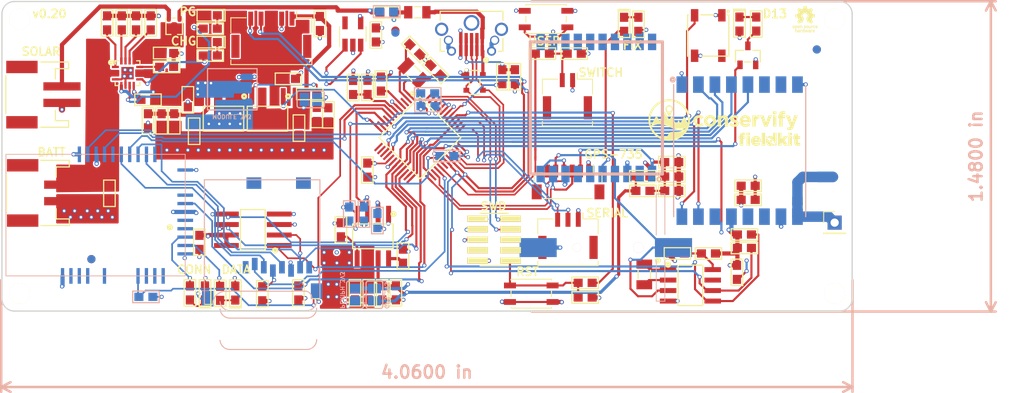
<source format=kicad_pcb>
(kicad_pcb (version 20171130) (host pcbnew "(5.0.0)")
  (title_block (title fk-core) (date 2017-03-05) (rev 0.1) (company Conservify))
  (layers (0 F.Cu signal) (1 GND signal hide) (2 PWR signal) (31 B.Cu signal) (34 B.Paste user) (35 F.Paste user) (36 B.SilkS user) (37 F.SilkS user) (38 B.Mask user) (39 F.Mask user) (44 Edge.Cuts user))
  (net 0 "")
  (net 1 GND)
  (net 2 3V3)
  (net 3 /SWDIO)
  (net 4 /SWCLK)
  (net 5 /RST)
  (net 6 /SCL)
  (net 7 /SDA)
  (net 8 /RESET)
  (net 9 /A3)
  (net 10 /MOSI)
  (net 11 /SCK)
  (net 12 /MISO)
  (net 13 /USB-)
  (net 14 /USB+)
  (net 15 /D30)
  (net 16 /D31)
  (net 17 /USB_ID)
  (net 18 /A5)
  (net 19 "Net-(D1-Pad1)")
  (net 20 "Net-(D2-Pad1)")
  (net 21 "Net-(D3-Pad1)")
  (net 22 "Net-(Q1-Pad3)")
  (net 23 5V0)
  (net 24 VUSB)
  (net 25 "Net-(F1-Pad1)")
  (net 26 /D13)
  (net 27 /SDA2)
  (net 28 /BAT_BACKUP)
  (net 29 "Net-(C3-Pad2)")
  (net 30 "Net-(C4-Pad2)")
  (net 31 "Net-(C6-Pad1)")
  (net 32 "Net-(C7-Pad1)")
  (net 33 VEXT)
  (net 34 "Net-(C14-Pad1)")
  (net 35 VBAT)
  (net 36 VBUS)
  (net 37 "Net-(C22-Pad1)")
  (net 38 VIN)
  (net 39 "Net-(D9-Pad1)")
  (net 40 "Net-(D10-Pad1)")
  (net 41 /GPS_FIX)
  (net 42 "Net-(D11-Pad1)")
  (net 43 "Net-(J7-Pad8)")
  (net 44 "Net-(J7-Pad7)")
  (net 45 "Net-(J7-Pad6)")
  (net 46 "Net-(J9-Pad4)")
  (net 47 "Net-(J9-Pad8)")
  (net 48 "Net-(J9-Pad9)")
  (net 49 "Net-(J10-Pad3)")
  (net 50 "Net-(J10-Pad4)")
  (net 51 "Net-(J11-Pad1)")
  (net 52 "Net-(M7-Pad1)")
  (net 53 "Net-(M7-Pad8)")
  (net 54 "Net-(M7-PadCD1)")
  (net 55 "Net-(M7-PadCD2)")
  (net 56 "Net-(R4-Pad1)")
  (net 57 "Net-(R5-Pad1)")
  (net 58 "Net-(R21-Pad2)")
  (net 59 "Net-(R22-Pad2)")
  (net 60 "Net-(R24-Pad2)")
  (net 61 "Net-(R25-Pad2)")
  (net 62 /SCL2)
  (net 63 /PG)
  (net 64 /CHG)
  (net 65 "Net-(R34-Pad1)")
  (net 66 "Net-(U2-Pad3)")
  (net 67 "Net-(U4-Pad5)")
  (net 68 "Net-(U7-Pad7)")
  (net 69 "Net-(U7-Pad2)")
  (net 70 "Net-(U7-Pad1)")
  (net 71 "Net-(U10-Pad2)")
  (net 72 "Net-(U10-Pad6)")
  (net 73 "Net-(U10-Pad7)")
  (net 74 "Net-(U10-Pad13)")
  (net 75 "Net-(U10-Pad14)")
  (net 76 "Net-(U10-Pad15)")
  (net 77 "Net-(U10-Pad16)")
  (net 78 "Net-(U10-Pad17)")
  (net 79 "Net-(U10-Pad18)")
  (net 80 "Net-(U10-Pad20)")
  (net 81 /GPS_TX)
  (net 82 /GPS_RX)
  (net 83 "Net-(J1-Pad1)")
  (net 84 "Net-(U3-Pad6)")
  (net 85 "Net-(U3-Pad7)")
  (net 86 "Net-(U3-Pad11)")
  (net 87 "Net-(U3-Pad12)")
  (net 88 "Net-(M2-Pad~)")
  (net 89 "Net-(M5-Pad~)")
  (net 90 "Net-(M8-Pad~)")
  (net 91 "Net-(J9-Pad6)")
  (net 92 "Net-(M9-Pad~)")
  (net 93 "Net-(M10-Pad~)")
  (net 94 "Net-(M11-Pad~)")
  (net 95 "Net-(J3-Pad3)")
  (net 96 "Net-(J3-Pad4)")
  (net 97 /PERIPH_3V3)
  (net 98 "Net-(R6-Pad1)")
  (net 99 "Net-(J8-Pad2)")
  (net 100 /GPS_3V3)
  (net 101 "Net-(R7-Pad1)")
  (net 102 "Net-(J13-Pad6)")
  (net 103 "Net-(C23-Pad1)")
  (net 104 "Net-(C29-Pad1)")
  (net 105 /MODULE_3V3)
  (net 106 "Net-(U13-Pad4)")
  (net 107 "Net-(C1-Pad1)")
  (net 108 /D12_SD_CS)
  (net 109 /A1_WIFI_RST)
  (net 110 /D2_WIFI_EN)
  (net 111 /D6_USER_SW)
  (net 112 /D7_WIFI_CS)
  (net 113 /A2_WIFI_IRQ)
  (net 114 /D8_WIFI_WAKE)
  (net 115 /A4_GPS_EN)
  (net 116 /D9_MODULE_EN)
  (net 117 /D1_RADIO_D1)
  (net 118 /D0_RADIO_D2)
  (net 119 /D2_RADIO_D0)
  (net 120 /D5_RADIO_CS)
  (net 121 /D26_FLASH_CS)
  (net 122 "Net-(C31-Pad2)")
  (net 123 /D25_PERIPH_EN)
  (net 124 "Net-(U1-Pad21)")
  (net 125 "Net-(U1-Pad24)")
  (net 126 "Net-(U1-Pad3)")
  (net 127 "Net-(U1-Pad2)")
  (net 128 "Net-(U1-Pad1)")
  (net 129 "Net-(U1-Pad19)")
  (net 130 "Net-(U1-Pad14)")
  (module conservify:SOIC-8-N-WIDE (layer F.Cu) (at 104.394 136.652 180)
    (fp_text reference U5 hide)
    (fp_text value S25FL116K0XMFI041)
    (pad 8 smd rect (at 3.2 -1.905 180) (size 3 0.6) (layers F.Cu F.Paste F.Mask) (net 97 /PERIPH_3V3))
    (pad 7 smd rect (at 3.2 -0.635 180) (size 3 0.6) (layers F.Cu F.Paste F.Mask) (net 97 /PERIPH_3V3))
    (pad 6 smd rect (at 3.2 0.635 180) (size 3 0.6) (layers F.Cu F.Paste F.Mask) (net 11 /SCK))
    (pad 5 smd rect (at 3.2 1.905 180) (size 3 0.6) (layers F.Cu F.Paste F.Mask) (net 10 /MOSI))
    (pad 4 smd rect (at -3.2 1.905 180) (size 3 0.6) (layers F.Cu F.Paste F.Mask) (net 1 GND))
    (pad 3 smd rect (at -3.2 0.635 180) (size 3 0.6) (layers F.Cu F.Paste F.Mask) (net 97 /PERIPH_3V3))
    (pad 2 smd rect (at -3.2 -0.635 180) (size 3 0.6) (layers F.Cu F.Paste F.Mask) (net 12 /MISO))
    (pad 1 smd rect (at -3.2 -1.905 180) (size 3 0.6) (layers F.Cu F.Paste F.Mask) (net 121 /D26_FLASH_CS))
  )
  (module conservify:SOIC-8-N (layer F.Cu) (at 106.172 123.19 270)
    (fp_text reference U9 hide)
    (fp_text value TL5209)
    (pad 8 smd rect (at 2.7 -1.905 270) (size 2 0.6) (layers F.Cu F.Paste F.Mask) (net 1 GND))
    (pad 7 smd rect (at 2.7 -0.635 270) (size 2 0.6) (layers F.Cu F.Paste F.Mask) (net 1 GND))
    (pad 6 smd rect (at 2.7 0.635 270) (size 2 0.6) (layers F.Cu F.Paste F.Mask) (net 1 GND))
    (pad 5 smd rect (at 2.7 1.905 270) (size 2 0.6) (layers F.Cu F.Paste F.Mask) (net 1 GND))
    (pad 4 smd rect (at -2.7 1.905 270) (size 2 0.6) (layers F.Cu F.Paste F.Mask) (net 104 "Net-(C29-Pad1)"))
    (pad 3 smd rect (at -2.7 0.635 270) (size 2 0.6) (layers F.Cu F.Paste F.Mask) (net 105 /MODULE_3V3))
    (pad 2 smd rect (at -2.7 -0.635 270) (size 2 0.6) (layers F.Cu F.Paste F.Mask) (net 36 VBUS))
    (pad 1 smd rect (at -2.7 -1.905 270) (size 2 0.6) (layers F.Cu F.Paste F.Mask) (net 116 /D9_MODULE_EN))
  )
  (module conservify:ATMEL_ATWINC1500-MR210PA (layer B.Cu) (at 85.344 134.874 180)
    (fp_text reference U1 hide)
    (fp_text value ATWINC1500-MR210PA hide)
    (pad 21 smd rect (at -10.8609 2.41427 180) (size 1.9 0.4) (layers B.Cu B.Paste B.Mask) (net 124 "Net-(U1-Pad21)"))
    (pad 22 smd rect (at -10.8609 1.39827 180) (size 1.9 0.4) (layers B.Cu B.Paste B.Mask) (net 110 /D2_WIFI_EN))
    (pad 23 smd rect (at -10.8609 0.382269 180) (size 1.9 0.4) (layers B.Cu B.Paste B.Mask) (net 97 /PERIPH_3V3))
    (pad 24 smd rect (at -10.8609 -0.633731 180) (size 1.9 0.4) (layers B.Cu B.Paste B.Mask) (net 125 "Net-(U1-Pad24)"))
    (pad 25 smd rect (at -10.8609 -1.64973 180) (size 1.9 0.4) (layers B.Cu B.Paste B.Mask))
    (pad 26 smd rect (at -10.8609 -2.66573 180) (size 1.9 0.4) (layers B.Cu B.Paste B.Mask) (net 56 "Net-(R4-Pad1)"))
    (pad 27 smd rect (at -10.8609 -3.68173 180) (size 1.9 0.4) (layers B.Cu B.Paste B.Mask) (net 57 "Net-(R5-Pad1)"))
    (pad 28 smd rect (at -10.8609 -4.69773 180) (size 1.9 0.4) (layers B.Cu B.Paste B.Mask) (net 1 GND))
    (pad 20 smd rect (at -10.8609 5.46227 180) (size 1.9 0.4) (layers B.Cu B.Paste B.Mask) (net 97 /PERIPH_3V3))
    (pad 4 smd rect (at -5.14145 -7.36813 90) (size 1.9 0.4) (layers B.Cu B.Paste B.Mask) (net 109 /A1_WIFI_RST))
    (pad 3 smd rect (at -6.15745 -7.36813 90) (size 1.9 0.4) (layers B.Cu B.Paste B.Mask) (net 126 "Net-(U1-Pad3)"))
    (pad 2 smd rect (at -7.17345 -7.36813 90) (size 1.9 0.4) (layers B.Cu B.Paste B.Mask) (net 127 "Net-(U1-Pad2)"))
    (pad 1 smd rect (at -8.18945 -7.36813 90) (size 1.9 0.4) (layers B.Cu B.Paste B.Mask) (net 128 "Net-(U1-Pad1)"))
    (pad 5 smd rect (at -1.07745 -7.36813 90) (size 1.9 0.4) (layers B.Cu B.Paste B.Mask))
    (pad 6 smd rect (at 0.954553 -7.36813 90) (size 1.9 0.4) (layers B.Cu B.Paste B.Mask))
    (pad 7 smd rect (at 1.97055 -7.36813 90) (size 1.9 0.4) (layers B.Cu B.Paste B.Mask))
    (pad 8 smd rect (at 2.98655 -7.36813 90) (size 1.9 0.4) (layers B.Cu B.Paste B.Mask))
    (pad 9 smd rect (at 4.00255 -7.36813 90) (size 1.9 0.4) (layers B.Cu B.Paste B.Mask) (net 1 GND))
    (pad 19 smd rect (at -7.18167 7.36214 90) (size 1.9 0.4) (layers B.Cu B.Paste B.Mask) (net 129 "Net-(U1-Pad19)"))
    (pad 18 smd rect (at -6.16567 7.36214 90) (size 1.9 0.4) (layers B.Cu B.Paste B.Mask) (net 11 /SCK))
    (pad 17 smd rect (at -5.14967 7.36214 90) (size 1.9 0.4) (layers B.Cu B.Paste B.Mask) (net 12 /MISO))
    (pad 16 smd rect (at -4.13367 7.36214 90) (size 1.9 0.4) (layers B.Cu B.Paste B.Mask) (net 112 /D7_WIFI_CS))
    (pad 15 smd rect (at -3.11767 7.36214 90) (size 1.9 0.4) (layers B.Cu B.Paste B.Mask) (net 10 /MOSI))
    (pad 14 smd rect (at -2.10167 7.36214 90) (size 1.9 0.4) (layers B.Cu B.Paste B.Mask) (net 130 "Net-(U1-Pad14)"))
    (pad 13 smd rect (at -1.08567 7.36214 90) (size 1.9 0.4) (layers B.Cu B.Paste B.Mask) (net 113 /A2_WIFI_IRQ))
    (pad 12 smd rect (at -0.069666 7.36214 90) (size 1.9 0.4) (layers B.Cu B.Paste B.Mask) (net 1 GND))
    (pad 11 smd rect (at 0.946334 7.36214 90) (size 1.9 0.4) (layers B.Cu B.Paste B.Mask) (net 114 /D8_WIFI_WAKE))
    (pad 10 smd rect (at 1.96233 7.36214 90) (size 1.9 0.4) (layers B.Cu B.Paste B.Mask) (net 97 /PERIPH_3V3))
  )
  (module conservify:S2B-PH-SM4-TB (layer F.Cu) (at 79.11 132.19 270)
    (fp_text reference J10 hide)
    (fp_text value S2B-PH-SM4-TB hide)
    (pad 4 smd rect (at 3.35 2.6 270) (size 1.5 3.8) (layers F.Cu F.Paste F.Mask) (net 50 "Net-(J10-Pad4)"))
    (pad 3 smd rect (at -3.35 2.6 270) (size 1.5 3.8) (layers F.Cu F.Paste F.Mask) (net 49 "Net-(J10-Pad3)"))
    (pad 2 smd rect (at 1 -2.25 270) (size 1 4.5) (layers F.Cu F.Paste F.Mask) (net 1 GND))
    (pad 1 smd rect (at -1 -2.25 270) (size 1 4.5) (layers F.Cu F.Paste F.Mask) (net 35 VBAT))
  )
  (module conservify:MF-PSMF020X (layer F.Cu) (at 124.32 110.3)
    (fp_text reference F1 hide)
    (fp_text value MF-PSMF050X-2)
    (pad 1 smd rect (at -1.1 0) (size 1 1.5) (layers F.Cu F.Paste F.Mask) (net 25 "Net-(F1-Pad1)"))
    (pad 2 smd rect (at 1.1 0) (size 1 1.5) (layers F.Cu F.Paste F.Mask) (net 24 VUSB))
  )
  (module conservify:MICRO-USB (layer F.Cu) (at 130.89 113.49 180)
    (fp_text reference J9 hide)
    (fp_text value MICRO-USB hide)
    (pad 10 thru_hole circle (at 0 1.9 180) (size 1.9 1.9) (drill oval 1.4) (layers *.Cu *.Mask F.Paste))
    (pad 9 thru_hole circle (at 3.625 1.125 180) (size 1.6 1.6) (drill oval 1.1) (layers *.Cu *.Mask F.Paste) (net 48 "Net-(J9-Pad9)"))
    (pad 8 thru_hole circle (at -3.625 1.125 180) (size 1.6 1.6) (drill oval 1.1) (layers *.Cu *.Mask F.Paste) (net 47 "Net-(J9-Pad8)"))
    (pad 7 thru_hole circle (at 2.425 -1.525 180) (size 1.1 1.1) (drill 0.7) (layers *.Cu *.Mask F.Paste) (net 34 "Net-(C14-Pad1)"))
    (pad 6 thru_hole circle (at -2.425 -1.525 180) (size 1.1 1.1) (drill 0.7) (layers *.Cu *.Mask F.Paste) (net 91 "Net-(J9-Pad6)"))
    (pad 5 smd rect (at 1.3 -1.45 180) (size 0.4 1.35) (layers F.Cu F.Paste F.Mask) (net 1 GND))
    (pad 4 smd rect (at 0.65 -1.45 180) (size 0.4 1.35) (layers F.Cu F.Paste F.Mask) (net 46 "Net-(J9-Pad4)"))
    (pad 3 smd rect (at 0 -1.45 180) (size 0.4 1.35) (layers F.Cu F.Paste F.Mask) (net 14 /USB+))
    (pad 2 smd rect (at -0.65 -1.45 180) (size 0.4 1.35) (layers F.Cu F.Paste F.Mask) (net 13 /USB-))
    (pad 1 smd rect (at -1.3 -1.45 180) (size 0.4 1.35) (layers F.Cu F.Paste F.Mask) (net 24 VUSB))
    (pad 6 thru_hole circle (at -2.8 -0.2 180) (size 1.1 1.1) (drill 0.8) (layers *.Cu *.Mask F.Paste) (net 91 "Net-(J9-Pad6)"))
    (pad 7 thru_hole circle (at 2.8 -0.2 180) (size 1.1 1.1) (drill 0.8) (layers *.Cu *.Mask F.Paste) (net 34 "Net-(C14-Pad1)"))
    (pad 5 smd rect (at 1.3 0.05 180) (size 0.4 1.25) (layers F.Cu F.Paste F.Mask) (net 1 GND))
    (pad 4 smd rect (at 0.65 0.05 180) (size 0.4 1.25) (layers F.Cu F.Paste F.Mask) (net 46 "Net-(J9-Pad4)"))
    (pad 3 smd rect (at 0 0.05 180) (size 0.4 1.25) (layers F.Cu F.Paste F.Mask) (net 14 /USB+))
    (pad 2 smd rect (at -0.65 0.05 180) (size 0.4 1.25) (layers F.Cu F.Paste F.Mask) (net 13 /USB-))
    (pad 1 smd rect (at -1.3 0.05 180) (size 0.4 1.25) (layers F.Cu F.Paste F.Mask) (net 24 VUSB))
  )
  (module conservify:S2B-PH-SM4-TB (layer F.Cu) (at 79.02 120.28 270)
    (fp_text reference J3 hide)
    (fp_text value S2B-PH-SM4-TB hide)
    (pad 4 smd rect (at 3.35 2.6 270) (size 1.5 3.8) (layers F.Cu F.Paste F.Mask) (net 96 "Net-(J3-Pad4)"))
    (pad 3 smd rect (at -3.35 2.6 270) (size 1.5 3.8) (layers F.Cu F.Paste F.Mask) (net 95 "Net-(J3-Pad3)"))
    (pad 2 smd rect (at 1 -2.25 270) (size 1 4.5) (layers F.Cu F.Paste F.Mask) (net 1 GND))
    (pad 1 smd rect (at -1 -2.25 270) (size 1 4.5) (layers F.Cu F.Paste F.Mask) (net 38 VIN))
  )
  (module conservify:CAP-0603 (layer F.Cu) (at 120.073198 144.290022 270)
    (fp_text reference C16 hide)
    (fp_text value 100nF)
    (pad 1 smd rect (at -0.85 0 270) (size 1.1 1) (layers F.Cu F.Paste F.Mask) (net 100 /GPS_3V3))
    (pad 2 smd rect (at 0.85 0 270) (size 1.1 1) (layers F.Cu F.Paste F.Mask) (net 1 GND))
  )
  (module conservify:MICROSD (layer B.Cu) (at 112.522 130.556 180)
    (fp_text reference M7 hide)
    (fp_text value MICRO-SD hide)
    (pad 1 smd rect (at 8.99922 -10.63752 180) (size 0.6985 1.4986) (layers B.Cu B.Paste B.Mask) (net 52 "Net-(M7-Pad1)"))
    (pad 2 smd rect (at 7.8994 -10.23874 180) (size 0.6985 1.4986) (layers B.Cu B.Paste B.Mask) (net 108 /D12_SD_CS))
    (pad 3 smd rect (at 6.79958 -10.63752 180) (size 0.6985 1.4986) (layers B.Cu B.Paste B.Mask) (net 10 /MOSI))
    (pad 4 smd rect (at 5.69976 -11.03884 180) (size 0.6985 1.4986) (layers B.Cu B.Paste B.Mask) (net 97 /PERIPH_3V3))
    (pad 5 smd rect (at 4.59994 -10.63752 180) (size 0.6985 1.4986) (layers B.Cu B.Paste B.Mask) (net 11 /SCK))
    (pad 6 smd rect (at 3.49758 -11.03884 180) (size 0.6985 1.4986) (layers B.Cu B.Paste B.Mask) (net 1 GND))
    (pad 7 smd rect (at 2.39776 -10.63752 180) (size 0.6985 1.4986) (layers B.Cu B.Paste B.Mask) (net 12 /MISO))
    (pad 8 smd rect (at 1.29794 -10.63752 180) (size 0.6985 1.4986) (layers B.Cu B.Paste B.Mask) (net 53 "Net-(M7-Pad8)"))
    (pad CD1 smd rect (at 1.99898 -0.43942 90) (size 1.39954 1.79832) (layers B.Cu B.Paste B.Mask) (net 54 "Net-(M7-PadCD1)"))
    (pad CD2 smd rect (at 7.99846 -0.43942 90) (size 1.39954 1.79832) (layers B.Cu B.Paste B.Mask) (net 55 "Net-(M7-PadCD2)"))
    (pad MT1 smd rect (at 0.39878 -13.5382 180) (size 1.39954 1.89992) (layers B.Cu B.Paste B.Mask) (net 1 GND))
    (pad MT2 smd rect (at 13.59916 -14.4399 180) (size 1.39954 1.89992) (layers B.Cu B.Paste B.Mask) (net 1 GND))
  )
  (module conservify:Molex_CLIK-Mate_502382-0370_1x03_P1.25mm_Vertical (layer F.Cu) (at 142.5702 137.3886 180)
    (fp_text reference J5 hide)
    (fp_text value CONN_01x03_SERIAL hide)
    (pad 1 smd rect (at -1.25 1.95 180) (size 0.6 1.7) (layers F.Cu F.Paste F.Mask) (net 1 GND))
    (pad 2 smd rect (at 0 1.95 180) (size 0.6 1.7) (layers F.Cu F.Paste F.Mask) (net 16 /D31))
    (pad 3 smd rect (at 1.25 1.95 180) (size 0.6 1.7) (layers F.Cu F.Paste F.Mask) (net 15 /D30))
    (pad "" smd rect (at -3.1 -1.4 180) (size 1 2.8) (layers F.Cu F.Paste F.Mask))
    (pad "" smd rect (at 3.1 -1.4 180) (size 1 2.8) (layers F.Cu F.Paste F.Mask))
  )
  (module conservify:Molex_CLIK-Mate_502382-0570_1x05_P1.25mm_Vertical (layer F.Cu) (at 106.6358 113.027 180)
    (fp_text reference J6 hide)
    (fp_text value CONN_01x05 hide)
    (pad 1 smd rect (at -2.5 1.95 180) (size 0.6 1.7) (layers F.Cu F.Paste F.Mask) (net 105 /MODULE_3V3))
    (pad 2 smd rect (at -1.25 1.95 180) (size 0.6 1.7) (layers F.Cu F.Paste F.Mask) (net 1 GND))
    (pad 3 smd rect (at 0 1.95 180) (size 0.6 1.7) (layers F.Cu F.Paste F.Mask) (net 36 VBUS))
    (pad 4 smd rect (at 1.25 1.95 180) (size 0.6 1.7) (layers F.Cu F.Paste F.Mask) (net 6 /SCL))
    (pad 5 smd rect (at 2.5 1.95 180) (size 0.6 1.7) (layers F.Cu F.Paste F.Mask) (net 7 /SDA))
    (pad "" smd rect (at -4.35 -1.4 180) (size 1 2.8) (layers F.Cu F.Paste F.Mask))
    (pad "" smd rect (at 4.35 -1.4 180) (size 1 2.8) (layers F.Cu F.Paste F.Mask))
  )
  (module conservify:fk_negative_2500 (layer F.Cu) (at 166.9669 125.6919)
    (fp_text reference G*** hide)
    (fp_text value LOGO hide)
  )
  (module conservify:conservify_text_negative_4000 (layer F.Cu) (at 161.3662 123.3678)
    (fp_text reference G*** hide)
    (fp_text value LOGO hide)
  )
  (module conservify:logo_osh_negative_3000 (layer F.Cu) (at 171.2976 111.125)
    (fp_text reference G*** hide)
    (fp_text value LOGO hide)
  )
  (module conservify:SW_SPST_WURTH_1 (layer F.Cu) (at 139.9159 111.125)
    (fp_text reference SW2 hide)
    (fp_text value SPNO hide)
    (pad 1 smd rect (at 2.58 -1) (size 1.45 0.7) (layers F.Cu F.Paste F.Mask) (net 1 GND))
    (pad 1 smd rect (at -2.58 -1) (size 1.45 0.7) (layers F.Cu F.Paste F.Mask) (net 1 GND))
    (pad 2 smd rect (at -2.58 1) (size 1.45 0.7) (layers F.Cu F.Paste F.Mask) (net 99 "Net-(J8-Pad2)"))
    (pad 2 smd rect (at 2.58 1) (size 1.45 0.7) (layers F.Cu F.Paste F.Mask) (net 99 "Net-(J8-Pad2)"))
  )
  (module conservify:SW_SPST_WURTH_1 (layer F.Cu) (at 138.1252 144.399 180)
    (fp_text reference SW1 hide)
    (fp_text value SPNO hide)
    (pad 1 smd rect (at 2.58 -1 180) (size 1.45 0.7) (layers F.Cu F.Paste F.Mask) (net 1 GND))
    (pad 1 smd rect (at -2.58 -1 180) (size 1.45 0.7) (layers F.Cu F.Paste F.Mask) (net 1 GND))
    (pad 2 smd rect (at -2.58 1 180) (size 1.45 0.7) (layers F.Cu F.Paste F.Mask) (net 5 /RST))
    (pad 2 smd rect (at 2.58 1 180) (size 1.45 0.7) (layers F.Cu F.Paste F.Mask) (net 5 /RST))
  )
  (module conservify:FGPMMOPA6H (layer B.Cu) (at 146.01444 121.8946 90)
    (fp_text reference U10)
    (fp_text value FGPMMOPA6H)
    (pad 1 smd rect (at -8.001 6.74878 90) (size 1.99898 1.00076) (layers B.Cu B.Paste B.Mask) (net 122 "Net-(C31-Pad2)"))
    (pad 2 smd rect (at -8.001 5.25018 90) (size 1.99898 1.00076) (layers B.Cu B.Paste B.Mask) (net 71 "Net-(U10-Pad2)"))
    (pad 3 smd rect (at -8.001 3.74904 90) (size 1.99898 1.00076) (layers B.Cu B.Paste B.Mask) (net 1 GND))
    (pad 4 smd rect (at -8.001 2.25044 90) (size 1.99898 1.00076) (layers B.Cu B.Paste B.Mask) (net 28 /BAT_BACKUP))
    (pad 5 smd rect (at -8.001 0.7493 90) (size 1.99898 1.00076) (layers B.Cu B.Paste B.Mask) (net 41 /GPS_FIX))
    (pad 6 smd rect (at -8.001 -0.7493 90) (size 1.99898 1.00076) (layers B.Cu B.Paste B.Mask) (net 72 "Net-(U10-Pad6)"))
    (pad 7 smd rect (at -8.001 -2.25044 90) (size 1.99898 1.00076) (layers B.Cu B.Paste B.Mask) (net 73 "Net-(U10-Pad7)"))
    (pad 8 smd rect (at -8.001 -3.74904 90) (size 1.99898 1.00076) (layers B.Cu B.Paste B.Mask) (net 1 GND))
    (pad 9 smd rect (at -8.001 -5.25018 90) (size 1.99898 1.00076) (layers B.Cu B.Paste B.Mask) (net 81 /GPS_TX))
    (pad 10 smd rect (at -8.001 -6.74878 90) (size 1.99898 1.00076) (layers B.Cu B.Paste B.Mask) (net 82 /GPS_RX))
    (pad 11 smd rect (at 8.001 -6.74878 90) (size 1.99898 1.00076) (layers B.Cu B.Paste B.Mask) (net 51 "Net-(J11-Pad1)"))
    (pad 12 smd rect (at 8.001 -5.25018 90) (size 1.99898 1.00076) (layers B.Cu B.Paste B.Mask) (net 1 GND))
    (pad 13 smd rect (at 8.001 -3.74904 90) (size 1.99898 1.00076) (layers B.Cu B.Paste B.Mask) (net 74 "Net-(U10-Pad13)"))
    (pad 14 smd rect (at 8.001 -2.25044 90) (size 1.99898 1.00076) (layers B.Cu B.Paste B.Mask) (net 75 "Net-(U10-Pad14)"))
    (pad 15 smd rect (at 8.001 -0.7493 90) (size 1.99898 1.00076) (layers B.Cu B.Paste B.Mask) (net 76 "Net-(U10-Pad15)"))
    (pad 16 smd rect (at 8.001 0.7493 90) (size 1.99898 1.00076) (layers B.Cu B.Paste B.Mask) (net 77 "Net-(U10-Pad16)"))
    (pad 17 smd rect (at 8.001 2.25044 90) (size 1.99898 1.00076) (layers B.Cu B.Paste B.Mask) (net 78 "Net-(U10-Pad17)"))
    (pad 18 smd rect (at 8.001 3.74904 90) (size 1.99898 1.00076) (layers B.Cu B.Paste B.Mask) (net 79 "Net-(U10-Pad18)"))
    (pad 19 smd rect (at 8.001 5.25018 90) (size 1.99898 1.00076) (layers B.Cu B.Paste B.Mask) (net 1 GND))
    (pad 20 smd rect (at 8.001 6.74878 90) (size 1.99898 1.00076) (layers B.Cu B.Paste B.Mask) (net 80 "Net-(U10-Pad20)"))
  )
  (module conservify:BAT_CR1210 (layer B.Cu) (at 147.155 138.811 270)
    (fp_text reference BT1 hide)
    (fp_text value BATTERY_CELL)
    (pad 1 smd rect (at 0 -8.2 270) (size 2.3 4.5) (layers B.Cu B.Paste B.Mask) (net 28 /BAT_BACKUP))
    (pad 2 smd rect (at 0 8.2 270) (size 2.3 4.5) (layers B.Cu B.Paste B.Mask) (net 1 GND))
    (pad "" np_thru_hole circle (at 0 3.5 270) (size 1.05 1.05) (drill 1.05) (layers *.Cu *.Mask B.SilkS))
    (pad "" np_thru_hole circle (at 0 -3.95 270) (size 1.3 1.3) (drill 1.3) (layers *.Cu *.Mask B.SilkS))
  )
  (module conservify:Molex_CLIK-Mate_502382-0270_1x02_P1.25mm_Vertical (layer F.Cu) (at 142.5067 120.4722 180)
    (fp_text reference J8 hide)
    (fp_text value CONN_01x02 hide)
    (pad 1 smd rect (at -0.625 1.95 180) (size 0.6 1.7) (layers F.Cu F.Paste F.Mask) (net 1 GND))
    (pad 2 smd rect (at 0.625 1.95 180) (size 0.6 1.7) (layers F.Cu F.Paste F.Mask) (net 99 "Net-(J8-Pad2)"))
    (pad "" smd rect (at -2.475 -1.4 180) (size 1 2.8) (layers F.Cu F.Paste F.Mask))
    (pad "" smd rect (at 2.475 -1.4 180) (size 1 2.8) (layers F.Cu F.Paste F.Mask))
  )
  (module conservify:SK6812 (layer F.Cu) (at 159.5628 113.1189 90)
    (fp_text reference U13 hide)
    (fp_text value SK6812)
    (pad 3 smd rect (at -2.45 -1.65 90) (size 1.5 0.9) (layers F.Cu F.Paste F.Mask) (net 2 3V3))
    (pad 4 smd rect (at -2.45 1.65 90) (size 1.5 0.9) (layers F.Cu F.Paste F.Mask) (net 106 "Net-(U13-Pad4)"))
    (pad 1 smd rect (at 2.45 1.65 90) (size 1.5 0.9) (layers F.Cu F.Paste F.Mask) (net 1 GND))
    (pad 2 smd rect (at 2.45 -1.65 90) (size 1.5 0.9) (layers F.Cu F.Paste F.Mask) (net 9 /A3))
  )
  (module conservify:HOLE_NPTH_2.54MM (layer F.Cu) (at 174.865 111.135)
    (fp_text reference REF** hide)
    (fp_text value HOLE_NPTH_2.54MM hide)
    (pad "" np_thru_hole circle (at 0 0) (size 2.54 2.54) (drill 2.54) (layers *.Cu *.Mask F.SilkS))
  )
  (module conservify:HOLE_NPTH_2.54MM (layer F.Cu) (at 76.135 111.135)
    (fp_text reference REF** hide)
    (fp_text value HOLE_NPTH_2.54MM hide)
    (pad "" np_thru_hole circle (at 0 0) (size 2.54 2.54) (drill 2.54) (layers *.Cu *.Mask F.SilkS))
  )
  (module conservify:HOLE_NPTH_2.54MM (layer F.Cu) (at 76.135 144.365)
    (fp_text reference REF** hide)
    (fp_text value HOLE_NPTH_2.54MM hide)
    (pad "" np_thru_hole circle (at 0 0) (size 2.54 2.54) (drill 2.54) (layers *.Cu *.Mask F.SilkS))
  )
  (module conservify:HOLE_NPTH_2.54MM (layer F.Cu) (at 174.865 144.365)
    (fp_text reference REF** hide)
    (fp_text value HOLE_NPTH_2.54MM hide)
    (pad "" np_thru_hole circle (at 0 0) (size 2.54 2.54) (drill 2.54) (layers *.Cu *.Mask F.SilkS))
  )
  (module conservify:CAP-0603 (layer F.Cu) (at 116.771198 144.290022 270)
    (fp_text reference C33 hide)
    (fp_text value 100nF)
    (pad 1 smd rect (at -0.85 0 270) (size 1.1 1) (layers F.Cu F.Paste F.Mask) (net 97 /PERIPH_3V3))
    (pad 2 smd rect (at 0.85 0 270) (size 1.1 1) (layers F.Cu F.Paste F.Mask) (net 1 GND))
  )
  (module conservify:CAP-0603 (layer F.Cu) (at 118.422198 144.290022 270)
    (fp_text reference C34 hide)
    (fp_text value 10uF)
    (pad 1 smd rect (at -0.85 0 270) (size 1.1 1) (layers F.Cu F.Paste F.Mask) (net 97 /PERIPH_3V3))
    (pad 2 smd rect (at 0.85 0 270) (size 1.1 1) (layers F.Cu F.Paste F.Mask) (net 1 GND))
  )
  (module conservify:RES-0603 (layer F.Cu) (at 115.062 136.652 90)
    (fp_text reference R7 hide)
    (fp_text value 10K)
    (pad 1 smd rect (at -0.85 0 90) (size 1.1 1) (layers F.Cu F.Paste F.Mask) (net 101 "Net-(R7-Pad1)"))
    (pad 2 smd rect (at 0.85 0 90) (size 1.1 1) (layers F.Cu F.Paste F.Mask) (net 2 3V3))
  )
  (module conservify:CAP-0603 (layer F.Cu) (at 119.9134 118.995024 90)
    (fp_text reference C1 hide)
    (fp_text value 1uF)
    (pad 1 smd rect (at -0.85 0 90) (size 1.1 1) (layers F.Cu F.Paste F.Mask) (net 107 "Net-(C1-Pad1)"))
    (pad 2 smd rect (at 0.85 0 90) (size 1.1 1) (layers F.Cu F.Paste F.Mask) (net 1 GND))
  )
  (module conservify:CAP-0603 (layer F.Cu) (at 164.403616 133.022726)
    (fp_text reference C2 hide)
    (fp_text value 47uF)
    (pad 1 smd rect (at -0.85 0) (size 1.1 1) (layers F.Cu F.Paste F.Mask) (net 2 3V3))
    (pad 2 smd rect (at 0.85 0) (size 1.1 1) (layers F.Cu F.Paste F.Mask) (net 1 GND))
  )
  (module conservify:CAP-0603 (layer F.Cu) (at 124.01468 114.795996 135)
    (fp_text reference C3 hide)
    (fp_text value 18pF)
    (pad 1 smd rect (at -0.85 0 135) (size 1.1 1) (layers F.Cu F.Paste F.Mask) (net 1 GND))
    (pad 2 smd rect (at 0.85 0 135) (size 1.1 1) (layers F.Cu F.Paste F.Mask) (net 29 "Net-(C3-Pad2)"))
  )
  (module conservify:CAP-0603 (layer F.Cu) (at 126.546121 117.327437 315)
    (fp_text reference C4 hide)
    (fp_text value 18pF)
    (pad 1 smd rect (at -0.85 0 315) (size 1.1 1) (layers F.Cu F.Paste F.Mask) (net 1 GND))
    (pad 2 smd rect (at 0.85 0 315) (size 1.1 1) (layers F.Cu F.Paste F.Mask) (net 30 "Net-(C4-Pad2)"))
  )
  (module conservify:CAP-0603 (layer F.Cu) (at 118.2624 129.4257 270)
    (fp_text reference C5 hide)
    (fp_text value 100nF)
    (pad 1 smd rect (at -0.85 0 270) (size 1.1 1) (layers F.Cu F.Paste F.Mask) (net 2 3V3))
    (pad 2 smd rect (at 0.85 0 270) (size 1.1 1) (layers F.Cu F.Paste F.Mask) (net 1 GND))
  )
  (module conservify:CAP-0603 (layer F.Cu) (at 118.285792 119.401424 90)
    (fp_text reference C7 hide)
    (fp_text value 100nF)
    (pad 1 smd rect (at -0.85 0 90) (size 1.1 1) (layers F.Cu F.Paste F.Mask) (net 32 "Net-(C7-Pad1)"))
    (pad 2 smd rect (at 0.85 0 90) (size 1.1 1) (layers F.Cu F.Paste F.Mask) (net 1 GND))
  )
  (module conservify:CAP-0603 (layer B.Cu) (at 120.6 110.21)
    (fp_text reference C10 hide)
    (fp_text value 4.7uF)
    (pad 1 smd rect (at -0.85 0) (size 1.1 1) (layers B.Cu B.Paste B.Mask) (net 23 5V0))
    (pad 2 smd rect (at 0.85 0) (size 1.1 1) (layers B.Cu B.Paste B.Mask) (net 1 GND))
  )
  (module conservify:CAP-0603 (layer F.Cu) (at 119.302158 113.050006 270)
    (fp_text reference C11 hide)
    (fp_text value 100nF)
    (pad 1 smd rect (at -0.85 0 270) (size 1.1 1) (layers F.Cu F.Paste F.Mask) (net 2 3V3))
    (pad 2 smd rect (at 0.85 0 270) (size 1.1 1) (layers F.Cu F.Paste F.Mask) (net 1 GND))
  )
  (module conservify:CAP-0603 (layer F.Cu) (at 93.952647 115.239659 180)
    (fp_text reference C12 hide)
    (fp_text value 1uF)
    (pad 1 smd rect (at -0.85 0 180) (size 1.1 1) (layers F.Cu F.Paste F.Mask) (net 1 GND))
    (pad 2 smd rect (at 0.85 0 180) (size 1.1 1) (layers F.Cu F.Paste F.Mask) (net 33 VEXT))
  )
  (module conservify:CAP-0603 (layer F.Cu) (at 164.403616 131.320926)
    (fp_text reference C13 hide)
    (fp_text value 100nF)
    (pad 1 smd rect (at -0.85 0) (size 1.1 1) (layers F.Cu F.Paste F.Mask) (net 2 3V3))
    (pad 2 smd rect (at 0.85 0) (size 1.1 1) (layers F.Cu F.Paste F.Mask) (net 1 GND))
  )
  (module conservify:CAP-0603 (layer B.Cu) (at 119.4816 135.5344 270)
    (fp_text reference C15 hide)
    (fp_text value 100nF)
    (pad 1 smd rect (at -0.85 0 270) (size 1.1 1) (layers B.Cu B.Paste B.Mask) (net 2 3V3))
    (pad 2 smd rect (at 0.85 0 270) (size 1.1 1) (layers B.Cu B.Paste B.Mask) (net 1 GND))
  )
  (module conservify:CAP-0603 (layer F.Cu) (at 97.917 138.176 270)
    (fp_text reference C18 hide)
    (fp_text value 100nF)
    (pad 1 smd rect (at -0.85 0 270) (size 1.1 1) (layers F.Cu F.Paste F.Mask) (net 97 /PERIPH_3V3))
    (pad 2 smd rect (at 0.85 0 270) (size 1.1 1) (layers F.Cu F.Paste F.Mask) (net 1 GND))
  )
  (module conservify:CAP-0603 (layer F.Cu) (at 87.0204 132.2324 270)
    (fp_text reference C19 hide)
    (fp_text value 4.7uF)
    (pad 1 smd rect (at -0.85 0 270) (size 1.1 1) (layers F.Cu F.Paste F.Mask) (net 35 VBAT))
    (pad 2 smd rect (at 0.85 0 270) (size 1.1 1) (layers F.Cu F.Paste F.Mask) (net 1 GND))
  )
  (module conservify:CAP-0603 (layer F.Cu) (at 91.694 120.904 180)
    (fp_text reference C20 hide)
    (fp_text value 4.7uF)
    (pad 1 smd rect (at -0.85 0 180) (size 1.1 1) (layers F.Cu F.Paste F.Mask) (net 36 VBUS))
    (pad 2 smd rect (at 0.85 0 180) (size 1.1 1) (layers F.Cu F.Paste F.Mask) (net 1 GND))
  )
  (module conservify:CAP-0603 (layer F.Cu) (at 108.712 118.364)
    (fp_text reference C21 hide)
    (fp_text value 1uF)
    (pad 1 smd rect (at -0.85 0) (size 1.1 1) (layers F.Cu F.Paste F.Mask) (net 36 VBUS))
    (pad 2 smd rect (at 0.85 0) (size 1.1 1) (layers F.Cu F.Paste F.Mask) (net 1 GND))
  )
  (module conservify:CAP-0603 (layer F.Cu) (at 155.829 139.5222 180)
    (fp_text reference C22 hide)
    (fp_text value 10uF)
    (pad 1 smd rect (at -0.85 0 180) (size 1.1 1) (layers F.Cu F.Paste F.Mask) (net 37 "Net-(C22-Pad1)"))
    (pad 2 smd rect (at 0.85 0 180) (size 1.1 1) (layers F.Cu F.Paste F.Mask) (net 1 GND))
  )
  (module conservify:CAP-0603 (layer F.Cu) (at 163.0426 141.8082 270)
    (fp_text reference C24 hide)
    (fp_text value 10uF)
    (pad 1 smd rect (at -0.85 0 270) (size 1.1 1) (layers F.Cu F.Paste F.Mask) (net 2 3V3))
    (pad 2 smd rect (at 0.85 0 270) (size 1.1 1) (layers F.Cu F.Paste F.Mask) (net 1 GND))
  )
  (module conservify:LED-0603 (layer F.Cu) (at 163.3474 111.7314 270)
    (fp_text reference D1 hide)
    (fp_text value Orange)
    (pad 2 smd rect (at 0.85 0 90) (size 1.1 1) (layers F.Cu F.Paste F.Mask) (net 2 3V3))
    (pad 1 smd rect (at -0.85 0 90) (size 1.1 1) (layers F.Cu F.Paste F.Mask) (net 19 "Net-(D1-Pad1)"))
  )
  (module conservify:LED-0603 (layer F.Cu) (at 98.6028 144.3006 90)
    (fp_text reference D2 hide)
    (fp_text value Green)
    (pad 2 smd rect (at 0.85 0 270) (size 1.1 1) (layers F.Cu F.Paste F.Mask) (net 97 /PERIPH_3V3))
    (pad 1 smd rect (at -0.85 0 270) (size 1.1 1) (layers F.Cu F.Paste F.Mask) (net 20 "Net-(D2-Pad1)"))
  )
  (module conservify:LED-0603 (layer F.Cu) (at 102.26847 144.32043 90)
    (fp_text reference D3 hide)
    (fp_text value Yellow)
    (pad 2 smd rect (at 0.85 0 270) (size 1.1 1) (layers F.Cu F.Paste F.Mask) (net 97 /PERIPH_3V3))
    (pad 1 smd rect (at -0.85 0 270) (size 1.1 1) (layers F.Cu F.Paste F.Mask) (net 21 "Net-(D3-Pad1)"))
  )
  (module conservify:SOT-1016 (layer F.Cu) (at 94.869 111.9926 180)
    (fp_text reference D7 hide)
    (fp_text value PMEG3020CPA)
    (pad 1 smd rect (at -0.65 0.8 180) (size 0.4 0.5) (layers F.Cu F.Paste F.Mask) (net 23 5V0))
    (pad 2 smd rect (at 0.65 0.8 180) (size 0.4 0.5) (layers F.Cu F.Paste F.Mask) (net 38 VIN))
    (pad 3 smd rect (at 0 -0.25 180) (size 1.6 1.1) (layers F.Cu F.Paste F.Mask) (net 33 VEXT))
    (pad 3 smd rect (at 0 -0.925 180) (size 0.4 0.25) (layers F.Cu F.Paste F.Mask) (net 33 VEXT))
  )
  (module conservify:SOT-143B (layer F.Cu) (at 131.26 118.8 270)
    (fp_text reference D8 hide)
    (fp_text value PRTR5V0U2X)
    (pad 1 smd rect (at -0.75 1 270) (size 1 0.7) (layers F.Cu F.Paste F.Mask) (net 1 GND))
    (pad 2 smd rect (at 0.95 1 270) (size 0.6 0.7) (layers F.Cu F.Paste F.Mask) (net 14 /USB+))
    (pad 3 smd rect (at 0.95 -1 270) (size 0.6 0.7) (layers F.Cu F.Paste F.Mask) (net 13 /USB-))
    (pad 4 smd rect (at -0.95 -1 270) (size 0.6 0.7) (layers F.Cu F.Paste F.Mask) (net 24 VUSB))
  )
  (module conservify:LED-0603 (layer F.Cu) (at 99.2378 110.6646 180)
    (fp_text reference D9 hide)
    (fp_text value Green)
    (pad 2 smd rect (at 0.85 0) (size 1.1 1) (layers F.Cu F.Paste F.Mask) (net 36 VBUS))
    (pad 1 smd rect (at -0.85 0) (size 1.1 1) (layers F.Cu F.Paste F.Mask) (net 39 "Net-(D9-Pad1)"))
  )
  (module conservify:LED-0603 (layer F.Cu) (at 99.2378 113.9158 180)
    (fp_text reference D10 hide)
    (fp_text value Red)
    (pad 2 smd rect (at 0.85 0) (size 1.1 1) (layers F.Cu F.Paste F.Mask) (net 36 VBUS))
    (pad 1 smd rect (at -0.85 0) (size 1.1 1) (layers F.Cu F.Paste F.Mask) (net 40 "Net-(D10-Pad1)"))
  )
  (module conservify:LED-0603 (layer F.Cu) (at 149.3728 111.76 270)
    (fp_text reference D11 hide)
    (fp_text value Red)
    (pad 2 smd rect (at 0.85 0 90) (size 1.1 1) (layers F.Cu F.Paste F.Mask) (net 41 /GPS_FIX))
    (pad 1 smd rect (at -0.85 0 90) (size 1.1 1) (layers F.Cu F.Paste F.Mask) (net 42 "Net-(D11-Pad1)"))
  )
  (module conservify:Socket_Strip_Straight_1x01_Pitch2.54mm (layer F.Cu) (at 174.879 135.7884)
    (fp_text reference J4 hide)
    (fp_text value Conn_01x01 hide)
    (pad 1 thru_hole rect (at 0 0) (size 1.7 1.7) (drill 1) (layers *.Cu *.Mask) (net 83 "Net-(J1-Pad1)"))
  )
  (module conservify:IND-0603 (layer F.Cu) (at 116.542992 119.416624 90)
    (fp_text reference L1 hide)
    (fp_text value BLM18KG221SN1D)
    (pad 1 smd rect (at -0.85 0 90) (size 1.1 1) (layers F.Cu F.Paste F.Mask) (net 32 "Net-(C7-Pad1)"))
    (pad 2 smd rect (at 0.85 0 90) (size 1.1 1) (layers F.Cu F.Paste F.Mask) (net 2 3V3))
  )
  (module conservify:IND-0603 (layer F.Cu) (at 120.64 110.32)
    (fp_text reference L2 hide)
    (fp_text value BLM18KG221SN1D)
    (pad 1 smd rect (at -0.85 0) (size 1.1 1) (layers F.Cu F.Paste F.Mask) (net 23 5V0))
    (pad 2 smd rect (at 0.85 0) (size 1.1 1) (layers F.Cu F.Paste F.Mask) (net 25 "Net-(F1-Pad1)"))
  )
  (module conservify:FIDUCIAL-1MM (layer F.Cu) (at 121.666 112.522)
    (fp_text reference M2 hide)
    (fp_text value FIDUCIAL hide)
    (pad ~ smd circle (at 0 0) (size 1 1) (layers F.Cu F.Mask) (net 88 "Net-(M2-Pad~)") (clearance 0.5))
  )
  (module conservify:FIDUCIAL-1MM (layer F.Cu) (at 172.72 114.808)
    (fp_text reference M5 hide)
    (fp_text value FIDUCIAL hide)
    (pad ~ smd circle (at 0 0) (size 1 1) (layers F.Cu F.Mask) (net 89 "Net-(M5-Pad~)") (clearance 0.5))
  )
  (module conservify:FIDUCIAL-1MM (layer F.Cu) (at 84.836 140.208)
    (fp_text reference M8 hide)
    (fp_text value FIDUCIAL hide)
    (pad ~ smd circle (at 0 0) (size 1 1) (layers F.Cu F.Mask) (net 90 "Net-(M8-Pad~)") (clearance 0.5))
  )
  (module conservify:FIDUCIAL-1MM (layer B.Cu) (at 172.72 114.808)
    (fp_text reference M9 hide)
    (fp_text value FIDUCIAL)
    (pad ~ smd circle (at 0 0) (size 1 1) (layers B.Cu B.Mask) (net 92 "Net-(M9-Pad~)") (clearance 0.5))
  )
  (module conservify:FIDUCIAL-1MM (layer B.Cu) (at 84.836 140.208)
    (fp_text reference M10 hide)
    (fp_text value FIDUCIAL)
    (pad ~ smd circle (at 0 0) (size 1 1) (layers B.Cu B.Mask) (net 93 "Net-(M10-Pad~)") (clearance 0.5))
  )
  (module conservify:FIDUCIAL-1MM (layer B.Cu) (at 121.666 112.776)
    (fp_text reference M11 hide)
    (fp_text value FIDUCIAL)
    (pad ~ smd circle (at 0 0) (size 1 1) (layers B.Cu B.Mask) (net 94 "Net-(M11-Pad~)") (clearance 0.5))
  )
  (module conservify:SOT-23 (layer F.Cu) (at 164.3634 115.523)
    (fp_text reference Q1 hide)
    (fp_text value 2N7002LT1G)
    (pad 1 smd rect (at -0.95 1.15) (size 0.65 1.05) (layers F.Cu F.Paste F.Mask) (net 26 /D13))
    (pad 2 smd rect (at 0.95 1.15) (size 0.65 1.05) (layers F.Cu F.Paste F.Mask) (net 1 GND))
    (pad 3 smd rect (at 0 -1.15) (size 0.65 1.05) (layers F.Cu F.Paste F.Mask) (net 22 "Net-(Q1-Pad3)"))
  )
  (module conservify:RES-0603 (layer B.Cu) (at 91.44 144.78)
    (fp_text reference R1 hide)
    (fp_text value 100K)
    (pad 1 smd rect (at -0.85 0) (size 1.1 1) (layers B.Cu B.Paste B.Mask) (net 109 /A1_WIFI_RST))
    (pad 2 smd rect (at 0.85 0) (size 1.1 1) (layers B.Cu B.Paste B.Mask) (net 1 GND))
  )
  (module conservify:RES-0603 (layer F.Cu) (at 109.9058 144.3006 270)
    (fp_text reference R2 hide)
    (fp_text value 100K)
    (pad 1 smd rect (at -0.85 0 270) (size 1.1 1) (layers F.Cu F.Paste F.Mask) (net 110 /D2_WIFI_EN))
    (pad 2 smd rect (at 0.85 0 270) (size 1.1 1) (layers F.Cu F.Paste F.Mask) (net 1 GND))
  )
  (module conservify:RES-0603 (layer F.Cu) (at 165.3794 111.7314 270)
    (fp_text reference R3 hide)
    (fp_text value 2K2)
    (pad 1 smd rect (at -0.85 0 270) (size 1.1 1) (layers F.Cu F.Paste F.Mask) (net 19 "Net-(D1-Pad1)"))
    (pad 2 smd rect (at 0.85 0 270) (size 1.1 1) (layers F.Cu F.Paste F.Mask) (net 22 "Net-(Q1-Pad3)"))
  )
  (module conservify:RES-0603 (layer F.Cu) (at 96.774 144.3006 270)
    (fp_text reference R4 hide)
    (fp_text value 1K)
    (pad 1 smd rect (at -0.85 0 270) (size 1.1 1) (layers F.Cu F.Paste F.Mask) (net 56 "Net-(R4-Pad1)"))
    (pad 2 smd rect (at 0.85 0 270) (size 1.1 1) (layers F.Cu F.Paste F.Mask) (net 20 "Net-(D2-Pad1)"))
  )
  (module conservify:RES-0603 (layer F.Cu) (at 100.4316 144.3514 270)
    (fp_text reference R5 hide)
    (fp_text value 1K)
    (pad 1 smd rect (at -0.85 0 270) (size 1.1 1) (layers F.Cu F.Paste F.Mask) (net 57 "Net-(R5-Pad1)"))
    (pad 2 smd rect (at 0.85 0 270) (size 1.1 1) (layers F.Cu F.Paste F.Mask) (net 21 "Net-(D3-Pad1)"))
  )
  (module conservify:RES-0603 (layer F.Cu) (at 122.5804 139.8524 90)
    (fp_text reference R6 hide)
    (fp_text value 10K)
    (pad 1 smd rect (at -0.85 0 90) (size 1.1 1) (layers F.Cu F.Paste F.Mask) (net 98 "Net-(R6-Pad1)"))
    (pad 2 smd rect (at 0.85 0 90) (size 1.1 1) (layers F.Cu F.Paste F.Mask) (net 2 3V3))
  )
  (module conservify:RES-0603 (layer F.Cu) (at 144.653 144.8562 180)
    (fp_text reference R8 hide)
    (fp_text value 10K)
    (pad 1 smd rect (at -0.85 0 180) (size 1.1 1) (layers F.Cu F.Paste F.Mask) (net 2 3V3))
    (pad 2 smd rect (at 0.85 0 180) (size 1.1 1) (layers F.Cu F.Paste F.Mask) (net 5 /RST))
  )
  (module conservify:RES-0603 (layer F.Cu) (at 144.653 143.0782 180)
    (fp_text reference R9 hide)
    (fp_text value 330R)
    (pad 1 smd rect (at -0.85 0 180) (size 1.1 1) (layers F.Cu F.Paste F.Mask) (net 8 /RESET))
    (pad 2 smd rect (at 0.85 0 180) (size 1.1 1) (layers F.Cu F.Paste F.Mask) (net 5 /RST))
  )
  (module conservify:RES-0603 (layer F.Cu) (at 139.4714 115.316)
    (fp_text reference R10 hide)
    (fp_text value 330R)
    (pad 1 smd rect (at -0.85 0) (size 1.1 1) (layers F.Cu F.Paste F.Mask) (net 111 /D6_USER_SW))
    (pad 2 smd rect (at 0.85 0) (size 1.1 1) (layers F.Cu F.Paste F.Mask) (net 99 "Net-(J8-Pad2)"))
  )
  (module conservify:RES-0603 (layer F.Cu) (at 143.3322 115.316 180)
    (fp_text reference R17 hide)
    (fp_text value 10K)
    (pad 1 smd rect (at -0.85 0 180) (size 1.1 1) (layers F.Cu F.Paste F.Mask) (net 2 3V3))
    (pad 2 smd rect (at 0.85 0 180) (size 1.1 1) (layers F.Cu F.Paste F.Mask) (net 99 "Net-(J8-Pad2)"))
  )
  (module conservify:RES-0603 (layer F.Cu) (at 93.952647 116.916059 180)
    (fp_text reference R21 hide)
    (fp_text value 1K18)
    (pad 1 smd rect (at -0.85 0 180) (size 1.1 1) (layers F.Cu F.Paste F.Mask) (net 1 GND))
    (pad 2 smd rect (at 0.85 0 180) (size 1.1 1) (layers F.Cu F.Paste F.Mask) (net 58 "Net-(R21-Pad2)"))
  )
  (module conservify:RES-0603 (layer F.Cu) (at 92.022247 111.582059 270)
    (fp_text reference R22 hide)
    (fp_text value 46K4)
    (pad 1 smd rect (at -0.85 0 270) (size 1.1 1) (layers F.Cu F.Paste F.Mask) (net 1 GND))
    (pad 2 smd rect (at 0.85 0 270) (size 1.1 1) (layers F.Cu F.Paste F.Mask) (net 59 "Net-(R22-Pad2)"))
  )
  (module conservify:RES-0603 (layer F.Cu) (at 136.144 118.11 270)
    (fp_text reference R23 hide)
    (fp_text value 100K)
    (pad 1 smd rect (at -0.85 0 270) (size 1.1 1) (layers F.Cu F.Paste F.Mask) (net 46 "Net-(J9-Pad4)"))
    (pad 2 smd rect (at 0.85 0 270) (size 1.1 1) (layers F.Cu F.Paste F.Mask) (net 2 3V3))
  )
  (module conservify:RES-0603 (layer F.Cu) (at 90.244247 111.582059 270)
    (fp_text reference R24 hide)
    (fp_text value 2K94)
    (pad 1 smd rect (at -0.85 0 270) (size 1.1 1) (layers F.Cu F.Paste F.Mask) (net 1 GND))
    (pad 2 smd rect (at 0.85 0 270) (size 1.1 1) (layers F.Cu F.Paste F.Mask) (net 60 "Net-(R24-Pad2)"))
  )
  (module conservify:RES-0603 (layer F.Cu) (at 88.517047 111.582059 270)
    (fp_text reference R25 hide)
    (fp_text value 2K2)
    (pad 1 smd rect (at -0.85 0 270) (size 1.1 1) (layers F.Cu F.Paste F.Mask) (net 1 GND))
    (pad 2 smd rect (at 0.85 0 270) (size 1.1 1) (layers F.Cu F.Paste F.Mask) (net 61 "Net-(R25-Pad2)"))
  )
  (module conservify:RES-0603 (layer F.Cu) (at 134.62 118.11 270)
    (fp_text reference R30 hide)
    (fp_text value 330R)
    (pad 1 smd rect (at -0.85 0 270) (size 1.1 1) (layers F.Cu F.Paste F.Mask) (net 46 "Net-(J9-Pad4)"))
    (pad 2 smd rect (at 0.85 0 270) (size 1.1 1) (layers F.Cu F.Paste F.Mask) (net 17 /USB_ID))
  )
  (module conservify:RES-0603 (layer F.Cu) (at 99.2378 112.2902)
    (fp_text reference R32 hide)
    (fp_text value 10K)
    (pad 1 smd rect (at -0.85 0) (size 1.1 1) (layers F.Cu F.Paste F.Mask) (net 63 /PG))
    (pad 2 smd rect (at 0.85 0) (size 1.1 1) (layers F.Cu F.Paste F.Mask) (net 39 "Net-(D9-Pad1)"))
  )
  (module conservify:RES-0603 (layer F.Cu) (at 99.2378 115.5414)
    (fp_text reference R33 hide)
    (fp_text value 2K2)
    (pad 1 smd rect (at -0.85 0) (size 1.1 1) (layers F.Cu F.Paste F.Mask) (net 64 /CHG))
    (pad 2 smd rect (at 0.85 0) (size 1.1 1) (layers F.Cu F.Paste F.Mask) (net 40 "Net-(D10-Pad1)"))
  )
  (module conservify:RES-0603 (layer F.Cu) (at 86.739047 111.582059 90)
    (fp_text reference R34 hide)
    (fp_text value 10K)
    (pad 1 smd rect (at -0.85 0 90) (size 1.1 1) (layers F.Cu F.Paste F.Mask) (net 65 "Net-(R34-Pad1)"))
    (pad 2 smd rect (at 0.85 0 90) (size 1.1 1) (layers F.Cu F.Paste F.Mask) (net 1 GND))
  )
  (module conservify:RES-0603 (layer F.Cu) (at 163.947911 137.225205)
    (fp_text reference R35 hide)
    (fp_text value 4.7K)
    (pad 1 smd rect (at -0.85 0) (size 1.1 1) (layers F.Cu F.Paste F.Mask) (net 2 3V3))
    (pad 2 smd rect (at 0.85 0) (size 1.1 1) (layers F.Cu F.Paste F.Mask) (net 7 /SDA))
  )
  (module conservify:RES-0603 (layer F.Cu) (at 163.947911 138.850805)
    (fp_text reference R36 hide)
    (fp_text value 4.7K)
    (pad 1 smd rect (at -0.85 0) (size 1.1 1) (layers F.Cu F.Paste F.Mask) (net 2 3V3))
    (pad 2 smd rect (at 0.85 0) (size 1.1 1) (layers F.Cu F.Paste F.Mask) (net 6 /SCL))
  )
  (module conservify:RES-0603 (layer F.Cu) (at 159.5882 139.5222 180)
    (fp_text reference R37 hide)
    (fp_text value 1K)
    (pad 1 smd rect (at -0.85 0 180) (size 1.1 1) (layers F.Cu F.Paste F.Mask) (net 2 3V3))
    (pad 2 smd rect (at 0.85 0 180) (size 1.1 1) (layers F.Cu F.Paste F.Mask) (net 37 "Net-(C22-Pad1)"))
  )
  (module conservify:RES-0603 (layer F.Cu) (at 151.1 111.76 90)
    (fp_text reference R39 hide)
    (fp_text value 1K)
    (pad 1 smd rect (at -0.85 0 90) (size 1.1 1) (layers F.Cu F.Paste F.Mask) (net 1 GND))
    (pad 2 smd rect (at 0.85 0 90) (size 1.1 1) (layers F.Cu F.Paste F.Mask) (net 42 "Net-(D11-Pad1)"))
  )
  (module conservify:TQFP-48_7x7mm_Pitch0.5mm (layer F.Cu) (at 124.6378 125.5014 315)
    (fp_text reference U2 hide)
    (fp_text value ATSAMD21G18A-AU hide)
    (pad 1 smd rect (at -4.35 -2.75 315) (size 1.3 0.25) (layers F.Cu F.Paste F.Mask) (net 30 "Net-(C4-Pad2)"))
    (pad 2 smd rect (at -4.35 -2.25 315) (size 1.3 0.25) (layers F.Cu F.Paste F.Mask) (net 29 "Net-(C3-Pad2)"))
    (pad 3 smd rect (at -4.35 -1.749999 315) (size 1.3 0.25) (layers F.Cu F.Paste F.Mask) (net 66 "Net-(U2-Pad3)"))
    (pad 4 smd rect (at -4.35 -1.25 315) (size 1.3 0.25) (layers F.Cu F.Paste F.Mask) (net 107 "Net-(C1-Pad1)"))
    (pad 5 smd rect (at -4.35 -0.750001 315) (size 1.3 0.25) (layers F.Cu F.Paste F.Mask) (net 1 GND))
    (pad 6 smd rect (at -4.35 -0.25 315) (size 1.3 0.25) (layers F.Cu F.Paste F.Mask) (net 32 "Net-(C7-Pad1)"))
    (pad 7 smd rect (at -4.35 0.25 315) (size 1.3 0.25) (layers F.Cu F.Paste F.Mask) (net 109 /A1_WIFI_RST))
    (pad 8 smd rect (at -4.35 0.750001 315) (size 1.3 0.25) (layers F.Cu F.Paste F.Mask) (net 113 /A2_WIFI_IRQ))
    (pad 9 smd rect (at -4.35 1.25 315) (size 1.3 0.25) (layers F.Cu F.Paste F.Mask) (net 9 /A3))
    (pad 10 smd rect (at -4.35 1.749999 315) (size 1.3 0.25) (layers F.Cu F.Paste F.Mask) (net 115 /A4_GPS_EN))
    (pad 11 smd rect (at -4.35 2.25 315) (size 1.3 0.25) (layers F.Cu F.Paste F.Mask) (net 114 /D8_WIFI_WAKE))
    (pad 12 smd rect (at -4.35 2.75 315) (size 1.3 0.25) (layers F.Cu F.Paste F.Mask) (net 116 /D9_MODULE_EN))
    (pad 13 smd rect (at -2.75 4.35 45) (size 1.3 0.25) (layers F.Cu F.Paste F.Mask) (net 27 /SDA2))
    (pad 14 smd rect (at -2.25 4.35 45) (size 1.3 0.25) (layers F.Cu F.Paste F.Mask) (net 62 /SCL2))
    (pad 15 smd rect (at -1.749999 4.35 45) (size 1.3 0.25) (layers F.Cu F.Paste F.Mask) (net 117 /D1_RADIO_D1))
    (pad 16 smd rect (at -1.25 4.35 45) (size 1.3 0.25) (layers F.Cu F.Paste F.Mask) (net 118 /D0_RADIO_D2))
    (pad 17 smd rect (at -0.750001 4.35 45) (size 1.3 0.25) (layers F.Cu F.Paste F.Mask) (net 2 3V3))
    (pad 18 smd rect (at -0.25 4.35 45) (size 1.3 0.25) (layers F.Cu F.Paste F.Mask) (net 1 GND))
    (pad 19 smd rect (at 0.25 4.35 45) (size 1.3 0.25) (layers F.Cu F.Paste F.Mask) (net 10 /MOSI))
    (pad 20 smd rect (at 0.750001 4.35 45) (size 1.3 0.25) (layers F.Cu F.Paste F.Mask) (net 11 /SCK))
    (pad 21 smd rect (at 1.25 4.35 45) (size 1.3 0.25) (layers F.Cu F.Paste F.Mask) (net 12 /MISO))
    (pad 22 smd rect (at 1.749999 4.35 45) (size 1.3 0.25) (layers F.Cu F.Paste F.Mask) (net 110 /D2_WIFI_EN))
    (pad 23 smd rect (at 2.25 4.35 45) (size 1.3 0.25) (layers F.Cu F.Paste F.Mask) (net 119 /D2_RADIO_D0))
    (pad 24 smd rect (at 2.75 4.35 45) (size 1.3 0.25) (layers F.Cu F.Paste F.Mask) (net 120 /D5_RADIO_CS))
    (pad 25 smd rect (at 4.35 2.75 315) (size 1.3 0.25) (layers F.Cu F.Paste F.Mask) (net 81 /GPS_TX))
    (pad 26 smd rect (at 4.35 2.25 315) (size 1.3 0.25) (layers F.Cu F.Paste F.Mask) (net 26 /D13))
    (pad 27 smd rect (at 4.35 1.749999 315) (size 1.3 0.25) (layers F.Cu F.Paste F.Mask) (net 82 /GPS_RX))
    (pad 28 smd rect (at 4.35 1.25 315) (size 1.3 0.25) (layers F.Cu F.Paste F.Mask) (net 108 /D12_SD_CS))
    (pad 29 smd rect (at 4.35 0.750001 315) (size 1.3 0.25) (layers F.Cu F.Paste F.Mask) (net 111 /D6_USER_SW))
    (pad 30 smd rect (at 4.35 0.25 315) (size 1.3 0.25) (layers F.Cu F.Paste F.Mask) (net 112 /D7_WIFI_CS))
    (pad 31 smd rect (at 4.35 -0.25 315) (size 1.3 0.25) (layers F.Cu F.Paste F.Mask) (net 7 /SDA))
    (pad 32 smd rect (at 4.35 -0.750001 315) (size 1.3 0.25) (layers F.Cu F.Paste F.Mask) (net 6 /SCL))
    (pad 33 smd rect (at 4.35 -1.25 315) (size 1.3 0.25) (layers F.Cu F.Paste F.Mask) (net 13 /USB-))
    (pad 34 smd rect (at 4.35 -1.749999 315) (size 1.3 0.25) (layers F.Cu F.Paste F.Mask) (net 14 /USB+))
    (pad 35 smd rect (at 4.35 -2.25 315) (size 1.3 0.25) (layers F.Cu F.Paste F.Mask) (net 1 GND))
    (pad 36 smd rect (at 4.35 -2.75 315) (size 1.3 0.25) (layers F.Cu F.Paste F.Mask) (net 2 3V3))
    (pad 37 smd rect (at 2.75 -4.35 45) (size 1.3 0.25) (layers F.Cu F.Paste F.Mask) (net 15 /D30))
    (pad 38 smd rect (at 2.25 -4.35 45) (size 1.3 0.25) (layers F.Cu F.Paste F.Mask) (net 16 /D31))
    (pad 39 smd rect (at 1.749999 -4.35 45) (size 1.3 0.25) (layers F.Cu F.Paste F.Mask) (net 121 /D26_FLASH_CS))
    (pad 40 smd rect (at 1.25 -4.35 45) (size 1.3 0.25) (layers F.Cu F.Paste F.Mask) (net 8 /RESET))
    (pad 41 smd rect (at 0.750001 -4.35 45) (size 1.3 0.25) (layers F.Cu F.Paste F.Mask) (net 17 /USB_ID))
    (pad 42 smd rect (at 0.25 -4.35 45) (size 1.3 0.25) (layers F.Cu F.Paste F.Mask) (net 1 GND))
    (pad 43 smd rect (at -0.25 -4.35 45) (size 1.3 0.25) (layers F.Cu F.Paste F.Mask) (net 31 "Net-(C6-Pad1)"))
    (pad 44 smd rect (at -0.750001 -4.35 45) (size 1.3 0.25) (layers F.Cu F.Paste F.Mask) (net 2 3V3))
    (pad 45 smd rect (at -1.25 -4.35 45) (size 1.3 0.25) (layers F.Cu F.Paste F.Mask) (net 4 /SWCLK))
    (pad 46 smd rect (at -1.749999 -4.35 45) (size 1.3 0.25) (layers F.Cu F.Paste F.Mask) (net 3 /SWDIO))
    (pad 47 smd rect (at -2.25 -4.35 45) (size 1.3 0.25) (layers F.Cu F.Paste F.Mask) (net 18 /A5))
    (pad 48 smd rect (at -2.75 -4.35 45) (size 1.3 0.25) (layers F.Cu F.Paste F.Mask) (net 123 /D25_PERIPH_EN))
  )
  (module conservify:RFM9xW (layer B.Cu) (at 163.3728 127.0635 270)
    (fp_text reference U3 hide)
    (fp_text value RFM95W)
    (pad 1 smd rect (at -8 7 270) (size 2 1.3) (layers B.Cu B.Paste B.Mask) (net 1 GND))
    (pad 2 smd rect (at -8 5 270) (size 2 1.3) (layers B.Cu B.Paste B.Mask) (net 12 /MISO))
    (pad 3 smd rect (at -8 3 270) (size 2 1.3) (layers B.Cu B.Paste B.Mask) (net 10 /MOSI))
    (pad 4 smd rect (at -8 1 270) (size 2 1.3) (layers B.Cu B.Paste B.Mask) (net 11 /SCK))
    (pad 5 smd rect (at -8 -1 270) (size 2 1.3) (layers B.Cu B.Paste B.Mask) (net 120 /D5_RADIO_CS))
    (pad 6 smd rect (at -8 -3 270) (size 2 1.3) (layers B.Cu B.Paste B.Mask) (net 84 "Net-(U3-Pad6)"))
    (pad 7 smd rect (at -8 -5 270) (size 2 1.3) (layers B.Cu B.Paste B.Mask) (net 85 "Net-(U3-Pad7)"))
    (pad 8 smd rect (at -8 -7 270) (size 2 1.3) (layers B.Cu B.Paste B.Mask) (net 1 GND))
    (pad 9 smd rect (at 8 -7 270) (size 2 1.3) (layers B.Cu B.Paste B.Mask) (net 83 "Net-(J1-Pad1)"))
    (pad 10 smd rect (at 8 -5 270) (size 2 1.3) (layers B.Cu B.Paste B.Mask) (net 1 GND))
    (pad 11 smd rect (at 8 -3 270) (size 2 1.3) (layers B.Cu B.Paste B.Mask) (net 86 "Net-(U3-Pad11)"))
    (pad 12 smd rect (at 8 -1 270) (size 2 1.3) (layers B.Cu B.Paste B.Mask) (net 87 "Net-(U3-Pad12)"))
    (pad 13 smd rect (at 8 1 270) (size 2 1.3) (layers B.Cu B.Paste B.Mask) (net 2 3V3))
    (pad 14 smd rect (at 8 3 270) (size 2 1.3) (layers B.Cu B.Paste B.Mask) (net 119 /D2_RADIO_D0))
    (pad 15 smd rect (at 8 5 270) (size 2 1.3) (layers B.Cu B.Paste B.Mask) (net 117 /D1_RADIO_D1))
    (pad 16 smd rect (at 8 7 270) (size 2 1.3) (layers B.Cu B.Paste B.Mask) (net 118 /D0_RADIO_D2))
  )
  (module conservify:SOT-23-5_HandSoldering (layer F.Cu) (at 116.509558 112.934392 90)
    (fp_text reference U4 hide)
    (fp_text value 24AA02E64)
    (pad 1 smd rect (at -1.35 -0.95 90) (size 1.56 0.65) (layers F.Cu F.Paste F.Mask) (net 6 /SCL))
    (pad 2 smd rect (at -1.35 0 90) (size 1.56 0.65) (layers F.Cu F.Paste F.Mask) (net 1 GND))
    (pad 3 smd rect (at -1.35 0.95 90) (size 1.56 0.65) (layers F.Cu F.Paste F.Mask) (net 7 /SDA))
    (pad 4 smd rect (at 1.35 0.95 90) (size 1.56 0.65) (layers F.Cu F.Paste F.Mask) (net 2 3V3))
    (pad 5 smd rect (at 1.35 -0.95 90) (size 1.56 0.65) (layers F.Cu F.Paste F.Mask) (net 67 "Net-(U4-Pad5)"))
  )
  (module conservify:QFN-16_3x3mm (layer F.Cu) (at 89.215917 117.679867)
    (fp_text reference U6 hide)
    (fp_text value BQ24074RGTT hide)
    (pad 17 smd rect (at 0.375 0.375) (size 0.75 0.75) (layers F.Cu F.Paste F.Mask) (net 1 GND))
    (pad 17 smd rect (at 0.375 -0.375) (size 0.75 0.75) (layers F.Cu F.Paste F.Mask) (net 1 GND))
    (pad 17 smd rect (at -0.375 -0.375) (size 0.75 0.75) (layers F.Cu F.Paste F.Mask) (net 1 GND))
    (pad 17 smd rect (at -0.375 0.375) (size 0.75 0.75) (layers F.Cu F.Paste F.Mask) (net 1 GND))
    (pad 1 smd rect (at -1.475 -0.75) (size 0.85 0.28) (layers F.Cu F.Paste F.Mask) (net 65 "Net-(R34-Pad1)"))
    (pad 2 smd rect (at -1.475 -0.25) (size 0.85 0.28) (layers F.Cu F.Paste F.Mask) (net 35 VBAT))
    (pad 3 smd rect (at -1.475 0.25) (size 0.85 0.28) (layers F.Cu F.Paste F.Mask) (net 35 VBAT))
    (pad 4 smd rect (at -1.475 0.75) (size 0.85 0.28) (layers F.Cu F.Paste F.Mask) (net 1 GND))
    (pad 5 smd rect (at -0.75 1.475 90) (size 0.85 0.28) (layers F.Cu F.Paste F.Mask) (net 36 VBUS))
    (pad 6 smd rect (at -0.25 1.475 90) (size 0.85 0.28) (layers F.Cu F.Paste F.Mask) (net 1 GND))
    (pad 7 smd rect (at 0.25 1.475 90) (size 0.85 0.3) (layers F.Cu F.Paste F.Mask) (net 63 /PG))
    (pad 8 smd rect (at 0.75 1.475 90) (size 0.85 0.28) (layers F.Cu F.Paste F.Mask) (net 1 GND))
    (pad 9 smd rect (at 1.475 0.75) (size 0.85 0.28) (layers F.Cu F.Paste F.Mask) (net 64 /CHG))
    (pad 10 smd rect (at 1.475 0.25) (size 0.85 0.28) (layers F.Cu F.Paste F.Mask) (net 36 VBUS))
    (pad 11 smd rect (at 1.475 -0.25) (size 0.85 0.28) (layers F.Cu F.Paste F.Mask) (net 36 VBUS))
    (pad 12 smd rect (at 1.475 -0.75) (size 0.85 0.28) (layers F.Cu F.Paste F.Mask) (net 58 "Net-(R21-Pad2)"))
    (pad 13 smd rect (at 0.75 -1.475 90) (size 0.85 0.28) (layers F.Cu F.Paste F.Mask) (net 33 VEXT))
    (pad 14 smd rect (at 0.25 -1.475 90) (size 0.85 0.28) (layers F.Cu F.Paste F.Mask) (net 59 "Net-(R22-Pad2)"))
    (pad 15 smd rect (at -0.25 -1.475 90) (size 0.85 0.28) (layers F.Cu F.Paste F.Mask) (net 60 "Net-(R24-Pad2)"))
    (pad 16 smd rect (at -0.75 -1.475 90) (size 0.85 0.3) (layers F.Cu F.Paste F.Mask) (net 61 "Net-(R25-Pad2)"))
  )
  (module conservify:SOIC-8-N (layer F.Cu) (at 157.4038 143.383)
    (fp_text reference U7 hide)
    (fp_text value PCF8523)
    (pad 8 smd rect (at 2.7 -1.905) (size 2 0.6) (layers F.Cu F.Paste F.Mask) (net 37 "Net-(C22-Pad1)"))
    (pad 7 smd rect (at 2.7 -0.635) (size 2 0.6) (layers F.Cu F.Paste F.Mask) (net 68 "Net-(U7-Pad7)"))
    (pad 6 smd rect (at 2.7 0.635) (size 2 0.6) (layers F.Cu F.Paste F.Mask) (net 6 /SCL))
    (pad 5 smd rect (at 2.7 1.905) (size 2 0.6) (layers F.Cu F.Paste F.Mask) (net 7 /SDA))
    (pad 4 smd rect (at -2.7 1.905) (size 2 0.6) (layers F.Cu F.Paste F.Mask) (net 1 GND))
    (pad 3 smd rect (at -2.7 0.635) (size 2 0.6) (layers F.Cu F.Paste F.Mask) (net 28 /BAT_BACKUP))
    (pad 2 smd rect (at -2.7 -0.635) (size 2 0.6) (layers F.Cu F.Paste F.Mask) (net 69 "Net-(U7-Pad2)"))
    (pad 1 smd rect (at -2.7 -1.905) (size 2 0.6) (layers F.Cu F.Paste F.Mask) (net 70 "Net-(U7-Pad1)"))
  )
  (module conservify:SOIC-8-N (layer F.Cu) (at 118.9355 137.447 270)
    (fp_text reference U12 hide)
    (fp_text value TPS2052B)
    (pad 8 smd rect (at 2.7 -1.905 270) (size 2 0.6) (layers F.Cu F.Paste F.Mask) (net 98 "Net-(R6-Pad1)"))
    (pad 7 smd rect (at 2.7 -0.635 270) (size 2 0.6) (layers F.Cu F.Paste F.Mask) (net 100 /GPS_3V3))
    (pad 6 smd rect (at 2.7 0.635 270) (size 2 0.6) (layers F.Cu F.Paste F.Mask) (net 97 /PERIPH_3V3))
    (pad 5 smd rect (at 2.7 1.905 270) (size 2 0.6) (layers F.Cu F.Paste F.Mask) (net 101 "Net-(R7-Pad1)"))
    (pad 4 smd rect (at -2.7 1.905 270) (size 2 0.6) (layers F.Cu F.Paste F.Mask) (net 123 /D25_PERIPH_EN))
    (pad 3 smd rect (at -2.7 0.635 270) (size 2 0.6) (layers F.Cu F.Paste F.Mask) (net 115 /A4_GPS_EN))
    (pad 2 smd rect (at -2.7 -0.635 270) (size 2 0.6) (layers F.Cu F.Paste F.Mask) (net 2 3V3))
    (pad 1 smd rect (at -2.7 -1.905 270) (size 2 0.6) (layers F.Cu F.Paste F.Mask) (net 1 GND))
  )
  (module conservify:ABS07 (layer F.Cu) (at 123.825 117.6782 315)
    (fp_text reference Y1 hide)
    (fp_text value FC-135)
    (pad 1 smd rect (at -1.249999 0 315) (size 1.1 1.9) (layers F.Cu F.Paste F.Mask) (net 29 "Net-(C3-Pad2)"))
    (pad 2 smd rect (at 1.249999 0 315) (size 1.1 1.9) (layers F.Cu F.Paste F.Mask) (net 30 "Net-(C4-Pad2)"))
  )
  (module conservify:ABS07 (layer F.Cu) (at 151.8158 142.0622 90)
    (fp_text reference Y2 hide)
    (fp_text value FC-135)
    (pad 1 smd rect (at -1.25 0 90) (size 1.1 1.9) (layers F.Cu F.Paste F.Mask) (net 69 "Net-(U7-Pad2)"))
    (pad 2 smd rect (at 1.25 0 90) (size 1.1 1.9) (layers F.Cu F.Paste F.Mask) (net 70 "Net-(U7-Pad1)"))
  )
  (module conservify:CAP-0603 (layer F.Cu) (at 121.724198 144.290022 270)
    (fp_text reference C17 hide)
    (fp_text value 10uF)
    (pad 1 smd rect (at -0.85 0 270) (size 1.1 1) (layers F.Cu F.Paste F.Mask) (net 100 /GPS_3V3))
    (pad 2 smd rect (at 0.85 0 270) (size 1.1 1) (layers F.Cu F.Paste F.Mask) (net 1 GND))
  )
  (module conservify:SJ_OPEN (layer B.Cu) (at 119.126 144.526 270)
    (fp_text reference J12 hide)
    (fp_text value CONN_01x02 hide)
    (pad 1 smd rect (at -0.762 0 270) (size 1.1684 1.6002) (layers B.Cu B.Mask) (net 2 3V3))
    (pad 2 smd rect (at 0.762 0 270) (size 1.1684 1.6002) (layers B.Cu B.Mask) (net 100 /GPS_3V3))
  )
  (module conservify:SJ_OPEN (layer B.Cu) (at 116.7765 144.526 270)
    (fp_text reference J2 hide)
    (fp_text value CONN_01x02 hide)
    (pad 1 smd rect (at -0.762 0 270) (size 1.1684 1.6002) (layers B.Cu B.Mask) (net 2 3V3))
    (pad 2 smd rect (at 0.762 0 270) (size 1.1684 1.6002) (layers B.Cu B.Mask) (net 97 /PERIPH_3V3))
  )
  (module conservify:JST_SH_BM06B-SRSS-TB_1x06-1MP_P1.00mm_Vertical (layer F.Cu) (at 142.5829 130.8608 180)
    (fp_text reference J13 hide)
    (fp_text value CONN_01x06 hide)
    (pad 1 smd rect (at -2.5 1.325 180) (size 0.6 1.55) (layers F.Cu F.Paste F.Mask) (net 1 GND))
    (pad 2 smd rect (at -1.5 1.325 180) (size 0.6 1.55) (layers F.Cu F.Paste F.Mask) (net 122 "Net-(C31-Pad2)"))
    (pad 3 smd rect (at -0.5 1.325 180) (size 0.6 1.55) (layers F.Cu F.Paste F.Mask) (net 81 /GPS_TX))
    (pad 4 smd rect (at 0.5 1.325 180) (size 0.6 1.55) (layers F.Cu F.Paste F.Mask) (net 82 /GPS_RX))
    (pad 5 smd rect (at 1.5 1.325 180) (size 0.6 1.55) (layers F.Cu F.Paste F.Mask) (net 28 /BAT_BACKUP))
    (pad 6 smd rect (at 2.5 1.325 180) (size 0.6 1.55) (layers F.Cu F.Paste F.Mask) (net 102 "Net-(J13-Pad6)"))
    (pad MP smd rect (at -3.8 -1.2 180) (size 1.2 1.8) (layers F.Cu F.Paste F.Mask))
    (pad MP smd rect (at 3.8 -1.2 180) (size 1.2 1.8) (layers F.Cu F.Paste F.Mask))
  )
  (module conservify:CAP-0603 (layer F.Cu) (at 93.345 123.444 270)
    (fp_text reference C23 hide)
    (fp_text value 470pF)
    (pad 1 smd rect (at -0.85 0 270) (size 1.1 1) (layers F.Cu F.Paste F.Mask) (net 103 "Net-(C23-Pad1)"))
    (pad 2 smd rect (at 0.85 0 270) (size 1.1 1) (layers F.Cu F.Paste F.Mask) (net 1 GND))
  )
  (module conservify:CAP-0603 (layer F.Cu) (at 97.282 124.714 270)
    (fp_text reference C25 hide)
    (fp_text value 2.2uF)
    (pad 2 smd rect (at 0.85 0 270) (size 1.1 1) (layers F.Cu F.Paste F.Mask) (net 1 GND))
    (pad 1 smd rect (at -0.85 0 270) (size 1.1 1) (layers F.Cu F.Paste F.Mask) (net 2 3V3))
  )
  (module conservify:RES-0603 (layer F.Cu) (at 91.694 123.444 90)
    (fp_text reference R11 hide)
    (fp_text value 100K)
    (pad 2 smd rect (at 0.85 0 90) (size 1.1 1) (layers F.Cu F.Paste F.Mask) (net 103 "Net-(C23-Pad1)"))
    (pad 1 smd rect (at -0.85 0 90) (size 1.1 1) (layers F.Cu F.Paste F.Mask) (net 2 3V3))
  )
  (module conservify:RES-0603 (layer F.Cu) (at 94.869 123.444 270)
    (fp_text reference R12 hide)
    (fp_text value 165.7K)
    (pad 1 smd rect (at -0.85 0 270) (size 1.1 1) (layers F.Cu F.Paste F.Mask) (net 103 "Net-(C23-Pad1)"))
    (pad 2 smd rect (at 0.85 0 270) (size 1.1 1) (layers F.Cu F.Paste F.Mask) (net 1 GND))
  )
  (module conservify:SOIC-8-N (layer F.Cu) (at 100.838 123.19 270)
    (fp_text reference U8 hide)
    (fp_text value TL5209)
    (pad 8 smd rect (at 2.7 -1.905 270) (size 2 0.6) (layers F.Cu F.Paste F.Mask) (net 1 GND))
    (pad 7 smd rect (at 2.7 -0.635 270) (size 2 0.6) (layers F.Cu F.Paste F.Mask) (net 1 GND))
    (pad 6 smd rect (at 2.7 0.635 270) (size 2 0.6) (layers F.Cu F.Paste F.Mask) (net 1 GND))
    (pad 5 smd rect (at 2.7 1.905 270) (size 2 0.6) (layers F.Cu F.Paste F.Mask) (net 1 GND))
    (pad 4 smd rect (at -2.7 1.905 270) (size 2 0.6) (layers F.Cu F.Paste F.Mask) (net 103 "Net-(C23-Pad1)"))
    (pad 3 smd rect (at -2.7 0.635 270) (size 2 0.6) (layers F.Cu F.Paste F.Mask) (net 2 3V3))
    (pad 2 smd rect (at -2.7 -0.635 270) (size 2 0.6) (layers F.Cu F.Paste F.Mask) (net 36 VBUS))
    (pad 1 smd rect (at -2.7 -1.905 270) (size 2 0.6) (layers F.Cu F.Paste F.Mask) (net 36 VBUS))
  )
  (module conservify:CAP-0603 (layer F.Cu) (at 96.52 120.904 270)
    (fp_text reference C26 hide)
    (fp_text value 1uF)
    (pad 1 smd rect (at -0.85 0 270) (size 1.1 1) (layers F.Cu F.Paste F.Mask) (net 36 VBUS))
    (pad 2 smd rect (at 0.85 0 270) (size 1.1 1) (layers F.Cu F.Paste F.Mask) (net 1 GND))
  )
  (module conservify:CAP-0603 (layer F.Cu) (at 112.141 122.682 270)
    (fp_text reference C29 hide)
    (fp_text value 470pF)
    (pad 2 smd rect (at 0.85 0 270) (size 1.1 1) (layers F.Cu F.Paste F.Mask) (net 1 GND))
    (pad 1 smd rect (at -0.85 0 270) (size 1.1 1) (layers F.Cu F.Paste F.Mask) (net 104 "Net-(C29-Pad1)"))
  )
  (module conservify:CAP-0603 (layer F.Cu) (at 109.982 124.333 270)
    (fp_text reference C30 hide)
    (fp_text value 2.2uF)
    (pad 1 smd rect (at -0.85 0 270) (size 1.1 1) (layers F.Cu F.Paste F.Mask) (net 105 /MODULE_3V3))
    (pad 2 smd rect (at 0.85 0 270) (size 1.1 1) (layers F.Cu F.Paste F.Mask) (net 1 GND))
  )
  (module conservify:RES-0603 (layer F.Cu) (at 111.2892 120.1928)
    (fp_text reference R13 hide)
    (fp_text value 100K)
    (pad 2 smd rect (at 0.85 0) (size 1.1 1) (layers F.Cu F.Paste F.Mask) (net 104 "Net-(C29-Pad1)"))
    (pad 1 smd rect (at -0.85 0) (size 1.1 1) (layers F.Cu F.Paste F.Mask) (net 105 /MODULE_3V3))
  )
  (module conservify:RES-0603 (layer F.Cu) (at 113.538 122.721 270)
    (fp_text reference R14 hide)
    (fp_text value 165.7K)
    (pad 1 smd rect (at -0.85 0 270) (size 1.1 1) (layers F.Cu F.Paste F.Mask) (net 104 "Net-(C29-Pad1)"))
    (pad 2 smd rect (at 0.85 0 270) (size 1.1 1) (layers F.Cu F.Paste F.Mask) (net 1 GND))
  )
  (module conservify:SJ_OPEN (layer B.Cu) (at 111.4044 120.8532)
    (fp_text reference J14 hide)
    (fp_text value CONN_01x02 hide)
    (pad 1 smd rect (at -0.762 0) (size 1.1684 1.6002) (layers B.Cu B.Mask) (net 105 /MODULE_3V3))
    (pad 2 smd rect (at 0.762 0) (size 1.1684 1.6002) (layers B.Cu B.Mask) (net 2 3V3))
  )
  (module conservify:SOT-89 (layer B.Cu) (at 101.9048 119.634 270)
    (fp_text reference U14 hide)
    (fp_text value MCP1700T-3302E/MB)
    (pad 1 smd rect (at -1.5 -1.75 270) (size 0.8 1.2) (layers B.Cu B.Paste B.Mask) (net 1 GND))
    (pad 2 smd rect (at 0 -1.1 270) (size 0.8 2.2) (drill (offset 0 -0.15)) (layers B.Cu B.Paste B.Mask) (net 36 VBUS))
    (pad 3 smd rect (at 1.5 -1.75 270) (size 0.8 1.2) (layers B.Cu B.Paste B.Mask) (net 2 3V3))
    (pad 2 smd rect (at 0 0 270) (size 2 2.5) (drill (offset 0 1.1)) (layers B.Cu B.Paste B.Mask) (net 36 VBUS))
  )
  (module conservify:HDR_02x05_Pitch1.27mm_SMD_SWD (layer F.Cu) (at 133.6294 137.8458 270)
    (fp_text reference J7 hide)
    (fp_text value CONN_02x05_SWD hide)
    (pad 10 smd rect (at 2.54 -2 270) (size 0.75 2.5) (layers F.Cu F.Paste F.SilkS F.Mask) (net 5 /RST))
    (pad 9 smd rect (at 2.54 2 270) (size 0.75 2.5) (layers F.Cu F.Paste F.SilkS F.Mask) (net 1 GND))
    (pad 8 smd rect (at 1.27 -2 270) (size 0.75 2.5) (layers F.Cu F.Paste F.SilkS F.Mask) (net 43 "Net-(J7-Pad8)"))
    (pad 7 smd rect (at 1.27 2 270) (size 0.75 2.5) (layers F.Cu F.Paste F.SilkS F.Mask) (net 44 "Net-(J7-Pad7)"))
    (pad 6 smd rect (at 0 -2 270) (size 0.75 2.5) (layers F.Cu F.Paste F.SilkS F.Mask) (net 45 "Net-(J7-Pad6)"))
    (pad 5 smd rect (at 0 2 270) (size 0.75 2.5) (layers F.Cu F.Paste F.SilkS F.Mask) (net 1 GND))
    (pad 4 smd rect (at -1.27 -2 270) (size 0.75 2.5) (layers F.Cu F.Paste F.SilkS F.Mask) (net 4 /SWCLK))
    (pad 3 smd rect (at -1.27 2 270) (size 0.75 2.5) (layers F.Cu F.Paste F.SilkS F.Mask) (net 1 GND))
    (pad 2 smd rect (at -2.54 -2 270) (size 0.75 2.5) (layers F.Cu F.Paste F.SilkS F.Mask) (net 3 /SWDIO))
    (pad 1 smd rect (at -2.54 2 270) (size 0.75 2.5) (layers F.Cu F.Paste F.SilkS F.Mask) (net 2 3V3))
  )
  (module conservify:CAP-0603 (layer F.Cu) (at 155.142922 128.454374 180)
    (fp_text reference C31 hide)
    (fp_text value 47uF)
    (pad 2 smd rect (at 0.85 0 180) (size 1.1 1) (layers F.Cu F.Paste F.Mask) (net 122 "Net-(C31-Pad2)"))
    (pad 1 smd rect (at -0.85 0 180) (size 1.1 1) (layers F.Cu F.Paste F.Mask) (net 1 GND))
  )
  (module conservify:CAP-0603 (layer F.Cu) (at 155.142922 130.206974 180)
    (fp_text reference C32 hide)
    (fp_text value 100nF)
    (pad 1 smd rect (at -0.85 0 180) (size 1.1 1) (layers F.Cu F.Paste F.Mask) (net 1 GND))
    (pad 2 smd rect (at 0.85 0 180) (size 1.1 1) (layers F.Cu F.Paste F.Mask) (net 122 "Net-(C31-Pad2)"))
  )
  (module conservify:CAP-0603 (layer F.Cu) (at 155.142922 131.934174 180)
    (fp_text reference C35 hide)
    (fp_text value 10uF)
    (pad 1 smd rect (at -0.85 0 180) (size 1.1 1) (layers F.Cu F.Paste F.Mask) (net 1 GND))
    (pad 2 smd rect (at 0.85 0 180) (size 1.1 1) (layers F.Cu F.Paste F.Mask) (net 122 "Net-(C31-Pad2)"))
  )
  (module conservify:IND-0603 (layer F.Cu) (at 151.6507 131.9403)
    (fp_text reference L3 hide)
    (fp_text value BLM18KG221SN1D)
    (pad 1 smd rect (at -0.85 0) (size 1.1 1) (layers F.Cu F.Paste F.Mask) (net 100 /GPS_3V3))
    (pad 2 smd rect (at 0.85 0) (size 1.1 1) (layers F.Cu F.Paste F.Mask) (net 122 "Net-(C31-Pad2)"))
  )
  (module conservify:RES-0603 (layer B.Cu) (at 116.078 134.747 270)
    (fp_text reference R15 hide)
    (fp_text value 10K)
    (pad 1 smd rect (at -0.85 0 270) (size 1.1 1) (layers B.Cu B.Paste B.Mask) (net 1 GND))
    (pad 2 smd rect (at 0.85 0 270) (size 1.1 1) (layers B.Cu B.Paste B.Mask) (net 123 /D25_PERIPH_EN))
  )
  (module conservify:RES-0603 (layer B.Cu) (at 117.856 134.747 90)
    (fp_text reference R16 hide)
    (fp_text value 10K)
    (pad 1 smd rect (at -0.85 0 90) (size 1.1 1) (layers B.Cu B.Paste B.Mask) (net 1 GND))
    (pad 2 smd rect (at 0.85 0 90) (size 1.1 1) (layers B.Cu B.Paste B.Mask) (net 115 /A4_GPS_EN))
  )
  (module conservify:RES-0603 (layer F.Cu) (at 151.638 130.175)
    (fp_text reference R18 hide)
    (fp_text value 100K)
    (pad 1 smd rect (at -0.85 0) (size 1.1 1) (layers F.Cu F.Paste F.Mask) (net 100 /GPS_3V3))
    (pad 2 smd rect (at 0.85 0) (size 1.1 1) (layers F.Cu F.Paste F.Mask) (net 1 GND))
  )
  (module conservify:RES-0603 (layer F.Cu) (at 105.537 144.399 270)
    (fp_text reference R19 hide)
    (fp_text value 100K)
    (pad 2 smd rect (at 0.85 0 270) (size 1.1 1) (layers F.Cu F.Paste F.Mask) (net 1 GND))
    (pad 1 smd rect (at -0.85 0 270) (size 1.1 1) (layers F.Cu F.Paste F.Mask) (net 97 /PERIPH_3V3))
  )
  (module conservify:RES-0603 (layer F.Cu) (at 112.522 111.6584 270)
    (fp_text reference R20 hide)
    (fp_text value ?)
    (pad 2 smd rect (at 0.85 0 270) (size 1.1 1) (layers F.Cu F.Paste F.Mask) (net 1 GND))
    (pad 1 smd rect (at -0.85 0 270) (size 1.1 1) (layers F.Cu F.Paste F.Mask) (net 105 /MODULE_3V3))
  )
  (module conservify:CAP-0603 (layer B.Cu) (at 125.58 120.13 180)
    (fp_text reference C6 hide)
    (fp_text value 1uF)
    (pad 1 smd rect (at -0.85 0 180) (size 1.1 1) (layers B.Cu B.Paste B.Mask) (net 31 "Net-(C6-Pad1)"))
    (pad 2 smd rect (at 0.85 0 180) (size 1.1 1) (layers B.Cu B.Paste B.Mask) (net 1 GND))
  )
  (module conservify:CAP-0603 (layer B.Cu) (at 127.89 127.72 180)
    (fp_text reference C8 hide)
    (fp_text value 100nF)
    (pad 1 smd rect (at -0.85 0 180) (size 1.1 1) (layers B.Cu B.Paste B.Mask) (net 2 3V3))
    (pad 2 smd rect (at 0.85 0 180) (size 1.1 1) (layers B.Cu B.Paste B.Mask) (net 1 GND))
  )
  (module conservify:CAP-0603 (layer B.Cu) (at 125.61 121.68 180)
    (fp_text reference C9 hide)
    (fp_text value 100nF)
    (pad 2 smd rect (at 0.85 0 180) (size 1.1 1) (layers B.Cu B.Paste B.Mask) (net 1 GND))
    (pad 1 smd rect (at -0.85 0 180) (size 1.1 1) (layers B.Cu B.Paste B.Mask) (net 2 3V3))
  )
  (dimension 103.124 (width 0.3) (layer B.SilkS) (gr_text "4.0600 in" (at 125.476 157.802) (layer B.SilkS) (effects (font (size 1.5 1.5) (thickness 0.3)))) (feature1 (pts (xy 73.914 142.748) (xy 73.914 156.288421))) (feature2 (pts (xy 177.038 142.748) (xy 177.038 156.288421))) (crossbar (pts (xy 177.038 155.702) (xy 73.914 155.702))) (arrow1a (pts (xy 73.914 155.702) (xy 75.040504 155.115579))) (arrow1b (pts (xy 73.914 155.702) (xy 75.040504 156.288421))) (arrow2a (pts (xy 177.038 155.702) (xy 175.911496 155.115579))) (arrow2b (pts (xy 177.038 155.702) (xy 175.911496 156.288421))))
  (dimension 37.592 (width 0.3) (layer B.SilkS) (gr_text "1.4800 in" (at 195.902 127.762 270) (layer B.SilkS) (effects (font (size 1.5 1.5) (thickness 0.3)))) (feature1 (pts (xy 138.176 146.558) (xy 194.388421 146.558))) (feature2 (pts (xy 138.176 108.966) (xy 194.388421 108.966))) (crossbar (pts (xy 193.802 108.966) (xy 193.802 146.558))) (arrow1a (pts (xy 193.802 146.558) (xy 193.215579 145.431496))) (arrow1b (pts (xy 193.802 146.558) (xy 194.388421 145.431496))) (arrow2a (pts (xy 193.802 108.966) (xy 193.215579 110.092504))) (arrow2b (pts (xy 193.802 108.966) (xy 194.388421 110.092504))))
  (gr_text PERIPH_3V3 (at 115.2271 143.9672 270) (layer B.SilkS) (effects (font (size 0.5 0.5) (thickness 0.1)) (justify mirror)))
  (gr_text GPS_3V3 (at 120.6119 144.6022 270) (layer B.SilkS) (effects (font (size 0.5 0.5) (thickness 0.1)) (justify mirror)))
  (gr_text MODULE_3V3 (at 101.854 122.936 180) (layer B.SilkS) (effects (font (size 0.5 0.5) (thickness 0.1)) (justify mirror)))
  (gr_text SWD (at 133.5532 133.8072) (layer F.SilkS) (effects (font (size 1 1) (thickness 0.18))))
  (gr_text GPS-735 (at 148.082 127.508) (layer F.SilkS) (effects (font (size 1 1) (thickness 0.18))))
  (gr_text SWITCH (at 146.558 117.602) (layer F.SilkS) (effects (font (size 1 1) (thickness 0.18))))
  (gr_text SERIAL (at 147.32 134.62) (layer F.SilkS) (effects (font (size 1 1) (thickness 0.18))))
  (gr_text SOLAR (at 78.74 115.062) (layer F.SilkS) (effects (font (size 1 1) (thickness 0.18))))
  (gr_text BATT (at 80.01 127.254) (layer F.SilkS) (effects (font (size 1 1) (thickness 0.18))))
  (gr_arc (start 175.5 110.5) (end 175.5 109) (angle 90) (layer Edge.Cuts) (width 0.15))
  (gr_arc (start 75.5 110.5) (end 74 110.5) (angle 90) (layer Edge.Cuts) (width 0.15))
  (gr_arc (start 75.5 145) (end 75.5 146.5) (angle 90) (layer Edge.Cuts) (width 0.15))
  (gr_arc (start 175.5 145) (end 177 145) (angle 90) (layer Edge.Cuts) (width 0.15))
  (gr_line (start 75.5 146.5) (end 175.5 146.5) (layer Edge.Cuts) (width 0.15))
  (gr_line (start 175.5 109) (end 75.5 109) (layer Edge.Cuts) (width 0.15))
  (gr_line (start 74 110.5) (end 74 145) (layer Edge.Cuts) (width 0.15))
  (gr_line (start 177 145) (end 177 110.5) (layer Edge.Cuts) (width 0.15))
  (gr_text USER (at 139.7 113.792) (layer F.SilkS) (effects (font (size 1 1) (thickness 0.18))))
  (gr_text RST (at 137.668 141.732) (layer F.SilkS) (effects (font (size 1 1) (thickness 0.18))))
  (gr_circle (center 94.3356 136.3472) (end 94.2856 136.2972) (layer F.SilkS) (width 0.3))
  (gr_circle (center 153.4668 140.3604) (end 153.4168 140.3104) (layer F.SilkS) (width 0.3))
  (gr_text DATA (at 102.362 141.478) (layer F.SilkS) (effects (font (size 1 1) (thickness 0.18))))
  (gr_text CONN (at 97.282 141.478) (layer F.SilkS) (effects (font (size 1 1) (thickness 0.18))))
  (gr_text FIX (at 150.368 114.3) (layer F.SilkS) (effects (font (size 1 1) (thickness 0.2))))
  (gr_text v0.20 (at 79.756 110.49) (layer F.SilkS) (effects (font (size 1 1) (thickness 0.2))))
  (gr_text CHG (at 96.012 113.792) (layer F.SilkS) (effects (font (size 1 1) (thickness 0.2))))
  (gr_text PG (at 96.52 110.236) (layer F.SilkS) (effects (font (size 1 1) (thickness 0.2))))
  (gr_text D13 (at 167.64 110.49) (layer F.SilkS) (effects (font (size 1 1) (thickness 0.2))))
  (via (at 114.554 139.391232) (size 0.5) (drill 0.3) (layers F.Cu B.Cu) (net 0))
  (via (at 88.91 117.27) (size 0.5) (drill 0.3) (layers F.Cu B.Cu) (net 1))
  (via (at 89.59 117.33) (size 0.5) (drill 0.3) (layers F.Cu B.Cu) (net 1))
  (segment (start 140.7052 145.399) (end 135.5452 145.399) (width 0.254) (layer F.Cu) (net 1))
  (segment (start 164.211 141.6558) (end 164.211 140.3858) (width 0.254) (layer B.Cu) (net 1))
  (via (at 164.211 140.3858) (size 0.5) (drill 0.3) (layers F.Cu B.Cu) (net 1))
  (segment (start 163.0426 142.6582) (end 163.2086 142.6582) (width 0.254) (layer F.Cu) (net 1))
  (segment (start 163.2086 142.6582) (end 164.211 141.6558) (width 0.254) (layer F.Cu) (net 1))
  (via (at 164.211 141.6558) (size 0.5) (drill 0.3) (layers F.Cu B.Cu) (net 1))
  (segment (start 86.295306 111.1758) (end 86.739047 110.732059) (width 0.254) (layer F.Cu) (net 1))
  (segment (start 107.8858 111.077) (end 107.8858 112.3322) (width 0.254) (layer F.Cu) (net 1))
  (segment (start 107.8858 112.3322) (end 107.8738 112.3442) (width 0.254) (layer F.Cu) (net 1))
  (segment (start 88.965917 119.154867) (end 88.965917 118.179867) (width 0.254) (layer F.Cu) (net 1))
  (segment (start 88.965917 118.179867) (end 88.840917 118.054867) (width 0.254) (layer F.Cu) (net 1))
  (via (at 107.8738 112.3442) (size 0.5) (drill 0.3) (layers F.Cu B.Cu) (net 1))
  (segment (start 86.739047 110.732059) (end 92.022247 110.732059) (width 0.508) (layer F.Cu) (net 1))
  (via (at 93 110.76) (size 0.5) (drill 0.3) (layers F.Cu B.Cu) (net 1))
  (segment (start 92.022247 110.732059) (end 92.972059 110.732059) (width 0.508) (layer F.Cu) (net 1))
  (segment (start 92.972059 110.732059) (end 93 110.76) (width 0.508) (layer F.Cu) (net 1))
  (via (at 143.12 119.76) (size 0.5) (drill 0.3) (layers F.Cu B.Cu) (net 1))
  (segment (start 143.1317 118.5222) (end 143.1317 119.7483) (width 0.254) (layer F.Cu) (net 1))
  (segment (start 143.1317 119.7483) (end 143.12 119.76) (width 0.254) (layer F.Cu) (net 1))
  (segment (start 165.253616 133.022726) (end 165.253616 131.320926) (width 0.381) (layer F.Cu) (net 1))
  (via (at 165.25 130.23) (size 0.5) (drill 0.3) (layers F.Cu B.Cu) (net 1))
  (segment (start 165.253616 131.320926) (end 165.253616 130.233616) (width 0.381) (layer F.Cu) (net 1))
  (segment (start 165.253616 130.233616) (end 165.25 130.23) (width 0.381) (layer F.Cu) (net 1))
  (via (at 88.840917 118.054867) (size 0.5) (drill 0.3) (layers F.Cu B.Cu) (net 1))
  (via (at 89.590917 118.054867) (size 0.5) (drill 0.3) (layers F.Cu B.Cu) (net 1))
  (segment (start 88.465917 118.429867) (end 88.840917 118.054867) (width 0.254) (layer F.Cu) (net 1))
  (segment (start 87.740917 118.429867) (end 88.465917 118.429867) (width 0.254) (layer F.Cu) (net 1))
  (via (at 120.11 113.91) (size 0.5) (drill 0.3) (layers F.Cu B.Cu) (net 1))
  (segment (start 119.302158 113.900006) (end 120.100006 113.900006) (width 0.381) (layer F.Cu) (net 1))
  (segment (start 120.100006 113.900006) (end 120.11 113.91) (width 0.381) (layer F.Cu) (net 1))
  (via (at 116.53 115.24) (size 0.5) (drill 0.3) (layers F.Cu B.Cu) (net 1))
  (segment (start 116.509558 114.284392) (end 116.509558 115.219558) (width 0.381) (layer F.Cu) (net 1))
  (segment (start 116.509558 115.219558) (end 116.53 115.24) (width 0.381) (layer F.Cu) (net 1))
  (segment (start 120.635024 118.145024) (end 120.67 118.18) (width 0.381) (layer F.Cu) (net 1))
  (segment (start 119.9134 118.145024) (end 120.635024 118.145024) (width 0.381) (layer F.Cu) (net 1))
  (via (at 121.13 117.56) (size 0.5) (drill 0.3) (layers F.Cu B.Cu) (net 1))
  (segment (start 120.67 118.18) (end 121.13 117.72) (width 0.381) (layer F.Cu) (net 1))
  (segment (start 121.13 117.72) (end 121.13 117.56) (width 0.381) (layer F.Cu) (net 1))
  (via (at 118.37 117.47) (size 0.5) (drill 0.3) (layers F.Cu B.Cu) (net 1))
  (segment (start 118.285792 118.551424) (end 118.285792 117.554208) (width 0.381) (layer F.Cu) (net 1))
  (segment (start 118.285792 117.554208) (end 118.37 117.47) (width 0.381) (layer F.Cu) (net 1))
  (via (at 121.26 121.13) (size 0.5) (drill 0.3) (layers F.Cu B.Cu) (net 1))
  (segment (start 122.025155 121.895155) (end 121.26 121.13) (width 0.2032) (layer F.Cu) (net 1))
  (segment (start 122.092216 121.895155) (end 122.025155 121.895155) (width 0.2032) (layer F.Cu) (net 1))
  (via (at 120.74 129.04) (size 0.5) (drill 0.3) (layers F.Cu B.Cu) (net 1))
  (segment (start 121.379462 128.400538) (end 120.74 129.04) (width 0.2032) (layer F.Cu) (net 1))
  (segment (start 121.385109 128.400538) (end 121.379462 128.400538) (width 0.2032) (layer F.Cu) (net 1))
  (segment (start 118.2624 130.2757) (end 119.2043 130.2757) (width 0.381) (layer F.Cu) (net 1))
  (via (at 119.2043 130.2757) (size 0.5) (drill 0.3) (layers F.Cu B.Cu) (net 1))
  (via (at 125.26 116.06) (size 0.5) (drill 0.3) (layers F.Cu B.Cu) (net 1))
  (segment (start 124.615721 115.397037) (end 124.615721 115.415721) (width 0.508) (layer F.Cu) (net 1))
  (segment (start 124.615721 115.415721) (end 125.26 116.06) (width 0.508) (layer F.Cu) (net 1))
  (segment (start 125.278684 116.06) (end 125.94508 116.726396) (width 0.508) (layer F.Cu) (net 1))
  (segment (start 125.26 116.06) (end 125.278684 116.06) (width 0.508) (layer F.Cu) (net 1))
  (via (at 136.29 110.11) (size 0.5) (drill 0.3) (layers F.Cu B.Cu) (net 1))
  (segment (start 137.3359 110.125) (end 136.305 110.125) (width 0.2032) (layer F.Cu) (net 1))
  (segment (start 136.305 110.125) (end 136.29 110.11) (width 0.2032) (layer F.Cu) (net 1))
  (via (at 140.77 112.66) (size 0.5) (drill 0.3) (layers F.Cu B.Cu) (net 1))
  (segment (start 140.76426 113.8936) (end 140.76426 112.66574) (width 0.2032) (layer B.Cu) (net 1))
  (segment (start 140.76426 112.66574) (end 140.77 112.66) (width 0.2032) (layer B.Cu) (net 1))
  (via (at 143.45 110.14) (size 0.5) (drill 0.3) (layers F.Cu B.Cu) (net 1))
  (segment (start 142.4959 110.125) (end 143.435 110.125) (width 0.2032) (layer F.Cu) (net 1))
  (segment (start 143.435 110.125) (end 143.45 110.14) (width 0.2032) (layer F.Cu) (net 1))
  (via (at 152.05 112.43) (size 0.5) (drill 0.3) (layers F.Cu B.Cu) (net 1))
  (segment (start 151.26462 113.8936) (end 151.26462 113.21538) (width 0.2032) (layer B.Cu) (net 1))
  (segment (start 151.26462 113.21538) (end 152.05 112.43) (width 0.2032) (layer B.Cu) (net 1))
  (segment (start 151.28 112.43) (end 151.1 112.61) (width 0.2032) (layer F.Cu) (net 1))
  (segment (start 152.05 112.43) (end 151.28 112.43) (width 0.2032) (layer F.Cu) (net 1))
  (via (at 156.34 117.7) (size 0.5) (drill 0.3) (layers F.Cu B.Cu) (net 1))
  (segment (start 156.3728 119.0635) (end 156.3728 117.7328) (width 0.2032) (layer B.Cu) (net 1))
  (segment (start 156.3728 117.7328) (end 156.34 117.7) (width 0.2032) (layer B.Cu) (net 1))
  (via (at 160.46 110.65) (size 0.5) (drill 0.3) (layers F.Cu B.Cu) (net 1))
  (segment (start 161.2128 110.6689) (end 160.4789 110.6689) (width 0.381) (layer F.Cu) (net 1))
  (segment (start 160.4789 110.6689) (end 160.46 110.65) (width 0.381) (layer F.Cu) (net 1))
  (via (at 171.37 119.04) (size 0.5) (drill 0.3) (layers F.Cu B.Cu) (net 1))
  (segment (start 170.3728 119.0635) (end 171.3465 119.0635) (width 0.381) (layer B.Cu) (net 1))
  (segment (start 171.3465 119.0635) (end 171.37 119.04) (width 0.381) (layer B.Cu) (net 1))
  (via (at 165.32 116.01) (size 0.5) (drill 0.3) (layers F.Cu B.Cu) (net 1))
  (segment (start 165.3134 116.673) (end 165.3134 116.0166) (width 0.381) (layer F.Cu) (net 1))
  (segment (start 165.3134 116.0166) (end 165.32 116.01) (width 0.381) (layer F.Cu) (net 1))
  (segment (start 155.992922 131.934174) (end 155.992922 130.206974) (width 0.508) (layer F.Cu) (net 1))
  (segment (start 155.992922 130.206974) (end 155.992922 128.454374) (width 0.508) (layer F.Cu) (net 1))
  (via (at 151.919913 128.524722) (size 0.5) (drill 0.3) (layers F.Cu B.Cu) (net 1))
  (segment (start 152.488 130.175) (end 152.488 129.092809) (width 0.508) (layer F.Cu) (net 1))
  (segment (start 152.488 129.092809) (end 151.919913 128.524722) (width 0.508) (layer F.Cu) (net 1))
  (via (at 155.96 127.64) (size 0.5) (drill 0.3) (layers F.Cu B.Cu) (net 1))
  (segment (start 155.992922 128.454374) (end 155.992922 127.672922) (width 0.508) (layer F.Cu) (net 1))
  (segment (start 155.992922 127.672922) (end 155.96 127.64) (width 0.508) (layer F.Cu) (net 1))
  (via (at 155.86 132.74) (size 0.5) (drill 0.3) (layers F.Cu B.Cu) (net 1))
  (segment (start 155.992922 131.934174) (end 155.992922 132.607078) (width 0.508) (layer F.Cu) (net 1))
  (segment (start 155.992922 132.607078) (end 155.86 132.74) (width 0.508) (layer F.Cu) (net 1))
  (via (at 149.77 128.51) (size 0.5) (drill 0.3) (layers F.Cu B.Cu) (net 1))
  (segment (start 149.76348 129.8956) (end 149.76348 128.51652) (width 0.508) (layer B.Cu) (net 1))
  (segment (start 149.76348 128.51652) (end 149.77 128.51) (width 0.508) (layer B.Cu) (net 1))
  (via (at 145.05 128.49) (size 0.5) (drill 0.3) (layers F.Cu B.Cu) (net 1))
  (segment (start 145.0829 129.5358) (end 145.0829 128.5229) (width 0.508) (layer F.Cu) (net 1))
  (segment (start 145.0829 128.5229) (end 145.05 128.49) (width 0.508) (layer F.Cu) (net 1))
  (via (at 142.18 131.18) (size 0.5) (drill 0.3) (layers F.Cu B.Cu) (net 1))
  (segment (start 142.2654 129.8956) (end 142.2654 131.0946) (width 0.508) (layer B.Cu) (net 1))
  (segment (start 142.2654 131.0946) (end 142.18 131.18) (width 0.508) (layer B.Cu) (net 1))
  (via (at 143.83 134.3) (size 0.5) (drill 0.3) (layers F.Cu B.Cu) (net 1))
  (segment (start 143.8202 135.4386) (end 143.8202 134.3098) (width 0.508) (layer F.Cu) (net 1))
  (segment (start 143.8202 134.3098) (end 143.83 134.3) (width 0.508) (layer F.Cu) (net 1))
  (via (at 141.62 138.81) (size 0.5) (drill 0.3) (layers F.Cu B.Cu) (net 1))
  (segment (start 138.955 138.811) (end 141.619 138.811) (width 0.508) (layer B.Cu) (net 1))
  (segment (start 141.619 138.811) (end 141.62 138.81) (width 0.508) (layer B.Cu) (net 1))
  (via (at 155.83 145.28) (size 0.5) (drill 0.3) (layers F.Cu B.Cu) (net 1))
  (segment (start 154.7038 145.288) (end 155.822 145.288) (width 0.508) (layer F.Cu) (net 1))
  (segment (start 155.822 145.288) (end 155.83 145.28) (width 0.508) (layer F.Cu) (net 1))
  (via (at 155.53 140.42) (size 0.5) (drill 0.3) (layers F.Cu B.Cu) (net 1))
  (segment (start 154.979 139.5222) (end 154.979 139.869) (width 0.508) (layer F.Cu) (net 1))
  (segment (start 154.979 139.869) (end 155.53 140.42) (width 0.508) (layer F.Cu) (net 1))
  (via (at 168.4 136.27) (size 0.5) (drill 0.3) (layers F.Cu B.Cu) (net 1))
  (segment (start 168.3728 135.0635) (end 168.3728 136.2428) (width 0.508) (layer B.Cu) (net 1))
  (segment (start 168.3728 136.2428) (end 168.4 136.27) (width 0.508) (layer B.Cu) (net 1))
  (via (at 134.58 145.37) (size 0.5) (drill 0.3) (layers F.Cu B.Cu) (net 1))
  (segment (start 135.5452 145.399) (end 134.609 145.399) (width 0.508) (layer F.Cu) (net 1))
  (segment (start 134.609 145.399) (end 134.58 145.37) (width 0.508) (layer F.Cu) (net 1))
  (via (at 141.82 145.42) (size 0.5) (drill 0.3) (layers F.Cu B.Cu) (net 1))
  (segment (start 140.7052 145.399) (end 141.799 145.399) (width 0.508) (layer F.Cu) (net 1))
  (segment (start 141.799 145.399) (end 141.82 145.42) (width 0.508) (layer F.Cu) (net 1))
  (via (at 133 140.41) (size 0.5) (drill 0.3) (layers F.Cu B.Cu) (net 1))
  (segment (start 131.6294 140.3858) (end 132.9758 140.3858) (width 0.508) (layer F.Cu) (net 1))
  (segment (start 132.9758 140.3858) (end 133 140.41) (width 0.508) (layer F.Cu) (net 1))
  (via (at 117.88 136.16) (size 0.5) (drill 0.3) (layers F.Cu B.Cu) (net 1))
  (segment (start 117.856 135.597) (end 117.856 136.136) (width 0.508) (layer B.Cu) (net 1))
  (segment (start 117.856 136.136) (end 117.88 136.16) (width 0.508) (layer B.Cu) (net 1))
  (via (at 120.81 135.9) (size 0.5) (drill 0.3) (layers F.Cu B.Cu) (net 1))
  (segment (start 120.8405 134.747) (end 120.8405 135.8695) (width 0.508) (layer F.Cu) (net 1))
  (segment (start 120.8405 135.8695) (end 120.81 135.9) (width 0.508) (layer F.Cu) (net 1))
  (via (at 115.35 133.94) (size 0.5) (drill 0.3) (layers F.Cu B.Cu) (net 1))
  (segment (start 115.393 133.897) (end 115.35 133.94) (width 0.508) (layer B.Cu) (net 1))
  (segment (start 116.078 133.897) (end 115.393 133.897) (width 0.508) (layer B.Cu) (net 1))
  (via (at 121.5 111.222402) (size 0.5) (drill 0.3) (layers F.Cu B.Cu) (net 1))
  (segment (start 121.45 110.21) (end 121.45 111.172402) (width 0.508) (layer B.Cu) (net 1))
  (segment (start 121.45 111.172402) (end 121.5 111.222402) (width 0.508) (layer B.Cu) (net 1))
  (segment (start 124.73 121.65) (end 124.76 121.68) (width 0.381) (layer B.Cu) (net 1))
  (segment (start 124.73 120.13) (end 124.73 121.65) (width 0.381) (layer B.Cu) (net 1))
  (via (at 130.455504 127.852106) (size 0.5) (drill 0.3) (layers F.Cu B.Cu) (net 1))
  (segment (start 129.304705 126.986324) (end 130.170487 127.852106) (width 0.2032) (layer F.Cu) (net 1))
  (segment (start 130.170487 127.852106) (end 130.455504 127.852106) (width 0.2032) (layer F.Cu) (net 1))
  (via (at 126.39 127.43599) (size 0.5) (drill 0.3) (layers F.Cu B.Cu) (net 1))
  (segment (start 127.04 127.72) (end 126.67401 127.72) (width 0.2032) (layer B.Cu) (net 1))
  (segment (start 126.67401 127.72) (end 126.639999 127.685989) (width 0.2032) (layer B.Cu) (net 1))
  (segment (start 126.639999 127.685989) (end 126.39 127.43599) (width 0.2032) (layer B.Cu) (net 1))
  (via (at 81.27 122.09) (size 0.5) (drill 0.3) (layers F.Cu B.Cu) (net 1))
  (segment (start 81.27 121.28) (end 81.27 122.09) (width 0.762) (layer F.Cu) (net 1))
  (segment (start 129.59 113.44) (end 129.59 114.94) (width 0.381) (layer F.Cu) (net 1))
  (via (at 129.54 112.522) (size 0.5) (drill 0.3) (layers F.Cu B.Cu) (net 1))
  (segment (start 129.59 113.44) (end 129.59 112.572) (width 0.381) (layer F.Cu) (net 1))
  (segment (start 129.59 112.572) (end 129.54 112.522) (width 0.381) (layer F.Cu) (net 1))
  (via (at 129.54 115.824) (size 0.5) (drill 0.3) (layers F.Cu B.Cu) (net 1))
  (segment (start 129.59 114.94) (end 129.59 115.774) (width 0.381) (layer F.Cu) (net 1))
  (segment (start 129.59 115.774) (end 129.54 115.824) (width 0.381) (layer F.Cu) (net 1))
  (via (at 128.741557 121.747991) (size 0.5) (drill 0.3) (layers F.Cu B.Cu) (net 1))
  (segment (start 127.890491 122.602262) (end 128.741557 121.751196) (width 0.2032) (layer F.Cu) (net 1))
  (segment (start 128.741557 121.751196) (end 128.741557 121.747991) (width 0.2032) (layer F.Cu) (net 1))
  (via (at 130.302 117.348) (size 0.5) (drill 0.3) (layers F.Cu B.Cu) (net 1))
  (segment (start 130.26 118.05) (end 130.26 117.39) (width 0.381) (layer F.Cu) (net 1))
  (segment (start 130.26 117.39) (end 130.302 117.348) (width 0.381) (layer F.Cu) (net 1))
  (via (at 129.54 117.602) (size 0.5) (drill 0.3) (layers F.Cu B.Cu) (net 1))
  (segment (start 130.26 118.05) (end 129.988 118.05) (width 0.381) (layer F.Cu) (net 1))
  (segment (start 129.988 118.05) (end 129.54 117.602) (width 0.381) (layer F.Cu) (net 1))
  (segment (start 116.771198 145.140022) (end 118.422198 145.140022) (width 0.508) (layer F.Cu) (net 1))
  (segment (start 118.422198 145.140022) (end 120.073198 145.140022) (width 0.508) (layer F.Cu) (net 1))
  (segment (start 120.073198 145.140022) (end 121.724198 145.140022) (width 0.508) (layer F.Cu) (net 1))
  (via (at 130.048 137.922) (size 0.5) (drill 0.3) (layers F.Cu B.Cu) (net 1))
  (segment (start 131.6294 137.8458) (end 130.1242 137.8458) (width 0.254) (layer F.Cu) (net 1))
  (segment (start 130.1242 137.8458) (end 130.048 137.922) (width 0.254) (layer F.Cu) (net 1))
  (via (at 130.302 136.652) (size 0.5) (drill 0.3) (layers F.Cu B.Cu) (net 1))
  (segment (start 131.6294 136.5758) (end 130.3782 136.5758) (width 0.254) (layer F.Cu) (net 1))
  (segment (start 130.3782 136.5758) (end 130.302 136.652) (width 0.254) (layer F.Cu) (net 1))
  (via (at 81.28 143.51) (size 0.5) (drill 0.3) (layers F.Cu B.Cu) (net 1))
  (segment (start 81.34145 142.24213) (end 81.34145 143.44855) (width 0.508) (layer B.Cu) (net 1))
  (segment (start 81.34145 143.44855) (end 81.28 143.51) (width 0.508) (layer B.Cu) (net 1))
  (via (at 96.139 140.081) (size 0.5) (drill 0.3) (layers F.Cu B.Cu) (net 1))
  (segment (start 96.2049 139.57173) (end 96.2049 140.0151) (width 0.2032) (layer B.Cu) (net 1))
  (segment (start 96.2049 140.0151) (end 96.139 140.081) (width 0.2032) (layer B.Cu) (net 1))
  (segment (start 98.01987 144.9959) (end 97.764553 144.740583) (width 0.2032) (layer B.Cu) (net 1))
  (segment (start 98.92284 144.9959) (end 98.01987 144.9959) (width 0.2032) (layer B.Cu) (net 1))
  (segment (start 97.764553 144.736152) (end 97.764553 144.382599) (width 0.2032) (layer B.Cu) (net 1))
  (segment (start 97.764553 144.740583) (end 97.764553 144.736152) (width 0.2032) (layer B.Cu) (net 1))
  (via (at 97.764553 144.382599) (size 0.5) (drill 0.3) (layers F.Cu B.Cu) (net 1))
  (segment (start 85.413666 127.51186) (end 85.470998 127.569192) (width 0.508) (layer B.Cu) (net 1))
  (segment (start 85.470998 127.569192) (end 85.470998 128.297447) (width 0.508) (layer B.Cu) (net 1))
  (segment (start 85.470998 128.297447) (end 85.470998 128.651) (width 0.508) (layer B.Cu) (net 1))
  (via (at 85.470998 128.651) (size 0.5) (drill 0.3) (layers F.Cu B.Cu) (net 1))
  (via (at 97.917 139.954) (size 0.5) (drill 0.3) (layers F.Cu B.Cu) (net 1))
  (segment (start 97.917 139.026) (end 97.917 139.954) (width 0.254) (layer F.Cu) (net 1))
  (via (at 109.347 134.747) (size 0.5) (drill 0.3) (layers F.Cu B.Cu) (net 1))
  (segment (start 107.594 134.747) (end 109.347 134.747) (width 0.2032) (layer F.Cu) (net 1))
  (via (at 93.98 127) (size 0.5) (drill 0.3) (layers F.Cu B.Cu) (net 1))
  (via (at 95.25 127) (size 0.5) (drill 0.3) (layers F.Cu B.Cu) (net 1))
  (via (at 96.52 127) (size 0.5) (drill 0.3) (layers F.Cu B.Cu) (net 1))
  (via (at 97.79 127) (size 0.5) (drill 0.3) (layers F.Cu B.Cu) (net 1))
  (via (at 99.06 127) (size 0.5) (drill 0.3) (layers F.Cu B.Cu) (net 1))
  (via (at 100.33 127) (size 0.5) (drill 0.3) (layers F.Cu B.Cu) (net 1))
  (via (at 101.6 127) (size 0.5) (drill 0.3) (layers F.Cu B.Cu) (net 1))
  (via (at 102.87 127) (size 0.5) (drill 0.3) (layers F.Cu B.Cu) (net 1))
  (via (at 104.14 127) (size 0.5) (drill 0.3) (layers F.Cu B.Cu) (net 1))
  (via (at 105.41 127) (size 0.5) (drill 0.3) (layers F.Cu B.Cu) (net 1))
  (via (at 106.68 127) (size 0.5) (drill 0.3) (layers F.Cu B.Cu) (net 1))
  (via (at 107.95 127) (size 0.5) (drill 0.3) (layers F.Cu B.Cu) (net 1))
  (via (at 109.22 127) (size 0.5) (drill 0.3) (layers F.Cu B.Cu) (net 1))
  (via (at 110.49 127) (size 0.5) (drill 0.3) (layers F.Cu B.Cu) (net 1))
  (via (at 111.76 127) (size 0.5) (drill 0.3) (layers F.Cu B.Cu) (net 1))
  (via (at 113.03 127) (size 0.5) (drill 0.3) (layers F.Cu B.Cu) (net 1))
  (via (at 93.345 144.78) (size 0.5) (drill 0.3) (layers F.Cu B.Cu) (net 1))
  (segment (start 92.29 144.78) (end 93.345 144.78) (width 0.2032) (layer B.Cu) (net 1))
  (via (at 106.396672 145.28401) (size 0.5) (drill 0.3) (layers F.Cu B.Cu) (net 1))
  (segment (start 105.537 145.249) (end 105.57201 145.28401) (width 0.508) (layer F.Cu) (net 1))
  (segment (start 106.043119 145.28401) (end 106.396672 145.28401) (width 0.508) (layer F.Cu) (net 1))
  (segment (start 105.57201 145.28401) (end 106.043119 145.28401) (width 0.508) (layer F.Cu) (net 1))
  (segment (start 110.113848 144.942552) (end 110.386447 144.942552) (width 0.508) (layer F.Cu) (net 1))
  (segment (start 110.386447 144.942552) (end 110.74 144.942552) (width 0.508) (layer F.Cu) (net 1))
  (segment (start 109.9058 145.1506) (end 110.113848 144.942552) (width 0.508) (layer F.Cu) (net 1))
  (via (at 110.74 144.942552) (size 0.5) (drill 0.3) (layers F.Cu B.Cu) (net 1))
  (segment (start 124.757437 121.68) (end 124.74 121.697437) (width 0.381) (layer B.Cu) (net 1))
  (segment (start 124.74 121.697437) (end 124.74 122.05099) (width 0.381) (layer B.Cu) (net 1))
  (segment (start 124.76 121.68) (end 124.757437 121.68) (width 0.381) (layer B.Cu) (net 1))
  (via (at 124.74 122.05099) (size 0.5) (drill 0.3) (layers F.Cu B.Cu) (net 1))
  (via (at 102.7176 118.1608) (size 0.5) (drill 0.3) (layers F.Cu B.Cu) (net 1))
  (segment (start 103.6548 118.134) (end 102.7444 118.134) (width 0.508) (layer B.Cu) (net 1))
  (segment (start 102.7444 118.134) (end 102.7176 118.1608) (width 0.508) (layer B.Cu) (net 1))
  (via (at 104.5972 118.11) (size 0.5) (drill 0.3) (layers F.Cu B.Cu) (net 1))
  (segment (start 103.6548 118.134) (end 104.5732 118.134) (width 0.508) (layer B.Cu) (net 1))
  (segment (start 104.5732 118.134) (end 104.5972 118.11) (width 0.508) (layer B.Cu) (net 1))
  (segment (start 122.626778 145.140022) (end 122.6312 145.1356) (width 0.381) (layer F.Cu) (net 1))
  (via (at 122.6312 145.1356) (size 0.5) (drill 0.3) (layers F.Cu B.Cu) (net 1))
  (segment (start 121.724198 145.140022) (end 122.626778 145.140022) (width 0.381) (layer F.Cu) (net 1))
  (via (at 115.573998 145.1864) (size 0.5) (drill 0.3) (layers F.Cu B.Cu) (net 1))
  (segment (start 116.771198 145.140022) (end 115.620376 145.140022) (width 0.381) (layer F.Cu) (net 1))
  (segment (start 115.620376 145.140022) (end 115.573998 145.1864) (width 0.381) (layer F.Cu) (net 1))
  (via (at 120.2944 136.5504) (size 0.5) (drill 0.3) (layers F.Cu B.Cu) (net 1))
  (segment (start 119.4816 136.3844) (end 120.1284 136.3844) (width 0.381) (layer B.Cu) (net 1))
  (segment (start 120.1284 136.3844) (end 120.2944 136.5504) (width 0.381) (layer B.Cu) (net 1))
  (via (at 108.966 140.61041) (size 0.5) (drill 0.3) (layers F.Cu B.Cu) (net 1))
  (segment (start 109.02442 141.59484) (end 109.02442 140.64234) (width 0.2032) (layer B.Cu) (net 1))
  (segment (start 108.99249 140.61041) (end 108.966 140.61041) (width 0.2032) (layer B.Cu) (net 1))
  (segment (start 109.02442 140.64234) (end 108.99249 140.61041) (width 0.2032) (layer B.Cu) (net 1))
  (via (at 112.522 113.4364) (size 0.5) (drill 0.3) (layers F.Cu B.Cu) (net 1))
  (segment (start 112.522 112.5084) (end 112.522 113.4364) (width 0.508) (layer F.Cu) (net 1))
  (segment (start 89.965917 119.154867) (end 89.965917 119.887117) (width 0.254) (layer F.Cu) (net 1))
  (via (at 90.0176 119.9388) (size 0.5) (drill 0.3) (layers F.Cu B.Cu) (net 1))
  (segment (start 89.965917 119.887117) (end 90.0176 119.9388) (width 0.254) (layer F.Cu) (net 1))
  (via (at 87.376 135.128) (size 0.5) (drill 0.3) (layers F.Cu B.Cu) (net 1))
  (via (at 86.106 135.128) (size 0.5) (drill 0.3) (layers F.Cu B.Cu) (net 1))
  (via (at 84.836 135.128) (size 0.5) (drill 0.3) (layers F.Cu B.Cu) (net 1))
  (via (at 83.566 135.128) (size 0.5) (drill 0.3) (layers F.Cu B.Cu) (net 1))
  (via (at 82.296 135.128) (size 0.5) (drill 0.3) (layers F.Cu B.Cu) (net 1))
  (via (at 81.534 134.366) (size 0.5) (drill 0.3) (layers F.Cu B.Cu) (net 1))
  (via (at 82.804 134.366) (size 0.5) (drill 0.3) (layers F.Cu B.Cu) (net 1))
  (via (at 84.328 134.366) (size 0.5) (drill 0.3) (layers F.Cu B.Cu) (net 1))
  (via (at 85.598 134.366) (size 0.5) (drill 0.3) (layers F.Cu B.Cu) (net 1))
  (via (at 86.868 134.366) (size 0.5) (drill 0.3) (layers F.Cu B.Cu) (net 1))
  (segment (start 112.12322 144.0942) (end 112.12322 145.104137) (width 0.2032) (layer B.Cu) (net 1))
  (segment (start 112.139424 145.120341) (end 112.389423 145.37034) (width 0.2032) (layer B.Cu) (net 1))
  (via (at 112.389423 145.37034) (size 0.5) (drill 0.3) (layers F.Cu B.Cu) (net 1))
  (segment (start 112.12322 145.104137) (end 112.139424 145.120341) (width 0.2032) (layer B.Cu) (net 1))
  (segment (start 94.802647 115.239659) (end 94.802647 116.916059) (width 0.508) (layer F.Cu) (net 1))
  (segment (start 90.0176 120.0776) (end 90.844 120.904) (width 0.508) (layer F.Cu) (net 1))
  (segment (start 90.0176 119.9388) (end 90.0176 120.0776) (width 0.508) (layer F.Cu) (net 1))
  (via (at 110.236 117.602) (size 0.5) (drill 0.3) (layers F.Cu B.Cu) (net 1))
  (segment (start 109.562 118.364) (end 109.562 118.276) (width 0.508) (layer F.Cu) (net 1))
  (segment (start 109.562 118.276) (end 110.236 117.602) (width 0.508) (layer F.Cu) (net 1))
  (via (at 96.52 121.158) (size 0.5) (drill 0.3) (layers F.Cu B.Cu) (net 1))
  (segment (start 96.52 121.754) (end 96.52 121.158) (width 0.381) (layer F.Cu) (net 1))
  (via (at 95.758 115.316) (size 0.5) (drill 0.3) (layers F.Cu B.Cu) (net 1))
  (segment (start 94.802647 115.239659) (end 95.681659 115.239659) (width 0.381) (layer F.Cu) (net 1))
  (segment (start 95.681659 115.239659) (end 95.758 115.316) (width 0.381) (layer F.Cu) (net 1))
  (segment (start 163.097911 140.902889) (end 163.0426 140.9582) (width 0.508) (layer F.Cu) (net 2))
  (segment (start 162.990111 139.5222) (end 163.097911 139.63) (width 0.508) (layer F.Cu) (net 2))
  (segment (start 160.4382 139.5222) (end 162.990111 139.5222) (width 0.508) (layer F.Cu) (net 2))
  (segment (start 163.097911 137.225205) (end 163.097911 139.63) (width 0.508) (layer F.Cu) (net 2))
  (segment (start 163.097911 139.63) (end 163.097911 140.902889) (width 0.508) (layer F.Cu) (net 2))
  (via (at 162.18 140.95) (size 0.5) (drill 0.3) (layers F.Cu B.Cu) (net 2))
  (segment (start 163.0426 140.9582) (end 162.1882 140.9582) (width 0.508) (layer F.Cu) (net 2))
  (segment (start 162.1882 140.9582) (end 162.18 140.95) (width 0.508) (layer F.Cu) (net 2))
  (via (at 162.05 136.66) (size 0.5) (drill 0.3) (layers F.Cu B.Cu) (net 2))
  (segment (start 162.615205 137.225205) (end 162.299999 136.909999) (width 0.508) (layer F.Cu) (net 2))
  (segment (start 162.299999 136.909999) (end 162.05 136.66) (width 0.508) (layer F.Cu) (net 2))
  (segment (start 163.097911 137.225205) (end 162.615205 137.225205) (width 0.508) (layer F.Cu) (net 2))
  (segment (start 162.2843 136.66) (end 162.05 136.66) (width 0.508) (layer B.Cu) (net 2))
  (segment (start 162.3728 136.5715) (end 162.2843 136.66) (width 0.508) (layer B.Cu) (net 2))
  (segment (start 162.3728 135.0635) (end 162.3728 136.5715) (width 0.508) (layer B.Cu) (net 2))
  (segment (start 163.553616 131.320926) (end 163.553616 133.022726) (width 0.508) (layer F.Cu) (net 2))
  (via (at 163.560299 133.695368) (size 0.5) (drill 0.3) (layers F.Cu B.Cu) (net 2))
  (segment (start 163.553616 133.022726) (end 163.553616 133.688685) (width 0.508) (layer F.Cu) (net 2))
  (segment (start 163.553616 133.688685) (end 163.560299 133.695368) (width 0.508) (layer F.Cu) (net 2))
  (via (at 119.5 133.37) (size 0.5) (drill 0.3) (layers F.Cu B.Cu) (net 2))
  (segment (start 119.5705 134.747) (end 119.5705 133.4405) (width 0.508) (layer F.Cu) (net 2))
  (segment (start 119.5705 133.4405) (end 119.5 133.37) (width 0.508) (layer F.Cu) (net 2))
  (via (at 119.16 128.62) (size 0.5) (drill 0.3) (layers F.Cu B.Cu) (net 2))
  (segment (start 118.2624 128.5757) (end 119.1157 128.5757) (width 0.508) (layer F.Cu) (net 2))
  (segment (start 119.1157 128.5757) (end 119.16 128.62) (width 0.508) (layer F.Cu) (net 2))
  (segment (start 116.542992 117.707008) (end 116.61 117.64) (width 0.381) (layer F.Cu) (net 2))
  (segment (start 116.542992 118.566624) (end 116.542992 117.707008) (width 0.381) (layer F.Cu) (net 2))
  (via (at 116.58 117.37) (size 0.5) (drill 0.3) (layers F.Cu B.Cu) (net 2))
  (segment (start 116.542992 117.707008) (end 116.542992 117.407008) (width 0.381) (layer F.Cu) (net 2))
  (segment (start 116.542992 117.407008) (end 116.58 117.37) (width 0.381) (layer F.Cu) (net 2))
  (segment (start 119.302158 112.200006) (end 120.049994 112.200006) (width 0.381) (layer F.Cu) (net 2))
  (via (at 120.049994 112.200006) (size 0.5) (drill 0.3) (layers F.Cu B.Cu) (net 2))
  (segment (start 120.458539 128.62) (end 119.16 128.62) (width 0.2032) (layer F.Cu) (net 2))
  (segment (start 121.031555 128.046984) (end 120.458539 128.62) (width 0.2032) (layer F.Cu) (net 2))
  (via (at 126.52 122.55) (size 0.5) (drill 0.3) (layers F.Cu B.Cu) (net 2))
  (segment (start 127.183384 121.895155) (end 127.174845 121.895155) (width 0.2032) (layer F.Cu) (net 2))
  (segment (start 127.174845 121.895155) (end 126.52 122.55) (width 0.2032) (layer F.Cu) (net 2))
  (segment (start 157.9128 115.5689) (end 158.6189 115.5689) (width 0.381) (layer F.Cu) (net 2))
  (via (at 158.6189 115.5689) (size 0.5) (drill 0.3) (layers F.Cu B.Cu) (net 2))
  (via (at 163.39 113.42) (size 0.5) (drill 0.3) (layers F.Cu B.Cu) (net 2))
  (segment (start 163.3474 112.5814) (end 163.3474 113.3774) (width 0.381) (layer F.Cu) (net 2))
  (segment (start 163.3474 113.3774) (end 163.39 113.42) (width 0.381) (layer F.Cu) (net 2))
  (via (at 146.35 144.9) (size 0.5) (drill 0.3) (layers F.Cu B.Cu) (net 2))
  (segment (start 145.503 144.8562) (end 146.3062 144.8562) (width 0.508) (layer F.Cu) (net 2))
  (segment (start 146.3062 144.8562) (end 146.35 144.9) (width 0.508) (layer F.Cu) (net 2))
  (segment (start 116.7765 143.764) (end 119.126 143.764) (width 0.508) (layer B.Cu) (net 2))
  (segment (start 131.6936 135.37) (end 132.302437 135.37) (width 0.508) (layer F.Cu) (net 2))
  (segment (start 132.302437 135.37) (end 132.65599 135.37) (width 0.508) (layer F.Cu) (net 2))
  (segment (start 131.6294 135.3058) (end 131.6936 135.37) (width 0.508) (layer F.Cu) (net 2))
  (via (at 132.65599 135.37) (size 0.5) (drill 0.3) (layers F.Cu B.Cu) (net 2))
  (segment (start 126.46 122.49) (end 126.52 122.55) (width 0.2032) (layer B.Cu) (net 2))
  (segment (start 126.46 121.68) (end 126.46 122.49) (width 0.2032) (layer B.Cu) (net 2))
  (via (at 130.34 127.21) (size 0.5) (drill 0.3) (layers F.Cu B.Cu) (net 2))
  (segment (start 129.83 127.72) (end 130.34 127.21) (width 0.2032) (layer B.Cu) (net 2))
  (segment (start 128.74 127.72) (end 129.83 127.72) (width 0.2032) (layer B.Cu) (net 2))
  (segment (start 130.235487 127.21) (end 129.658258 126.632771) (width 0.2032) (layer F.Cu) (net 2))
  (segment (start 130.34 127.21) (end 130.235487 127.21) (width 0.2032) (layer F.Cu) (net 2))
  (via (at 123.19 143.256) (size 0.5) (drill 0.3) (layers F.Cu B.Cu) (net 2))
  (segment (start 119.126 143.764) (end 122.682 143.764) (width 0.381) (layer B.Cu) (net 2))
  (segment (start 122.682 143.764) (end 123.19 143.256) (width 0.381) (layer B.Cu) (net 2))
  (via (at 136.144 119.888) (size 0.5) (drill 0.3) (layers F.Cu B.Cu) (net 2))
  (segment (start 136.144 118.96) (end 136.144 119.888) (width 0.381) (layer F.Cu) (net 2))
  (via (at 117.38 110.75641) (size 0.5) (drill 0.3) (layers F.Cu B.Cu) (net 2))
  (segment (start 117.459558 111.584392) (end 117.38 111.504834) (width 0.381) (layer F.Cu) (net 2))
  (segment (start 117.38 111.504834) (end 117.38 111.109963) (width 0.381) (layer F.Cu) (net 2))
  (segment (start 117.38 111.109963) (end 117.38 110.75641) (width 0.381) (layer F.Cu) (net 2))
  (via (at 114.3 135.89) (size 0.5) (drill 0.3) (layers F.Cu B.Cu) (net 2))
  (segment (start 115.062 135.802) (end 114.388 135.802) (width 0.254) (layer F.Cu) (net 2))
  (segment (start 114.388 135.802) (end 114.3 135.89) (width 0.254) (layer F.Cu) (net 2))
  (via (at 102.87 123.825) (size 0.5) (drill 0.3) (layers F.Cu B.Cu) (net 2))
  (via (at 101.6 122.555) (size 0.5) (drill 0.3) (layers F.Cu B.Cu) (net 2))
  (via (at 101.6 123.825) (size 0.5) (drill 0.3) (layers F.Cu B.Cu) (net 2))
  (via (at 100.33 122.555) (size 0.5) (drill 0.3) (layers F.Cu B.Cu) (net 2))
  (via (at 100.33 123.825) (size 0.5) (drill 0.3) (layers F.Cu B.Cu) (net 2))
  (via (at 99.06 123.825) (size 0.5) (drill 0.3) (layers F.Cu B.Cu) (net 2))
  (via (at 102.87 122.555) (size 0.5) (drill 0.3) (layers F.Cu B.Cu) (net 2))
  (via (at 113.2332 120.5992) (size 0.5) (drill 0.3) (layers F.Cu B.Cu) (net 2))
  (segment (start 112.1664 120.8532) (end 112.9792 120.8532) (width 0.508) (layer B.Cu) (net 2))
  (segment (start 112.9792 120.8532) (end 113.2332 120.5992) (width 0.508) (layer B.Cu) (net 2))
  (segment (start 119.4816 133.3884) (end 119.5 133.37) (width 0.381) (layer B.Cu) (net 2))
  (segment (start 119.4816 134.6844) (end 119.4816 133.3884) (width 0.381) (layer B.Cu) (net 2))
  (via (at 123.2408 139.2936) (size 0.5) (drill 0.3) (layers F.Cu B.Cu) (net 2))
  (segment (start 122.5804 139.0024) (end 122.9496 139.0024) (width 0.381) (layer F.Cu) (net 2))
  (segment (start 122.9496 139.0024) (end 123.2408 139.2936) (width 0.381) (layer F.Cu) (net 2))
  (via (at 91.694 123.698) (size 0.5) (drill 0.3) (layers F.Cu B.Cu) (net 2))
  (segment (start 91.694 124.294) (end 91.694 123.698) (width 0.508) (layer F.Cu) (net 2))
  (via (at 145.034 115.316) (size 0.5) (drill 0.3) (layers F.Cu B.Cu) (net 2))
  (segment (start 144.1822 115.316) (end 145.034 115.316) (width 0.254) (layer F.Cu) (net 2))
  (via (at 134.11 135.42) (size 0.5) (drill 0.3) (layers F.Cu B.Cu) (net 3))
  (segment (start 135.5152 135.42) (end 135.6294 135.3058) (width 0.2032) (layer F.Cu) (net 3))
  (segment (start 134.11 135.42) (end 135.5152 135.42) (width 0.2032) (layer F.Cu) (net 3))
  (segment (start 133.8332 128.413554) (end 133.8332 128.060001) (width 0.2032) (layer B.Cu) (net 3))
  (segment (start 133.8332 135.1432) (end 133.8332 128.413554) (width 0.2032) (layer B.Cu) (net 3))
  (via (at 133.8332 128.060001) (size 0.5) (drill 0.3) (layers F.Cu B.Cu) (net 3))
  (segment (start 134.11 135.42) (end 133.8332 135.1432) (width 0.2032) (layer B.Cu) (net 3))
  (segment (start 133.8332 123.948367) (end 133.8332 127.706448) (width 0.2032) (layer F.Cu) (net 3))
  (segment (start 130.41581 120.530977) (end 133.8332 123.948367) (width 0.2032) (layer F.Cu) (net 3))
  (segment (start 127.13335 120.530977) (end 130.41581 120.530977) (width 0.2032) (layer F.Cu) (net 3))
  (segment (start 126.476278 121.188049) (end 127.13335 120.530977) (width 0.2032) (layer F.Cu) (net 3))
  (segment (start 133.8332 127.706448) (end 133.8332 128.060001) (width 0.2032) (layer F.Cu) (net 3))
  (via (at 133.89 136.63) (size 0.5) (drill 0.3) (layers F.Cu B.Cu) (net 4))
  (segment (start 135.5752 136.63) (end 135.6294 136.5758) (width 0.2032) (layer F.Cu) (net 4))
  (segment (start 133.89 136.63) (end 135.5752 136.63) (width 0.2032) (layer F.Cu) (net 4))
  (via (at 133.16 128.05401) (size 0.5) (drill 0.3) (layers F.Cu B.Cu) (net 4))
  (segment (start 133.16 128.407563) (end 133.16 128.05401) (width 0.2032) (layer B.Cu) (net 4))
  (segment (start 133.89 136.63) (end 133.16 135.9) (width 0.2032) (layer B.Cu) (net 4))
  (segment (start 133.16 135.9) (end 133.16 128.407563) (width 0.2032) (layer B.Cu) (net 4))
  (segment (start 133.16 127.700457) (end 133.16 128.05401) (width 0.2032) (layer F.Cu) (net 4))
  (segment (start 127.463435 120.907998) (end 130.289922 120.907998) (width 0.2032) (layer F.Cu) (net 4))
  (segment (start 133.16 123.778076) (end 133.16 127.700457) (width 0.2032) (layer F.Cu) (net 4))
  (segment (start 130.289922 120.907998) (end 133.16 123.778076) (width 0.2032) (layer F.Cu) (net 4))
  (segment (start 126.829831 121.541602) (end 127.463435 120.907998) (width 0.2032) (layer F.Cu) (net 4))
  (segment (start 142.2908 143.0782) (end 141.97 143.399) (width 0.254) (layer F.Cu) (net 5))
  (segment (start 141.97 143.399) (end 140.7052 143.399) (width 0.254) (layer F.Cu) (net 5))
  (segment (start 143.803 143.0782) (end 142.2908 143.0782) (width 0.254) (layer F.Cu) (net 5))
  (segment (start 135.5452 143.399) (end 140.7052 143.399) (width 0.254) (layer F.Cu) (net 5))
  (segment (start 135.5452 143.399) (end 135.5452 140.47) (width 0.254) (layer F.Cu) (net 5))
  (segment (start 135.5452 140.47) (end 135.6294 140.3858) (width 0.254) (layer F.Cu) (net 5))
  (segment (start 143.803 143.0782) (end 143.803 144.8562) (width 0.254) (layer F.Cu) (net 5))
  (segment (start 164.797911 138.850805) (end 164.797911 142.455811) (width 0.254) (layer F.Cu) (net 6))
  (segment (start 164.797911 142.455811) (end 163.235722 144.018) (width 0.254) (layer F.Cu) (net 6))
  (segment (start 163.235722 144.018) (end 161.3578 144.018) (width 0.254) (layer F.Cu) (net 6))
  (segment (start 161.3578 144.018) (end 160.1038 144.018) (width 0.254) (layer F.Cu) (net 6))
  (segment (start 112.9538 118.1354) (end 136.7282 118.1354) (width 0.254) (layer B.Cu) (net 6))
  (segment (start 136.7282 118.1354) (end 137.287 118.6942) (width 0.254) (layer B.Cu) (net 6))
  (segment (start 112.9538 118.1354) (end 113.2078 118.1354) (width 0.254) (layer B.Cu) (net 6))
  (segment (start 160.1038 144.018) (end 159.4038 144.018) (width 0.254) (layer F.Cu) (net 6))
  (segment (start 158.5214 143.1356) (end 158.5214 142.367) (width 0.254) (layer F.Cu) (net 6))
  (segment (start 159.4038 144.018) (end 158.5214 143.1356) (width 0.254) (layer F.Cu) (net 6))
  (segment (start 137.287 118.6942) (end 137.2362 118.6942) (width 0.254) (layer F.Cu) (net 6))
  (segment (start 137.287 118.571086) (end 137.287 118.6942) (width 0.254) (layer B.Cu) (net 6))
  (via (at 137.287 118.6942) (size 0.5) (drill 0.3) (layers F.Cu B.Cu) (net 6))
  (segment (start 113.3094 117.6782) (end 113.3094 118.0338) (width 0.254) (layer B.Cu) (net 6))
  (segment (start 113.3094 118.0338) (end 113.2078 118.1354) (width 0.254) (layer B.Cu) (net 6))
  (segment (start 115.559558 114.284392) (end 115.559558 114.739392) (width 0.254) (layer F.Cu) (net 6))
  (segment (start 115.559558 114.739392) (end 113.3094 116.98955) (width 0.254) (layer F.Cu) (net 6))
  (segment (start 113.3094 116.98955) (end 113.3094 117.6782) (width 0.254) (layer F.Cu) (net 6))
  (via (at 113.3094 117.6782) (size 0.5) (drill 0.3) (layers F.Cu B.Cu) (net 6))
  (segment (start 128.397 141.9098) (end 128.646999 141.659801) (width 0.254) (layer B.Cu) (net 6))
  (segment (start 128.646999 141.659801) (end 157.814201 141.659801) (width 0.254) (layer B.Cu) (net 6))
  (segment (start 157.814201 141.659801) (end 158.5214 142.367) (width 0.254) (layer B.Cu) (net 6))
  (segment (start 128.397 141.9098) (end 128.646999 141.659801) (width 0.254) (layer F.Cu) (net 6))
  (via (at 158.5214 142.367) (size 0.5) (drill 0.3) (layers F.Cu B.Cu) (net 6))
  (via (at 128.397 141.9098) (size 0.5) (drill 0.3) (layers F.Cu B.Cu) (net 6))
  (via (at 130.116386 129.958762) (size 0.5) (drill 0.3) (layers F.Cu B.Cu) (net 6))
  (segment (start 130.116386 129.919325) (end 130.116386 129.958762) (width 0.254) (layer F.Cu) (net 6))
  (segment (start 128.244045 128.046984) (end 130.116386 129.919325) (width 0.254) (layer F.Cu) (net 6))
  (segment (start 137.020599 120.084113) (end 137.2362 120.299714) (width 0.254) (layer F.Cu) (net 6))
  (segment (start 137.2362 120.299714) (end 137.2362 130.15022) (width 0.254) (layer F.Cu) (net 6))
  (segment (start 131.770202 131.612578) (end 130.366385 130.208761) (width 0.254) (layer F.Cu) (net 6))
  (segment (start 137.2362 130.15022) (end 135.773842 131.612578) (width 0.254) (layer F.Cu) (net 6))
  (segment (start 137.020599 118.960601) (end 137.020599 120.084113) (width 0.254) (layer F.Cu) (net 6))
  (segment (start 135.773842 131.612578) (end 131.770202 131.612578) (width 0.254) (layer F.Cu) (net 6))
  (segment (start 137.287 118.6942) (end 137.020599 118.960601) (width 0.254) (layer F.Cu) (net 6))
  (segment (start 130.366385 130.208761) (end 130.116386 129.958762) (width 0.254) (layer F.Cu) (net 6))
  (via (at 128.524 136.652) (size 0.5) (drill 0.3) (layers F.Cu B.Cu) (net 6))
  (segment (start 128.397 141.9098) (end 128.397 136.779) (width 0.2032) (layer F.Cu) (net 6))
  (segment (start 128.397 136.779) (end 128.524 136.652) (width 0.2032) (layer F.Cu) (net 6))
  (segment (start 128.524 131.551148) (end 130.116386 129.958762) (width 0.2032) (layer B.Cu) (net 6))
  (segment (start 128.524 136.652) (end 128.524 131.551148) (width 0.2032) (layer B.Cu) (net 6))
  (segment (start 105.3858 112.5462) (end 105.27635 112.65565) (width 0.254) (layer F.Cu) (net 6))
  (segment (start 105.3858 111.077) (end 105.3858 112.5462) (width 0.254) (layer F.Cu) (net 6))
  (via (at 105.27635 112.65565) (size 0.5) (drill 0.3) (layers F.Cu B.Cu) (net 6))
  (segment (start 105.526349 112.905649) (end 105.27635 112.65565) (width 0.254) (layer B.Cu) (net 6))
  (segment (start 107.571649 112.905649) (end 105.526349 112.905649) (width 0.254) (layer B.Cu) (net 6))
  (segment (start 112.9538 118.1354) (end 112.8014 118.1354) (width 0.254) (layer B.Cu) (net 6))
  (segment (start 112.8014 118.1354) (end 107.571649 112.905649) (width 0.254) (layer B.Cu) (net 6))
  (segment (start 164.797911 137.225205) (end 165.601911 137.225205) (width 0.254) (layer F.Cu) (net 7))
  (segment (start 165.601911 137.225205) (end 165.627312 137.250606) (width 0.254) (layer F.Cu) (net 7))
  (segment (start 165.627312 137.250606) (end 165.627312 142.20116) (width 0.254) (layer F.Cu) (net 7))
  (segment (start 165.627312 142.20116) (end 162.540472 145.288) (width 0.254) (layer F.Cu) (net 7))
  (segment (start 162.540472 145.288) (end 161.3578 145.288) (width 0.254) (layer F.Cu) (net 7))
  (segment (start 161.3578 145.288) (end 160.1038 145.288) (width 0.254) (layer F.Cu) (net 7))
  (segment (start 127.889 141.097) (end 157.4546 141.097) (width 0.254) (layer B.Cu) (net 7))
  (segment (start 157.4546 141.097) (end 157.9626 140.589) (width 0.254) (layer B.Cu) (net 7))
  (segment (start 160.1038 145.288) (end 159.4038 145.288) (width 0.254) (layer F.Cu) (net 7))
  (segment (start 159.4038 145.288) (end 157.9626 143.8468) (width 0.254) (layer F.Cu) (net 7))
  (via (at 157.9626 140.589) (size 0.5) (drill 0.3) (layers F.Cu B.Cu) (net 7))
  (segment (start 157.9626 143.8468) (end 157.9626 140.589) (width 0.254) (layer F.Cu) (net 7))
  (segment (start 113.3094 118.999) (end 113.3094 118.54181) (width 0.254) (layer B.Cu) (net 7))
  (segment (start 117.459558 114.284392) (end 117.459558 115.318392) (width 0.254) (layer F.Cu) (net 7))
  (segment (start 117.459558 115.318392) (end 113.77895 118.999) (width 0.254) (layer F.Cu) (net 7))
  (segment (start 113.77895 118.999) (end 113.3094 118.999) (width 0.254) (layer F.Cu) (net 7))
  (via (at 113.3094 118.999) (size 0.5) (drill 0.3) (layers F.Cu B.Cu) (net 7))
  (via (at 127.889 141.097) (size 0.5) (drill 0.3) (layers F.Cu B.Cu) (net 7))
  (segment (start 136.069857 118.54181) (end 135.90193 118.54181) (width 0.254) (layer B.Cu) (net 7))
  (segment (start 113.3094 118.54181) (end 134.89941 118.54181) (width 0.254) (layer B.Cu) (net 7))
  (segment (start 136.069857 118.54181) (end 136.249534 118.54181) (width 0.254) (layer B.Cu) (net 7))
  (segment (start 136.249534 118.54181) (end 137.091572 119.383848) (width 0.254) (layer B.Cu) (net 7))
  (segment (start 135.90193 118.54181) (end 134.89941 118.54181) (width 0.254) (layer B.Cu) (net 7))
  (via (at 137.55 119.83) (size 0.5) (drill 0.3) (layers F.Cu B.Cu) (net 7))
  (segment (start 137.103848 119.383848) (end 137.55 119.83) (width 0.254) (layer B.Cu) (net 7))
  (segment (start 137.091572 119.383848) (end 137.103848 119.383848) (width 0.254) (layer B.Cu) (net 7))
  (segment (start 135.942181 132.018989) (end 131.413542 132.018989) (width 0.254) (layer F.Cu) (net 7))
  (segment (start 137.55 119.83) (end 137.799999 120.079999) (width 0.254) (layer F.Cu) (net 7))
  (segment (start 128.42082 128.930867) (end 127.890491 128.400538) (width 0.254) (layer F.Cu) (net 7))
  (segment (start 137.799999 120.079999) (end 137.799999 130.161171) (width 0.254) (layer F.Cu) (net 7))
  (segment (start 137.799999 130.161171) (end 135.942181 132.018989) (width 0.254) (layer F.Cu) (net 7))
  (segment (start 131.413542 132.018989) (end 128.42082 129.026267) (width 0.254) (layer F.Cu) (net 7))
  (segment (start 128.42082 129.026267) (end 128.42082 128.930867) (width 0.254) (layer F.Cu) (net 7))
  (via (at 129.14 129.745447) (size 0.5) (drill 0.3) (layers F.Cu B.Cu) (net 7))
  (segment (start 128.016 130.869447) (end 129.14 129.745447) (width 0.2032) (layer B.Cu) (net 7))
  (segment (start 127.889 141.097) (end 128.016 140.97) (width 0.2032) (layer B.Cu) (net 7))
  (segment (start 128.016 140.97) (end 128.016 130.869447) (width 0.2032) (layer B.Cu) (net 7))
  (via (at 104.064478 112.559632) (size 0.5) (drill 0.3) (layers F.Cu B.Cu) (net 7))
  (segment (start 104.1358 111.077) (end 104.064478 111.148322) (width 0.254) (layer F.Cu) (net 7))
  (segment (start 104.064478 112.206079) (end 104.064478 112.559632) (width 0.254) (layer F.Cu) (net 7))
  (segment (start 104.064478 111.148322) (end 104.064478 112.206079) (width 0.254) (layer F.Cu) (net 7))
  (segment (start 104.064478 113.03) (end 104.064478 112.559632) (width 0.254) (layer B.Cu) (net 7))
  (segment (start 104.572478 113.538) (end 104.064478 113.03) (width 0.254) (layer B.Cu) (net 7))
  (segment (start 107.442 113.538) (end 104.572478 113.538) (width 0.254) (layer B.Cu) (net 7))
  (segment (start 113.3094 118.54181) (end 112.44581 118.54181) (width 0.254) (layer B.Cu) (net 7))
  (segment (start 112.44581 118.54181) (end 107.442 113.538) (width 0.254) (layer B.Cu) (net 7))
  (segment (start 148.0058 122.5042) (end 148.0058 140.9446) (width 0.254) (layer F.Cu) (net 8))
  (segment (start 145.503 143.0782) (end 146.307 143.0782) (width 0.254) (layer F.Cu) (net 8))
  (segment (start 146.307 143.0782) (end 148.0058 141.3794) (width 0.254) (layer F.Cu) (net 8))
  (segment (start 148.0058 141.3794) (end 148.0058 140.9446) (width 0.254) (layer F.Cu) (net 8))
  (segment (start 130.4798 122.4534) (end 147.955 122.4534) (width 0.254) (layer B.Cu) (net 8))
  (segment (start 147.955 122.4534) (end 148.0058 122.5042) (width 0.254) (layer B.Cu) (net 8))
  (via (at 130.4798 122.4534) (size 0.5) (drill 0.3) (layers F.Cu B.Cu) (net 8))
  (via (at 148.0058 122.5042) (size 0.5) (drill 0.3) (layers F.Cu B.Cu) (net 8))
  (segment (start 130.229801 122.703399) (end 130.4798 122.4534) (width 0.254) (layer F.Cu) (net 8))
  (segment (start 128.597598 123.309369) (end 129.127927 122.77904) (width 0.254) (layer F.Cu) (net 8))
  (segment (start 130.15416 122.77904) (end 130.229801 122.703399) (width 0.254) (layer F.Cu) (net 8))
  (segment (start 129.127927 122.77904) (end 130.15416 122.77904) (width 0.254) (layer F.Cu) (net 8))
  (via (at 157.2514 122.8598) (size 0.5) (drill 0.3) (layers F.Cu B.Cu) (net 9))
  (via (at 121.5263 124.1552) (size 0.5) (drill 0.3) (layers F.Cu B.Cu) (net 9))
  (segment (start 120.680469 123.309369) (end 121.5263 124.1552) (width 0.254) (layer F.Cu) (net 9))
  (segment (start 120.678002 123.309369) (end 120.680469 123.309369) (width 0.254) (layer F.Cu) (net 9))
  (segment (start 156.897847 122.8598) (end 157.2514 122.8598) (width 0.254) (layer B.Cu) (net 9))
  (segment (start 156.673246 123.084401) (end 156.897847 122.8598) (width 0.254) (layer B.Cu) (net 9))
  (segment (start 121.5263 124.1552) (end 122.5677 123.1138) (width 0.254) (layer B.Cu) (net 9))
  (segment (start 122.5931 123.1138) (end 122.622499 123.084401) (width 0.254) (layer B.Cu) (net 9))
  (segment (start 122.5677 123.1138) (end 122.5931 123.1138) (width 0.254) (layer B.Cu) (net 9))
  (segment (start 122.622499 123.084401) (end 156.673246 123.084401) (width 0.254) (layer B.Cu) (net 9))
  (segment (start 157.001401 122.609801) (end 157.2514 122.8598) (width 0.254) (layer F.Cu) (net 9))
  (segment (start 157.9128 111.6729) (end 157.001401 112.584299) (width 0.254) (layer F.Cu) (net 9))
  (segment (start 157.001401 112.584299) (end 157.001401 122.609801) (width 0.254) (layer F.Cu) (net 9))
  (segment (start 157.9128 110.6689) (end 157.9128 111.6729) (width 0.254) (layer F.Cu) (net 9))
  (segment (start 120.571352 130.8735) (end 120.571352 131.396648) (width 0.254) (layer F.Cu) (net 10))
  (segment (start 121.738662 128.754091) (end 121.738662 128.814854) (width 0.254) (layer F.Cu) (net 10))
  (segment (start 120.571352 129.982164) (end 120.571352 130.8735) (width 0.254) (layer F.Cu) (net 10))
  (segment (start 121.738662 128.814854) (end 120.571352 129.982164) (width 0.254) (layer F.Cu) (net 10))
  (via (at 123.195605 125.988427) (size 0.5) (drill 0.3) (layers F.Cu B.Cu) (net 10))
  (segment (start 161.2773 123.1392) (end 159.65172 124.76478) (width 0.254) (layer B.Cu) (net 10))
  (segment (start 161.2773 121.222) (end 161.2773 123.1392) (width 0.254) (layer B.Cu) (net 10))
  (segment (start 121.738662 128.754091) (end 122.268991 128.223762) (width 0.254) (layer F.Cu) (net 10))
  (segment (start 123.195605 125.410781) (end 123.195605 125.634874) (width 0.254) (layer B.Cu) (net 10))
  (segment (start 160.3728 120.3175) (end 161.2773 121.222) (width 0.254) (layer B.Cu) (net 10))
  (segment (start 159.65172 124.76478) (end 125.310417 124.764779) (width 0.254) (layer B.Cu) (net 10))
  (segment (start 123.84389 124.762496) (end 123.195605 125.410781) (width 0.254) (layer B.Cu) (net 10))
  (segment (start 122.945606 126.238426) (end 123.195605 125.988427) (width 0.254) (layer F.Cu) (net 10))
  (segment (start 122.268991 128.223762) (end 122.268991 126.915041) (width 0.254) (layer F.Cu) (net 10))
  (segment (start 122.268991 126.915041) (end 122.945606 126.238426) (width 0.254) (layer F.Cu) (net 10))
  (segment (start 123.195605 125.634874) (end 123.195605 125.988427) (width 0.254) (layer B.Cu) (net 10))
  (segment (start 125.308134 124.762496) (end 123.84389 124.762496) (width 0.254) (layer B.Cu) (net 10))
  (segment (start 125.310417 124.764779) (end 125.308134 124.762496) (width 0.254) (layer B.Cu) (net 10))
  (segment (start 160.3728 119.0635) (end 160.3728 120.3175) (width 0.254) (layer B.Cu) (net 10))
  (segment (start 88.46167 128.66506) (end 91.36861 131.572) (width 0.2032) (layer B.Cu) (net 10))
  (segment (start 88.46167 127.51186) (end 88.46167 128.66506) (width 0.2032) (layer B.Cu) (net 10))
  (segment (start 91.36861 131.572) (end 97.0534 131.572) (width 0.2032) (layer B.Cu) (net 10))
  (segment (start 97.0534 131.572) (end 99.822 134.3406) (width 0.2032) (layer B.Cu) (net 10))
  (via (at 123.19 136.906) (size 0.5) (drill 0.3) (layers F.Cu B.Cu) (net 10))
  (segment (start 120.571352 130.8735) (end 120.571352 131.471202) (width 0.254) (layer F.Cu) (net 10))
  (segment (start 120.571352 131.471202) (end 122.936 133.83585) (width 0.254) (layer F.Cu) (net 10))
  (segment (start 122.936 136.652) (end 122.940001 136.656001) (width 0.254) (layer F.Cu) (net 10))
  (segment (start 122.936 133.83585) (end 122.936 136.652) (width 0.254) (layer F.Cu) (net 10))
  (segment (start 122.940001 136.656001) (end 123.19 136.906) (width 0.254) (layer F.Cu) (net 10))
  (segment (start 101.194 134.747) (end 101.142811 134.798189) (width 0.2032) (layer F.Cu) (net 10))
  (segment (start 101.142811 134.798189) (end 101.142811 134.878001) (width 0.2032) (layer F.Cu) (net 10))
  (segment (start 101.142811 134.878001) (end 101.39281 135.128) (width 0.2032) (layer F.Cu) (net 10))
  (via (at 101.39281 135.128) (size 0.5) (drill 0.3) (layers F.Cu B.Cu) (net 10))
  (via (at 99.5172 134.7724) (size 0.5) (drill 0.3) (layers F.Cu B.Cu) (net 10))
  (segment (start 99.568 134.7216) (end 99.5172 134.7724) (width 0.2032) (layer B.Cu) (net 10))
  (segment (start 99.822 134.7216) (end 99.568 134.7216) (width 0.2032) (layer B.Cu) (net 10))
  (segment (start 99.822 134.3406) (end 99.822 134.7216) (width 0.2032) (layer B.Cu) (net 10))
  (segment (start 101.1686 134.7724) (end 101.194 134.747) (width 0.2032) (layer F.Cu) (net 10))
  (segment (start 99.5172 134.7724) (end 101.1686 134.7724) (width 0.2032) (layer F.Cu) (net 10))
  (segment (start 105.232222 139.750822) (end 105.72242 140.24102) (width 0.2032) (layer B.Cu) (net 10))
  (segment (start 105.72242 140.24102) (end 105.72242 141.19352) (width 0.2032) (layer B.Cu) (net 10))
  (segment (start 101.701621 139.750822) (end 105.232222 139.750822) (width 0.2032) (layer B.Cu) (net 10))
  (segment (start 99.821999 137.8712) (end 101.701621 139.750822) (width 0.2032) (layer B.Cu) (net 10))
  (segment (start 99.822 134.7216) (end 99.821999 137.8712) (width 0.2032) (layer B.Cu) (net 10))
  (segment (start 101.746363 135.128) (end 101.39281 135.128) (width 0.2032) (layer B.Cu) (net 10))
  (segment (start 105.9688 135.128) (end 101.746363 135.128) (width 0.2032) (layer B.Cu) (net 10))
  (segment (start 121.92 138.176) (end 109.0168 138.176) (width 0.2032) (layer B.Cu) (net 10))
  (segment (start 123.19 136.906) (end 121.92 138.176) (width 0.2032) (layer B.Cu) (net 10))
  (segment (start 109.0168 138.176) (end 105.9688 135.128) (width 0.2032) (layer B.Cu) (net 10))
  (segment (start 122.092216 129.107645) (end 122.675401 128.52446) (width 0.254) (layer F.Cu) (net 11))
  (segment (start 160.528 124.46325) (end 160.251884 124.739366) (width 0.254) (layer B.Cu) (net 11))
  (segment (start 160.7566 124.23465) (end 160.528 124.46325) (width 0.254) (layer B.Cu) (net 11))
  (segment (start 162.3728 122.61845) (end 160.7566 124.23465) (width 0.254) (layer B.Cu) (net 11))
  (segment (start 162.3728 119.0635) (end 162.3728 122.61845) (width 0.254) (layer B.Cu) (net 11))
  (via (at 123.7742 125.6157) (size 0.5) (drill 0.3) (layers F.Cu B.Cu) (net 11))
  (segment (start 125.146066 125.175179) (end 159.816071 125.175179) (width 0.254) (layer B.Cu) (net 11))
  (segment (start 159.816071 125.175179) (end 160.528 124.46325) (width 0.254) (layer B.Cu) (net 11))
  (segment (start 124.220993 125.168907) (end 125.139794 125.168907) (width 0.254) (layer B.Cu) (net 11))
  (segment (start 123.7742 125.6157) (end 124.220993 125.168907) (width 0.254) (layer B.Cu) (net 11))
  (segment (start 125.139794 125.168907) (end 125.146066 125.175179) (width 0.254) (layer B.Cu) (net 11))
  (segment (start 123.058544 128.141317) (end 123.058544 126.874187) (width 0.254) (layer F.Cu) (net 11))
  (segment (start 123.7742 126.158532) (end 123.7742 125.969253) (width 0.254) (layer F.Cu) (net 11))
  (segment (start 123.058544 126.874187) (end 123.7742 126.158532) (width 0.254) (layer F.Cu) (net 11))
  (segment (start 122.092216 129.107645) (end 123.058544 128.141317) (width 0.254) (layer F.Cu) (net 11))
  (segment (start 123.7742 125.969253) (end 123.7742 125.6157) (width 0.254) (layer F.Cu) (net 11))
  (segment (start 123.698 136.144) (end 123.719401 136.165401) (width 0.254) (layer F.Cu) (net 11))
  (segment (start 123.698 134.0231) (end 123.698 136.144) (width 0.254) (layer F.Cu) (net 11))
  (segment (start 123.719401 137.160113) (end 123.448001 137.431513) (width 0.254) (layer F.Cu) (net 11))
  (segment (start 123.719401 136.165401) (end 123.719401 137.160113) (width 0.254) (layer F.Cu) (net 11))
  (segment (start 121.300157 131.625257) (end 123.698 134.0231) (width 0.254) (layer F.Cu) (net 11))
  (segment (start 122.092216 129.107645) (end 121.300157 129.899704) (width 0.254) (layer F.Cu) (net 11))
  (segment (start 121.300157 129.899704) (end 121.300157 131.625257) (width 0.254) (layer F.Cu) (net 11))
  (segment (start 91.50967 128.66506) (end 94.03561 131.191) (width 0.2032) (layer B.Cu) (net 11))
  (segment (start 91.50967 127.51186) (end 91.50967 128.66506) (width 0.2032) (layer B.Cu) (net 11))
  (segment (start 94.03561 131.191) (end 97.536 131.191) (width 0.2032) (layer B.Cu) (net 11))
  (segment (start 100.1522 134.167892) (end 100.17761 134.193302) (width 0.2032) (layer B.Cu) (net 11))
  (segment (start 100.1522 133.8072) (end 100.1522 134.167892) (width 0.2032) (layer B.Cu) (net 11))
  (segment (start 97.536 131.191) (end 100.1522 133.8072) (width 0.2032) (layer B.Cu) (net 11))
  (segment (start 101.142811 136.068189) (end 101.142811 136.198801) (width 0.2032) (layer F.Cu) (net 11))
  (segment (start 101.194 136.017) (end 101.142811 136.068189) (width 0.2032) (layer F.Cu) (net 11))
  (via (at 101.39281 136.4488) (size 0.5) (drill 0.3) (layers F.Cu B.Cu) (net 11))
  (segment (start 101.142811 136.198801) (end 101.39281 136.4488) (width 0.2032) (layer F.Cu) (net 11))
  (segment (start 100.17761 134.193302) (end 100.17761 135.9916) (width 0.2032) (layer B.Cu) (net 11))
  (via (at 100.3808 136.5504) (size 0.5) (drill 0.3) (layers F.Cu B.Cu) (net 11))
  (segment (start 100.33 136.4996) (end 100.3808 136.5504) (width 0.2032) (layer B.Cu) (net 11))
  (segment (start 100.17761 136.4996) (end 100.33 136.4996) (width 0.2032) (layer B.Cu) (net 11))
  (segment (start 100.17761 135.9916) (end 100.17761 136.4996) (width 0.2032) (layer B.Cu) (net 11))
  (segment (start 100.6606 136.5504) (end 101.194 136.017) (width 0.2032) (layer F.Cu) (net 11))
  (segment (start 100.3808 136.5504) (end 100.6606 136.5504) (width 0.2032) (layer F.Cu) (net 11))
  (segment (start 100.17761 136.4996) (end 100.17761 137.723902) (width 0.2032) (layer B.Cu) (net 11))
  (segment (start 101.848919 139.395211) (end 106.523801 139.395211) (width 0.2032) (layer B.Cu) (net 11))
  (segment (start 100.17761 137.723902) (end 101.848919 139.395211) (width 0.2032) (layer B.Cu) (net 11))
  (segment (start 106.523801 139.395211) (end 107.92206 140.79347) (width 0.2032) (layer B.Cu) (net 11))
  (segment (start 107.92206 140.79347) (end 107.92206 141.19352) (width 0.2032) (layer B.Cu) (net 11))
  (segment (start 123.261054 137.547724) (end 123.011055 137.797723) (width 0.2032) (layer F.Cu) (net 11))
  (segment (start 122.067298 138.531611) (end 122.551187 138.047722) (width 0.2032) (layer B.Cu) (net 11))
  (segment (start 122.761056 138.047722) (end 123.011055 137.797723) (width 0.2032) (layer B.Cu) (net 11))
  (segment (start 122.551187 138.047722) (end 122.761056 138.047722) (width 0.2032) (layer B.Cu) (net 11))
  (segment (start 123.448001 137.431513) (end 123.377265 137.431513) (width 0.2032) (layer F.Cu) (net 11))
  (segment (start 103.475621 138.531611) (end 122.067298 138.531611) (width 0.2032) (layer B.Cu) (net 11))
  (segment (start 123.377265 137.431513) (end 123.261054 137.547724) (width 0.2032) (layer F.Cu) (net 11))
  (via (at 123.011055 137.797723) (size 0.5) (drill 0.3) (layers F.Cu B.Cu) (net 11))
  (segment (start 101.39281 136.4488) (end 103.475621 138.531611) (width 0.2032) (layer B.Cu) (net 11))
  (segment (start 122.445769 129.461198) (end 123.081811 128.825156) (width 0.254) (layer F.Cu) (net 12))
  (segment (start 121.971904 129.935063) (end 122.445769 129.461198) (width 0.254) (layer F.Cu) (net 12))
  (via (at 123.017632 124.840068) (size 0.5) (drill 0.3) (layers F.Cu B.Cu) (net 12))
  (segment (start 158.3728 119.4135) (end 158.3728 119.0635) (width 0.254) (layer B.Cu) (net 12))
  (segment (start 123.017632 124.840068) (end 123.501615 124.356085) (width 0.254) (layer B.Cu) (net 12))
  (segment (start 159.42313 124.358369) (end 160.6423 123.1392) (width 0.254) (layer B.Cu) (net 12))
  (segment (start 159.69134 120.73204) (end 158.3728 119.4135) (width 0.254) (layer B.Cu) (net 12))
  (segment (start 159.893 120.73204) (end 159.69134 120.73204) (width 0.254) (layer B.Cu) (net 12))
  (segment (start 160.6423 121.48134) (end 159.893 120.73204) (width 0.254) (layer B.Cu) (net 12))
  (segment (start 160.6423 123.1392) (end 160.6423 121.48134) (width 0.254) (layer B.Cu) (net 12))
  (segment (start 125.476474 124.356085) (end 125.478758 124.358369) (width 0.254) (layer B.Cu) (net 12))
  (segment (start 125.478758 124.358369) (end 159.42313 124.358369) (width 0.254) (layer B.Cu) (net 12))
  (segment (start 123.501615 124.356085) (end 125.476474 124.356085) (width 0.254) (layer B.Cu) (net 12))
  (segment (start 123.782082 124.840068) (end 124.3076 125.365586) (width 0.254) (layer F.Cu) (net 12))
  (segment (start 123.017632 124.840068) (end 123.782082 124.840068) (width 0.254) (layer F.Cu) (net 12))
  (segment (start 124.3076 125.365586) (end 124.3076 126.199883) (width 0.254) (layer F.Cu) (net 12))
  (segment (start 123.464955 127.042527) (end 123.464955 128.442012) (width 0.254) (layer F.Cu) (net 12))
  (segment (start 122.976098 128.930869) (end 122.445769 129.461198) (width 0.254) (layer F.Cu) (net 12))
  (segment (start 124.3076 126.199883) (end 123.464955 127.042527) (width 0.254) (layer F.Cu) (net 12))
  (segment (start 123.464955 128.442012) (end 122.976098 128.930869) (width 0.254) (layer F.Cu) (net 12))
  (segment (start 122.445769 129.461198) (end 121.706568 130.200399) (width 0.254) (layer F.Cu) (net 12))
  (segment (start 123.956001 138.688001) (end 124.206 138.938) (width 0.254) (layer B.Cu) (net 12))
  (segment (start 121.706568 130.200399) (end 121.706568 131.456917) (width 0.254) (layer F.Cu) (net 12))
  (segment (start 123.702001 138.434001) (end 123.956001 138.688001) (width 0.254) (layer B.Cu) (net 12))
  (segment (start 124.206 138.584447) (end 124.206 138.938) (width 0.254) (layer F.Cu) (net 12))
  (via (at 124.206 138.938) (size 0.5) (drill 0.3) (layers F.Cu B.Cu) (net 12))
  (segment (start 124.206 133.956349) (end 124.206 138.584447) (width 0.254) (layer F.Cu) (net 12))
  (segment (start 121.706568 131.456917) (end 124.206 133.956349) (width 0.254) (layer F.Cu) (net 12))
  (segment (start 102.108 138.5824) (end 102.2096 138.5824) (width 0.2032) (layer B.Cu) (net 12))
  (via (at 110.1344 139.4968) (size 0.5) (drill 0.3) (layers F.Cu B.Cu) (net 12))
  (segment (start 110.1344 141.18336) (end 110.12424 141.19352) (width 0.2032) (layer B.Cu) (net 12))
  (segment (start 110.1344 139.4968) (end 110.1344 141.18336) (width 0.2032) (layer B.Cu) (net 12))
  (segment (start 97.688389 130.835389) (end 100.8888 134.0358) (width 0.2032) (layer B.Cu) (net 12))
  (segment (start 90.49367 126.76186) (end 90.947671 126.307859) (width 0.2032) (layer B.Cu) (net 12))
  (segment (start 90.947671 126.307859) (end 93.287859 126.307859) (width 0.2032) (layer B.Cu) (net 12))
  (segment (start 93.287859 126.307859) (end 93.345 126.365) (width 0.2032) (layer B.Cu) (net 12))
  (segment (start 93.345 126.365) (end 93.345 129.54) (width 0.2032) (layer B.Cu) (net 12))
  (segment (start 100.8888 137.668) (end 101.8032 138.5824) (width 0.2032) (layer B.Cu) (net 12))
  (segment (start 101.8032 138.5824) (end 102.108 138.5824) (width 0.2032) (layer B.Cu) (net 12))
  (segment (start 100.8888 134.0358) (end 100.8888 137.668) (width 0.2032) (layer B.Cu) (net 12))
  (segment (start 94.640389 130.835389) (end 97.688389 130.835389) (width 0.2032) (layer B.Cu) (net 12))
  (segment (start 93.345 129.54) (end 94.640389 130.835389) (width 0.2032) (layer B.Cu) (net 12))
  (segment (start 90.49367 127.51186) (end 90.49367 126.76186) (width 0.2032) (layer B.Cu) (net 12))
  (segment (start 102.5652 139.0396) (end 109.0676 139.0396) (width 0.2032) (layer B.Cu) (net 12))
  (segment (start 110.12424 140.09624) (end 110.12424 141.19352) (width 0.2032) (layer B.Cu) (net 12))
  (segment (start 109.0676 139.0396) (end 110.12424 140.09624) (width 0.2032) (layer B.Cu) (net 12))
  (segment (start 102.108 138.5824) (end 102.5652 139.0396) (width 0.2032) (layer B.Cu) (net 12))
  (segment (start 110.1344 137.7696) (end 110.1344 139.4968) (width 0.2032) (layer F.Cu) (net 12))
  (segment (start 107.594 137.287) (end 109.6518 137.287) (width 0.2032) (layer F.Cu) (net 12))
  (segment (start 109.6518 137.287) (end 110.1344 137.7696) (width 0.2032) (layer F.Cu) (net 12))
  (segment (start 112.030488 138.887222) (end 110.12424 140.79347) (width 0.2032) (layer B.Cu) (net 12))
  (segment (start 110.12424 140.79347) (end 110.12424 141.19352) (width 0.2032) (layer B.Cu) (net 12))
  (segment (start 123.702001 138.434001) (end 122.667817 138.434001) (width 0.2032) (layer B.Cu) (net 12))
  (segment (start 122.667817 138.434001) (end 122.214596 138.887222) (width 0.2032) (layer B.Cu) (net 12))
  (segment (start 122.214596 138.887222) (end 112.030488 138.887222) (width 0.2032) (layer B.Cu) (net 12))
  (segment (start 131.44 116.052501) (end 131.44 116.3218) (width 0.2) (layer F.Cu) (net 13))
  (segment (start 131.54 114.94) (end 131.54 115.952501) (width 0.2) (layer F.Cu) (net 13))
  (segment (start 131.54 115.952501) (end 131.44 116.052501) (width 0.2) (layer F.Cu) (net 13))
  (segment (start 131.44 116.3218) (end 131.485 116.3668) (width 0.2) (layer F.Cu) (net 13))
  (segment (start 131.485 118.449999) (end 132.26 119.224999) (width 0.2) (layer F.Cu) (net 13))
  (segment (start 132.26 119.224999) (end 132.26 119.75) (width 0.2) (layer F.Cu) (net 13))
  (segment (start 131.485 116.3668) (end 131.485 118.449999) (width 0.2) (layer F.Cu) (net 13))
  (segment (start 134.735011 127.581847) (end 134.785612 127.632448) (width 0.2) (layer F.Cu) (net 13))
  (segment (start 134.785612 127.632448) (end 134.785612 128.512599) (width 0.2) (layer F.Cu) (net 13))
  (segment (start 134.785612 128.512599) (end 134.115798 129.182413) (width 0.2) (layer F.Cu) (net 13))
  (segment (start 134.115798 129.182413) (end 130.08658 129.182413) (width 0.2) (layer F.Cu) (net 13))
  (segment (start 129.127927 128.22376) (end 128.597598 127.693431) (width 0.2) (layer F.Cu) (net 13))
  (segment (start 130.08658 129.182413) (end 129.127927 128.22376) (width 0.2) (layer F.Cu) (net 13))
  (segment (start 134.735011 121.5086) (end 134.735011 127.581847) (width 0.2) (layer F.Cu) (net 13))
  (segment (start 132.976411 119.75) (end 134.735011 121.5086) (width 0.2) (layer F.Cu) (net 13))
  (segment (start 132.26 119.75) (end 132.976411 119.75) (width 0.2) (layer F.Cu) (net 13))
  (segment (start 131.54 113.44) (end 131.54 114.94) (width 0.381) (layer F.Cu) (net 13))
  (segment (start 130.99 116.052501) (end 130.99 116.5082) (width 0.2) (layer F.Cu) (net 14))
  (segment (start 130.89 115.952501) (end 130.99 116.052501) (width 0.2) (layer F.Cu) (net 14))
  (segment (start 130.89 114.94) (end 130.89 115.952501) (width 0.2) (layer F.Cu) (net 14))
  (segment (start 130.682598 118.802401) (end 130.26 119.224999) (width 0.2) (layer F.Cu) (net 14))
  (segment (start 130.811921 118.802401) (end 130.682598 118.802401) (width 0.2) (layer F.Cu) (net 14))
  (segment (start 130.26 119.224999) (end 130.26 119.75) (width 0.2) (layer F.Cu) (net 14))
  (segment (start 130.99 116.5082) (end 131.035 116.5532) (width 0.2) (layer F.Cu) (net 14))
  (segment (start 131.035 118.579322) (end 130.811921 118.802401) (width 0.2) (layer F.Cu) (net 14))
  (segment (start 131.035 116.5532) (end 131.035 118.579322) (width 0.2) (layer F.Cu) (net 14))
  (segment (start 134.285 127.768247) (end 134.335601 127.818848) (width 0.2) (layer F.Cu) (net 14))
  (segment (start 133.929398 128.732402) (end 130.308335 128.732402) (width 0.2) (layer F.Cu) (net 14))
  (segment (start 130.26 119.75) (end 130.31 119.75) (width 0.2) (layer F.Cu) (net 14))
  (segment (start 130.31 119.75) (end 131.135 120.575) (width 0.2) (layer F.Cu) (net 14))
  (segment (start 131.135 120.575) (end 133.165 120.575) (width 0.2) (layer F.Cu) (net 14))
  (segment (start 129.48148 127.905547) (end 129.48148 127.870207) (width 0.2) (layer F.Cu) (net 14))
  (segment (start 134.335601 127.818848) (end 134.335601 128.326199) (width 0.2) (layer F.Cu) (net 14))
  (segment (start 129.48148 127.870207) (end 128.951151 127.339878) (width 0.2) (layer F.Cu) (net 14))
  (segment (start 134.335601 128.326199) (end 133.929398 128.732402) (width 0.2) (layer F.Cu) (net 14))
  (segment (start 134.285 121.695) (end 134.285 127.768247) (width 0.2) (layer F.Cu) (net 14))
  (segment (start 130.308335 128.732402) (end 129.48148 127.905547) (width 0.2) (layer F.Cu) (net 14))
  (segment (start 133.165 120.575) (end 134.285 121.695) (width 0.2) (layer F.Cu) (net 14))
  (segment (start 130.89 113.44) (end 130.89 114.94) (width 0.381) (layer F.Cu) (net 14))
  (segment (start 129.658258 124.370029) (end 130.900029 124.370029) (width 0.2032) (layer F.Cu) (net 15))
  (via (at 131.67 128.16) (size 0.5) (drill 0.3) (layers F.Cu B.Cu) (net 15))
  (segment (start 130.900029 124.370029) (end 131.67 125.14) (width 0.2032) (layer F.Cu) (net 15))
  (segment (start 131.67 125.14) (end 131.67 128.16) (width 0.2032) (layer F.Cu) (net 15))
  (segment (start 131.67 128.16) (end 131.67 127.806447) (width 0.2032) (layer B.Cu) (net 15))
  (segment (start 131.67 127.806447) (end 132.306447 127.17) (width 0.2032) (layer B.Cu) (net 15))
  (segment (start 132.306447 127.17) (end 134.68 127.17) (width 0.2032) (layer B.Cu) (net 15))
  (segment (start 134.68 127.17) (end 140.980001 133.470001) (width 0.2032) (layer B.Cu) (net 15))
  (via (at 141.26 133.72) (size 0.5) (drill 0.3) (layers F.Cu B.Cu) (net 15))
  (segment (start 141.3202 133.7802) (end 141.26 133.72) (width 0.2032) (layer F.Cu) (net 15))
  (segment (start 141.010001 133.470001) (end 141.26 133.72) (width 0.2032) (layer B.Cu) (net 15))
  (segment (start 140.980001 133.470001) (end 141.010001 133.470001) (width 0.2032) (layer B.Cu) (net 15))
  (segment (start 141.3202 135.4386) (end 141.3202 133.7802) (width 0.2032) (layer F.Cu) (net 15))
  (segment (start 129.835034 123.486147) (end 131.696147 123.486147) (width 0.2032) (layer F.Cu) (net 16))
  (segment (start 129.304705 124.016476) (end 129.835034 123.486147) (width 0.2032) (layer F.Cu) (net 16))
  (via (at 132.41 128.23) (size 0.5) (drill 0.3) (layers F.Cu B.Cu) (net 16))
  (segment (start 131.696147 123.486147) (end 132.41 124.2) (width 0.2032) (layer F.Cu) (net 16))
  (segment (start 132.41 124.2) (end 132.41 128.23) (width 0.2032) (layer F.Cu) (net 16))
  (via (at 142.6 134.239998) (size 0.5) (drill 0.3) (layers F.Cu B.Cu) (net 16))
  (segment (start 142.5702 134.269798) (end 142.6 134.239998) (width 0.2032) (layer F.Cu) (net 16))
  (segment (start 142.5702 135.4386) (end 142.5702 134.269798) (width 0.2032) (layer F.Cu) (net 16))
  (segment (start 142.61 134.249998) (end 142.6 134.239998) (width 0.2032) (layer B.Cu) (net 16))
  (segment (start 142.54 134.32) (end 142.61 134.249998) (width 0.2032) (layer B.Cu) (net 16))
  (segment (start 140.95 134.32) (end 142.54 134.32) (width 0.2032) (layer B.Cu) (net 16))
  (segment (start 132.41 127.876447) (end 132.736447 127.55) (width 0.2032) (layer B.Cu) (net 16))
  (segment (start 132.41 128.23) (end 132.41 127.876447) (width 0.2032) (layer B.Cu) (net 16))
  (segment (start 132.736447 127.55) (end 134.414076 127.55) (width 0.2032) (layer B.Cu) (net 16))
  (segment (start 134.414076 127.55) (end 140.695998 133.831922) (width 0.2032) (layer B.Cu) (net 16))
  (segment (start 140.695998 133.831922) (end 140.695998 134.065998) (width 0.2032) (layer B.Cu) (net 16))
  (segment (start 140.695998 134.065998) (end 140.95 134.32) (width 0.2032) (layer B.Cu) (net 16))
  (via (at 133.858 119.126) (size 0.5) (drill 0.3) (layers F.Cu B.Cu) (net 17))
  (segment (start 134.62 118.96) (end 134.024 118.96) (width 0.2032) (layer F.Cu) (net 17))
  (segment (start 134.024 118.96) (end 133.858 119.126) (width 0.2032) (layer F.Cu) (net 17))
  (segment (start 128.244045 122.955816) (end 128.774374 122.425487) (width 0.2032) (layer F.Cu) (net 17))
  (via (at 130.048 121.412) (size 0.5) (drill 0.3) (layers F.Cu B.Cu) (net 17))
  (segment (start 129.544001 121.661999) (end 129.798001 121.661999) (width 0.2032) (layer F.Cu) (net 17))
  (segment (start 128.774374 122.425487) (end 128.780513 122.425487) (width 0.2032) (layer F.Cu) (net 17))
  (segment (start 128.780513 122.425487) (end 129.544001 121.661999) (width 0.2032) (layer F.Cu) (net 17))
  (segment (start 132.334 119.126) (end 130.297999 121.162001) (width 0.2032) (layer B.Cu) (net 17))
  (segment (start 130.297999 121.162001) (end 130.048 121.412) (width 0.2032) (layer B.Cu) (net 17))
  (segment (start 133.858 119.126) (end 132.334 119.126) (width 0.2032) (layer B.Cu) (net 17))
  (segment (start 129.798001 121.661999) (end 130.048 121.412) (width 0.2032) (layer F.Cu) (net 17))
  (segment (start 163.3474 110.8814) (end 165.3794 110.8814) (width 0.254) (layer F.Cu) (net 19))
  (segment (start 98.6028 145.2006) (end 98.6028 145.1506) (width 0.2032) (layer F.Cu) (net 20))
  (segment (start 97.4772 145.9038) (end 97.8996 145.9038) (width 0.2032) (layer F.Cu) (net 20))
  (segment (start 97.8996 145.9038) (end 98.6028 145.2006) (width 0.2032) (layer F.Cu) (net 20))
  (segment (start 96.774 145.2006) (end 97.4772 145.9038) (width 0.2032) (layer F.Cu) (net 20))
  (segment (start 96.774 145.1506) (end 96.774 145.2006) (width 0.2032) (layer F.Cu) (net 20))
  (segment (start 102.2375 145.2014) (end 102.26847 145.17043) (width 0.2032) (layer F.Cu) (net 21))
  (segment (start 100.4316 145.2014) (end 102.2375 145.2014) (width 0.2032) (layer F.Cu) (net 21))
  (segment (start 164.3634 114.373) (end 164.3634 113.5974) (width 0.254) (layer F.Cu) (net 22))
  (segment (start 164.3634 113.5974) (end 165.3794 112.5814) (width 0.254) (layer F.Cu) (net 22))
  (via (at 118.57 110.1) (size 0.5) (drill 0.3) (layers F.Cu B.Cu) (net 23))
  (segment (start 119.79 110.32) (end 118.79 110.32) (width 0.508) (layer F.Cu) (net 23))
  (segment (start 118.79 110.32) (end 118.57 110.1) (width 0.508) (layer F.Cu) (net 23))
  (segment (start 119.64 110.1) (end 119.75 110.21) (width 0.508) (layer B.Cu) (net 23))
  (segment (start 118.57 110.1) (end 119.64 110.1) (width 0.508) (layer B.Cu) (net 23))
  (segment (start 118.57 110.1) (end 114.672 110.1) (width 0.508) (layer F.Cu) (net 23))
  (segment (start 114.490121 109.699599) (end 96.040401 109.699599) (width 0.508) (layer F.Cu) (net 23))
  (segment (start 114.672 110.1) (end 114.672 109.881478) (width 0.508) (layer F.Cu) (net 23))
  (segment (start 114.672 109.881478) (end 114.490121 109.699599) (width 0.508) (layer F.Cu) (net 23))
  (segment (start 95.519 110.221) (end 95.519 111.1926) (width 0.508) (layer F.Cu) (net 23))
  (segment (start 96.040401 109.699599) (end 95.519 110.221) (width 0.508) (layer F.Cu) (net 23))
  (segment (start 132.19 112.307) (end 132.19 113.44) (width 0.508) (layer F.Cu) (net 24))
  (segment (start 132.246401 112.250599) (end 132.19 112.307) (width 0.508) (layer F.Cu) (net 24))
  (segment (start 131.541073 110.233599) (end 132.246401 110.938927) (width 0.508) (layer F.Cu) (net 24))
  (segment (start 126.494401 110.233599) (end 131.541073 110.233599) (width 0.508) (layer F.Cu) (net 24))
  (segment (start 126.428 110.3) (end 126.494401 110.233599) (width 0.508) (layer F.Cu) (net 24))
  (segment (start 132.246401 110.938927) (end 132.246401 112.250599) (width 0.508) (layer F.Cu) (net 24))
  (segment (start 125.42 110.3) (end 126.428 110.3) (width 0.508) (layer F.Cu) (net 24))
  (segment (start 132.19 113.44) (end 132.19 114.94) (width 0.381) (layer F.Cu) (net 24))
  (segment (start 132.26 115.01) (end 132.19 114.94) (width 0.381) (layer F.Cu) (net 24))
  (segment (start 132.26 117.85) (end 132.26 115.01) (width 0.381) (layer F.Cu) (net 24))
  (segment (start 123.2 110.32) (end 123.22 110.3) (width 0.508) (layer F.Cu) (net 25))
  (segment (start 121.49 110.32) (end 123.2 110.32) (width 0.508) (layer F.Cu) (net 25))
  (segment (start 163.4134 116.673) (end 163.4134 116.7486) (width 0.254) (layer F.Cu) (net 26))
  (segment (start 163.4134 116.7486) (end 162.8394 117.3226) (width 0.254) (layer F.Cu) (net 26))
  (segment (start 137.2616 126.5174) (end 137.5918 126.5174) (width 0.254) (layer B.Cu) (net 26))
  (segment (start 137.2616 126.5174) (end 162.5854 126.5174) (width 0.254) (layer B.Cu) (net 26))
  (segment (start 162.5854 126.5174) (end 162.8394 126.2634) (width 0.254) (layer B.Cu) (net 26))
  (segment (start 162.8394 126.2634) (end 162.8394 117.3226) (width 0.254) (layer F.Cu) (net 26))
  (via (at 162.8394 126.2634) (size 0.5) (drill 0.3) (layers F.Cu B.Cu) (net 26))
  (via (at 127.7747 126.5174) (size 0.5) (drill 0.3) (layers F.Cu B.Cu) (net 26))
  (segment (start 127.7747 126.5174) (end 137.2616 126.5174) (width 0.254) (layer B.Cu) (net 26))
  (segment (start 125.090599 129.13618) (end 125.592395 129.637976) (width 0.254) (layer F.Cu) (net 26))
  (segment (start 127.524701 126.767399) (end 126.062601 126.767399) (width 0.254) (layer F.Cu) (net 26))
  (segment (start 125.592395 129.637976) (end 126.122724 130.168305) (width 0.254) (layer F.Cu) (net 26))
  (segment (start 127.7747 126.5174) (end 127.524701 126.767399) (width 0.254) (layer F.Cu) (net 26))
  (segment (start 126.062601 126.767399) (end 125.090599 127.739401) (width 0.254) (layer F.Cu) (net 26))
  (segment (start 125.090599 127.739401) (end 125.090599 129.13618) (width 0.254) (layer F.Cu) (net 26))
  (segment (start 148.26488 129.8956) (end 148.26488 132.82088) (width 0.254) (layer B.Cu) (net 28))
  (segment (start 148.26488 132.82088) (end 154.255 138.811) (width 0.254) (layer B.Cu) (net 28))
  (segment (start 154.255 138.811) (end 155.355 138.811) (width 0.254) (layer B.Cu) (net 28))
  (segment (start 155.355 138.811) (end 152.851 138.811) (width 0.254) (layer B.Cu) (net 28))
  (segment (start 152.851 138.811) (end 151.3778 140.2842) (width 0.254) (layer B.Cu) (net 28))
  (segment (start 151.3778 140.2842) (end 150.492953 140.2842) (width 0.254) (layer B.Cu) (net 28))
  (segment (start 150.492953 140.2842) (end 150.1394 140.2842) (width 0.254) (layer B.Cu) (net 28))
  (segment (start 152.764 144.7038) (end 151.052078 144.7038) (width 0.254) (layer F.Cu) (net 28))
  (segment (start 151.052078 144.7038) (end 150.1394 143.791122) (width 0.254) (layer F.Cu) (net 28))
  (segment (start 150.1394 143.791122) (end 150.1394 140.2842) (width 0.254) (layer F.Cu) (net 28))
  (via (at 150.1394 140.2842) (size 0.5) (drill 0.3) (layers F.Cu B.Cu) (net 28))
  (segment (start 154.7038 144.018) (end 153.4498 144.018) (width 0.254) (layer F.Cu) (net 28))
  (segment (start 153.4498 144.018) (end 152.764 144.7038) (width 0.254) (layer F.Cu) (net 28))
  (segment (start 156.2742 138.811) (end 157.3742 138.811) (width 0.381) (layer B.Cu) (net 28))
  (via (at 141.4399 127.6223) (size 0.5) (drill 0.3) (layers F.Cu B.Cu) (net 28))
  (segment (start 141.0829 129.5358) (end 141.0829 127.976574) (width 0.254) (layer F.Cu) (net 28))
  (segment (start 141.085626 127.976574) (end 141.4399 127.6223) (width 0.254) (layer F.Cu) (net 28))
  (segment (start 141.0829 127.976574) (end 141.085626 127.976574) (width 0.254) (layer F.Cu) (net 28))
  (segment (start 147.701113 127.613599) (end 148.26488 128.177366) (width 0.254) (layer B.Cu) (net 28))
  (segment (start 141.802154 127.613599) (end 147.701113 127.613599) (width 0.254) (layer B.Cu) (net 28))
  (segment (start 148.26488 128.177366) (end 148.26488 129.8956) (width 0.254) (layer B.Cu) (net 28))
  (segment (start 141.793453 127.6223) (end 141.802154 127.613599) (width 0.254) (layer B.Cu) (net 28))
  (segment (start 141.4399 127.6223) (end 141.793453 127.6223) (width 0.254) (layer B.Cu) (net 28))
  (segment (start 122.941117 116.794317) (end 122.941117 114.667477) (width 0.254) (layer F.Cu) (net 29))
  (segment (start 122.941117 114.667477) (end 123.413639 114.194955) (width 0.254) (layer F.Cu) (net 29))
  (segment (start 123.152876 120.834495) (end 122.198656 119.880275) (width 0.254) (layer F.Cu) (net 29))
  (segment (start 122.198656 119.880275) (end 122.198656 117.536778) (width 0.254) (layer F.Cu) (net 29))
  (segment (start 122.198656 117.536778) (end 122.941117 116.794317) (width 0.254) (layer F.Cu) (net 29))
  (segment (start 122.7074 118.872) (end 122.7074 119.681913) (width 0.254) (layer F.Cu) (net 30))
  (segment (start 122.7074 119.681913) (end 123.506429 120.480942) (width 0.254) (layer F.Cu) (net 30))
  (segment (start 123.0122 118.5672) (end 122.7074 118.872) (width 0.254) (layer F.Cu) (net 30))
  (segment (start 123.825949 118.5672) (end 123.0122 118.5672) (width 0.254) (layer F.Cu) (net 30))
  (segment (start 124.708883 118.562083) (end 123.831066 118.562083) (width 0.254) (layer F.Cu) (net 30))
  (segment (start 123.831066 118.562083) (end 123.825949 118.5672) (width 0.254) (layer F.Cu) (net 30))
  (segment (start 124.708883 118.562083) (end 125.5867 118.562083) (width 0.254) (layer F.Cu) (net 30))
  (segment (start 126.220305 117.928478) (end 127.147162 117.928478) (width 0.254) (layer F.Cu) (net 30))
  (segment (start 125.5867 118.562083) (end 126.220305 117.928478) (width 0.254) (layer F.Cu) (net 30))
  (via (at 128.134109 121.510009) (size 0.5) (drill 0.3) (layers F.Cu B.Cu) (net 31))
  (segment (start 126.48 120.13) (end 127.860009 121.510009) (width 0.2032) (layer B.Cu) (net 31))
  (segment (start 127.860009 121.510009) (end 128.134109 121.510009) (width 0.2032) (layer B.Cu) (net 31))
  (segment (start 128.134109 121.651538) (end 128.134109 121.510009) (width 0.2032) (layer F.Cu) (net 31))
  (segment (start 127.536938 122.248709) (end 128.134109 121.651538) (width 0.2032) (layer F.Cu) (net 31))
  (segment (start 126.43 120.13) (end 126.48 120.13) (width 0.2032) (layer B.Cu) (net 31))
  (segment (start 116.542992 120.266624) (end 118.270592 120.266624) (width 0.254) (layer F.Cu) (net 32))
  (segment (start 118.270592 120.266624) (end 118.285792 120.251424) (width 0.254) (layer F.Cu) (net 32))
  (segment (start 121.208333 121.71838) (end 121.738662 122.248709) (width 0.254) (layer F.Cu) (net 32))
  (segment (start 121.005886 121.659402) (end 121.149355 121.659402) (width 0.254) (layer F.Cu) (net 32))
  (segment (start 120.402884 121.0564) (end 121.005886 121.659402) (width 0.254) (layer F.Cu) (net 32))
  (segment (start 119.040768 121.0564) (end 120.402884 121.0564) (width 0.254) (layer F.Cu) (net 32))
  (segment (start 121.149355 121.659402) (end 121.208333 121.71838) (width 0.254) (layer F.Cu) (net 32))
  (segment (start 118.285792 120.301424) (end 119.040768 121.0564) (width 0.254) (layer F.Cu) (net 32))
  (segment (start 118.285792 120.251424) (end 118.285792 120.301424) (width 0.254) (layer F.Cu) (net 32))
  (segment (start 89.965917 115.443883) (end 90.170141 115.239659) (width 0.254) (layer F.Cu) (net 33))
  (segment (start 90.170141 115.239659) (end 90.646125 115.239659) (width 0.254) (layer F.Cu) (net 33))
  (segment (start 89.965917 116.204867) (end 89.965917 115.443883) (width 0.254) (layer F.Cu) (net 33))
  (segment (start 93.102647 115.239659) (end 90.646125 115.239659) (width 0.254) (layer F.Cu) (net 33))
  (segment (start 89.965917 115.919867) (end 89.965917 116.204867) (width 0.254) (layer F.Cu) (net 33))
  (segment (start 93.102647 115.239659) (end 93.102647 113.758953) (width 0.254) (layer F.Cu) (net 33))
  (segment (start 93.102647 113.758953) (end 94.619 112.2426) (width 0.254) (layer F.Cu) (net 33))
  (segment (start 94.619 112.2426) (end 94.869 112.2426) (width 0.254) (layer F.Cu) (net 33))
  (segment (start 94.869 112.2426) (end 94.869 112.9176) (width 0.254) (layer F.Cu) (net 33))
  (segment (start 128.09 114.64) (end 128.465 115.015) (width 0.508) (layer B.Cu) (net 34))
  (segment (start 128.09 113.69) (end 128.09 114.64) (width 0.508) (layer B.Cu) (net 34))
  (segment (start 93.102647 118.606059) (end 93.089047 118.592459) (width 0.762) (layer F.Cu) (net 36))
  (segment (start 92.426455 117.929867) (end 91.926455 117.429867) (width 0.254) (layer F.Cu) (net 36))
  (segment (start 91.926455 117.429867) (end 90.690917 117.429867) (width 0.254) (layer F.Cu) (net 36))
  (segment (start 90.690917 117.929867) (end 92.426455 117.929867) (width 0.254) (layer F.Cu) (net 36))
  (segment (start 92.426455 117.929867) (end 93.089047 118.592459) (width 0.254) (layer F.Cu) (net 36))
  (segment (start 90.690917 117.929867) (end 90.690917 117.429867) (width 0.254) (layer F.Cu) (net 36))
  (via (at 97.77 118.88) (size 0.5) (drill 0.3) (layers F.Cu B.Cu) (net 36))
  (via (at 98.63 118.86) (size 0.5) (drill 0.3) (layers F.Cu B.Cu) (net 36))
  (via (at 99.33 118.89) (size 0.5) (drill 0.3) (layers F.Cu B.Cu) (net 36))
  (via (at 97.7 119.57) (size 0.5) (drill 0.3) (layers F.Cu B.Cu) (net 36))
  (via (at 97.74 120.26) (size 0.5) (drill 0.3) (layers F.Cu B.Cu) (net 36))
  (via (at 88.47 119.88) (size 0.5) (drill 0.3) (layers F.Cu B.Cu) (net 36))
  (segment (start 88.465917 119.875917) (end 88.47 119.88) (width 0.381) (layer F.Cu) (net 36))
  (segment (start 88.465917 119.154867) (end 88.465917 119.875917) (width 0.381) (layer F.Cu) (net 36))
  (via (at 92.33 119.96) (size 0.5) (drill 0.3) (layers F.Cu B.Cu) (net 36))
  (segment (start 89.081306 119.88) (end 89.733007 120.531701) (width 0.381) (layer B.Cu) (net 36))
  (segment (start 91.976447 119.96) (end 92.33 119.96) (width 0.381) (layer B.Cu) (net 36))
  (segment (start 90.873894 119.96) (end 91.976447 119.96) (width 0.381) (layer B.Cu) (net 36))
  (segment (start 89.733007 120.531701) (end 90.302193 120.531701) (width 0.381) (layer B.Cu) (net 36))
  (segment (start 90.302193 120.531701) (end 90.873894 119.96) (width 0.381) (layer B.Cu) (net 36))
  (segment (start 88.47 119.88) (end 89.081306 119.88) (width 0.381) (layer B.Cu) (net 36))
  (segment (start 156.679 139.5222) (end 158.7382 139.5222) (width 0.254) (layer F.Cu) (net 37))
  (segment (start 158.7382 139.5222) (end 158.7882 139.5222) (width 0.254) (layer F.Cu) (net 37))
  (segment (start 158.7882 139.5222) (end 160.1038 140.8378) (width 0.254) (layer F.Cu) (net 37))
  (segment (start 160.1038 140.8378) (end 160.1038 140.924) (width 0.254) (layer F.Cu) (net 37))
  (segment (start 160.1038 140.924) (end 160.1038 141.478) (width 0.254) (layer F.Cu) (net 37))
  (segment (start 81.27 114.23) (end 85.89 109.61) (width 0.508) (layer F.Cu) (net 38))
  (segment (start 81.27 119.28) (end 81.27 114.23) (width 0.508) (layer F.Cu) (net 38))
  (segment (start 85.89 109.61) (end 92.68171 109.61) (width 0.508) (layer F.Cu) (net 38))
  (segment (start 92.68171 109.61) (end 92.69171 109.62) (width 0.508) (layer F.Cu) (net 38))
  (segment (start 92.69171 109.62) (end 93.78 109.62) (width 0.508) (layer F.Cu) (net 38))
  (segment (start 94.219 110.059) (end 94.219 111.1926) (width 0.508) (layer F.Cu) (net 38))
  (segment (start 93.78 109.62) (end 94.219 110.059) (width 0.508) (layer F.Cu) (net 38))
  (segment (start 100.0878 110.6646) (end 100.0878 112.2902) (width 0.254) (layer F.Cu) (net 39))
  (segment (start 100.0878 113.9158) (end 100.0878 115.5414) (width 0.254) (layer F.Cu) (net 40))
  (segment (start 146.76374 129.8956) (end 146.76374 128.82626) (width 0.254) (layer B.Cu) (net 41))
  (segment (start 146.76374 128.82626) (end 147.447 128.143) (width 0.254) (layer B.Cu) (net 41))
  (via (at 147.447 128.143) (size 0.5) (drill 0.3) (layers F.Cu B.Cu) (net 41))
  (segment (start 147.1422 127.8382) (end 147.447 128.143) (width 0.254) (layer F.Cu) (net 41))
  (segment (start 148.6188 112.61) (end 147.1422 114.0866) (width 0.254) (layer F.Cu) (net 41))
  (segment (start 147.1422 114.0866) (end 147.1422 114.7064) (width 0.254) (layer F.Cu) (net 41))
  (segment (start 149.3728 112.61) (end 148.6188 112.61) (width 0.254) (layer F.Cu) (net 41))
  (segment (start 147.1422 114.7064) (end 147.1422 127.8382) (width 0.254) (layer F.Cu) (net 41))
  (segment (start 151.1 110.91) (end 149.3728 110.91) (width 0.254) (layer F.Cu) (net 42))
  (segment (start 130.24 113.44) (end 130.24 114.94) (width 0.381) (layer F.Cu) (net 46))
  (segment (start 130.24 114.94) (end 130.24 116.14) (width 0.2032) (layer F.Cu) (net 46))
  (via (at 130.302 116.332) (size 0.5) (drill 0.3) (layers F.Cu B.Cu) (net 46))
  (segment (start 130.24 116.14) (end 130.302 116.202) (width 0.2032) (layer F.Cu) (net 46))
  (segment (start 130.302 116.202) (end 130.302 116.332) (width 0.2032) (layer F.Cu) (net 46))
  (via (at 134.62 116.586) (size 0.5) (drill 0.3) (layers F.Cu B.Cu) (net 46))
  (segment (start 130.302 116.332) (end 134.366 116.332) (width 0.2032) (layer B.Cu) (net 46))
  (segment (start 134.366 116.332) (end 134.62 116.586) (width 0.2032) (layer B.Cu) (net 46))
  (segment (start 134.62 116.586) (end 134.62 117.26) (width 0.2032) (layer F.Cu) (net 46))
  (segment (start 136.144 117.26) (end 134.62 117.26) (width 0.381) (layer F.Cu) (net 46))
  (segment (start 95.4549 137.53973) (end 94.615 138.37963) (width 0.2032) (layer B.Cu) (net 56))
  (segment (start 96.2049 137.53973) (end 95.4549 137.53973) (width 0.2032) (layer B.Cu) (net 56))
  (via (at 96.774 142.494) (size 0.5) (drill 0.3) (layers F.Cu B.Cu) (net 56))
  (segment (start 94.615 138.37963) (end 94.615 140.335) (width 0.2032) (layer B.Cu) (net 56))
  (segment (start 94.615 140.335) (end 96.774 142.494) (width 0.2032) (layer B.Cu) (net 56))
  (segment (start 96.774 142.494) (end 96.774 143.4506) (width 0.2032) (layer F.Cu) (net 56))
  (via (at 100.33 142.494) (size 0.5) (drill 0.3) (layers F.Cu B.Cu) (net 57))
  (segment (start 100.33 143.3998) (end 100.4316 143.5014) (width 0.2032) (layer F.Cu) (net 57))
  (segment (start 100.33 142.494) (end 100.33 143.3998) (width 0.2032) (layer F.Cu) (net 57))
  (segment (start 96.2049 138.55573) (end 97.3581 138.55573) (width 0.2032) (layer B.Cu) (net 57))
  (segment (start 97.3581 138.55573) (end 100.33 141.52763) (width 0.2032) (layer B.Cu) (net 57))
  (segment (start 100.33 142.140447) (end 100.33 142.494) (width 0.2032) (layer B.Cu) (net 57))
  (segment (start 100.33 141.52763) (end 100.33 142.140447) (width 0.2032) (layer B.Cu) (net 57))
  (segment (start 93.102647 116.916059) (end 90.704725 116.916059) (width 0.254) (layer F.Cu) (net 58))
  (segment (start 90.704725 116.916059) (end 90.690917 116.929867) (width 0.254) (layer F.Cu) (net 58))
  (segment (start 89.465917 116.204867) (end 89.465917 114.988389) (width 0.254) (layer F.Cu) (net 59))
  (segment (start 89.465917 114.988389) (end 92.022247 112.432059) (width 0.254) (layer F.Cu) (net 59))
  (segment (start 88.965917 116.204867) (end 88.965917 115.189) (width 0.254) (layer F.Cu) (net 60))
  (segment (start 90.244247 112.432059) (end 90.244247 113.236059) (width 0.254) (layer F.Cu) (net 60))
  (segment (start 90.244247 113.236059) (end 88.965917 114.514389) (width 0.254) (layer F.Cu) (net 60))
  (segment (start 88.965917 114.514389) (end 88.965917 115.189) (width 0.254) (layer F.Cu) (net 60))
  (segment (start 88.465917 116.204867) (end 88.465917 112.483189) (width 0.254) (layer F.Cu) (net 61))
  (segment (start 88.465917 112.483189) (end 88.517047 112.432059) (width 0.254) (layer F.Cu) (net 61))
  (segment (start 97.278 112.0902) (end 98.1878 112.0902) (width 0.254) (layer F.Cu) (net 63))
  (segment (start 98.1878 112.0902) (end 98.3878 112.2902) (width 0.254) (layer F.Cu) (net 63))
  (via (at 97.278 112.0902) (size 0.5) (drill 0.3) (layers F.Cu B.Cu) (net 63))
  (segment (start 89.465917 120.704215) (end 89.266468 120.903664) (width 0.254) (layer F.Cu) (net 63))
  (segment (start 89.465917 119.154867) (end 89.465917 120.704215) (width 0.254) (layer F.Cu) (net 63))
  (via (at 89.266468 120.903664) (size 0.5) (drill 0.3) (layers F.Cu B.Cu) (net 63))
  (segment (start 98.298113 117.369401) (end 98.248673 117.369401) (width 0.254) (layer B.Cu) (net 63))
  (segment (start 98.248673 117.369401) (end 95.085164 120.53291) (width 0.254) (layer B.Cu) (net 63))
  (segment (start 95.085164 120.53291) (end 90.965538 120.53291) (width 0.254) (layer B.Cu) (net 63))
  (segment (start 89.516467 121.153663) (end 89.266468 120.903664) (width 0.254) (layer B.Cu) (net 63))
  (segment (start 97.278 112.0902) (end 99.081401 113.893601) (width 0.254) (layer B.Cu) (net 63))
  (segment (start 90.344785 121.153663) (end 89.516467 121.153663) (width 0.254) (layer B.Cu) (net 63))
  (segment (start 90.965538 120.53291) (end 90.344785 121.153663) (width 0.254) (layer B.Cu) (net 63))
  (segment (start 99.081401 116.586113) (end 98.298113 117.369401) (width 0.254) (layer B.Cu) (net 63))
  (segment (start 99.081401 113.893601) (end 99.081401 116.586113) (width 0.254) (layer B.Cu) (net 63))
  (via (at 91.620002 118.97) (size 0.5) (drill 0.3) (layers F.Cu B.Cu) (net 64))
  (segment (start 90.975917 118.429867) (end 91.51605 118.97) (width 0.254) (layer F.Cu) (net 64))
  (segment (start 90.690917 118.429867) (end 90.975917 118.429867) (width 0.254) (layer F.Cu) (net 64))
  (segment (start 91.51605 118.97) (end 91.620002 118.97) (width 0.254) (layer F.Cu) (net 64))
  (segment (start 91.620002 118.97) (end 94.258002 116.332) (width 0.254) (layer B.Cu) (net 64))
  (segment (start 98.3878 116.2954) (end 98.4244 116.332) (width 0.254) (layer F.Cu) (net 64))
  (segment (start 98.4244 116.332) (end 98.552 116.332) (width 0.254) (layer F.Cu) (net 64))
  (segment (start 94.258002 116.332) (end 98.198447 116.332) (width 0.254) (layer B.Cu) (net 64))
  (segment (start 98.198447 116.332) (end 98.552 116.332) (width 0.254) (layer B.Cu) (net 64))
  (segment (start 98.3878 115.5414) (end 98.3878 116.2954) (width 0.254) (layer F.Cu) (net 64))
  (via (at 98.552 116.332) (size 0.5) (drill 0.3) (layers F.Cu B.Cu) (net 64))
  (segment (start 86.739047 112.432059) (end 86.739047 113.236059) (width 0.254) (layer F.Cu) (net 65))
  (segment (start 87.740917 114.237929) (end 87.740917 116.535867) (width 0.254) (layer F.Cu) (net 65))
  (segment (start 86.739047 113.236059) (end 87.740917 114.237929) (width 0.254) (layer F.Cu) (net 65))
  (segment (start 87.740917 116.535867) (end 87.740917 116.929867) (width 0.254) (layer F.Cu) (net 65))
  (segment (start 87.455917 116.929867) (end 87.740917 116.929867) (width 0.254) (layer F.Cu) (net 65))
  (segment (start 154.7038 142.748) (end 152.38 142.748) (width 0.254) (layer F.Cu) (net 69))
  (segment (start 152.38 142.748) (end 151.8158 143.3122) (width 0.254) (layer F.Cu) (net 69))
  (segment (start 154.0038 142.748) (end 154.7038 142.748) (width 0.254) (layer F.Cu) (net 69))
  (segment (start 154.7038 141.478) (end 152.4816 141.478) (width 0.254) (layer F.Cu) (net 70))
  (segment (start 152.4816 141.478) (end 151.8158 140.8122) (width 0.254) (layer F.Cu) (net 70))
  (segment (start 140.76426 131.506495) (end 140.733085 131.53767) (width 0.254) (layer B.Cu) (net 81))
  (segment (start 140.76426 131.502226) (end 140.76426 131.506495) (width 0.254) (layer B.Cu) (net 81))
  (via (at 140.733085 131.53767) (size 0.5) (drill 0.3) (layers F.Cu B.Cu) (net 81))
  (segment (start 140.733085 129.926775) (end 140.76426 129.8956) (width 0.254) (layer B.Cu) (net 81))
  (segment (start 140.733085 131.53767) (end 140.733085 129.926775) (width 0.254) (layer B.Cu) (net 81))
  (segment (start 142.355845 131.787669) (end 140.983084 131.787669) (width 0.254) (layer F.Cu) (net 81))
  (segment (start 140.983084 131.787669) (end 140.733085 131.53767) (width 0.254) (layer F.Cu) (net 81))
  (segment (start 143.0829 131.060614) (end 142.355845 131.787669) (width 0.254) (layer F.Cu) (net 81))
  (segment (start 143.0829 129.5358) (end 143.0829 131.060614) (width 0.254) (layer F.Cu) (net 81))
  (segment (start 129.387313 134.14) (end 140.05 134.14) (width 0.2032) (layer F.Cu) (net 81))
  (segment (start 140.483086 131.787669) (end 140.733085 131.53767) (width 0.2032) (layer F.Cu) (net 81))
  (segment (start 140.05 134.14) (end 140.483086 133.706914) (width 0.2032) (layer F.Cu) (net 81))
  (segment (start 140.483086 133.706914) (end 140.483086 131.787669) (width 0.2032) (layer F.Cu) (net 81))
  (segment (start 125.769171 130.521858) (end 129.387313 134.14) (width 0.2032) (layer F.Cu) (net 81))
  (segment (start 142.0876 129.5311) (end 142.0829 129.5358) (width 0.254) (layer F.Cu) (net 82))
  (via (at 142.0876 128.2573) (size 0.5) (drill 0.3) (layers F.Cu B.Cu) (net 82))
  (segment (start 139.26566 129.8956) (end 139.26566 129.39649) (width 0.254) (layer B.Cu) (net 82))
  (segment (start 142.0829 128.262) (end 142.0876 128.2573) (width 0.254) (layer F.Cu) (net 82))
  (segment (start 140.40485 128.2573) (end 140.21435 128.4478) (width 0.254) (layer B.Cu) (net 82))
  (segment (start 142.0876 128.2573) (end 140.40485 128.2573) (width 0.254) (layer B.Cu) (net 82))
  (segment (start 139.26566 129.39649) (end 140.21435 128.4478) (width 0.254) (layer B.Cu) (net 82))
  (segment (start 142.0829 129.5358) (end 142.0829 128.262) (width 0.254) (layer F.Cu) (net 82))
  (segment (start 141.8269 130.77) (end 142.0829 130.514) (width 0.2032) (layer F.Cu) (net 82))
  (segment (start 141.3137 130.78) (end 141.3237 130.77) (width 0.2032) (layer F.Cu) (net 82))
  (segment (start 140.34 130.78) (end 141.3137 130.78) (width 0.2032) (layer F.Cu) (net 82))
  (segment (start 140.08 131.04) (end 140.34 130.78) (width 0.2032) (layer F.Cu) (net 82))
  (segment (start 142.0829 130.514) (end 142.0829 129.5358) (width 0.2032) (layer F.Cu) (net 82))
  (segment (start 141.3237 130.77) (end 141.8269 130.77) (width 0.2032) (layer F.Cu) (net 82))
  (via (at 140.08 131.29) (size 0.5) (drill 0.3) (layers F.Cu B.Cu) (net 82))
  (segment (start 139.26566 130.47566) (end 140.08 131.29) (width 0.2032) (layer B.Cu) (net 82))
  (segment (start 139.26566 129.8956) (end 139.26566 130.47566) (width 0.2032) (layer B.Cu) (net 82))
  (segment (start 140.08 131.29) (end 140.08 131.04) (width 0.2032) (layer F.Cu) (net 82))
  (segment (start 126.476278 129.814751) (end 127.003999 130.342472) (width 0.2032) (layer F.Cu) (net 82))
  (segment (start 140.08 133.45) (end 140.08 131.643553) (width 0.2032) (layer F.Cu) (net 82))
  (segment (start 140.08 131.643553) (end 140.08 131.29) (width 0.2032) (layer F.Cu) (net 82))
  (segment (start 139.79 133.74) (end 140.08 133.45) (width 0.2032) (layer F.Cu) (net 82))
  (segment (start 129.51 133.74) (end 139.79 133.74) (width 0.2032) (layer F.Cu) (net 82))
  (segment (start 127.003999 130.342472) (end 127.003999 131.233999) (width 0.2032) (layer F.Cu) (net 82))
  (segment (start 127.003999 131.233999) (end 129.51 133.74) (width 0.2032) (layer F.Cu) (net 82))
  (segment (start 170.3728 135.0635) (end 170.3728 133.5278) (width 1.27) (layer B.Cu) (net 83))
  (segment (start 170.3728 133.5278) (end 170.3728 132.7935) (width 1.27) (layer B.Cu) (net 83))
  (segment (start 174.6692 130.2512) (end 171.0182 130.2512) (width 1.27) (layer B.Cu) (net 83))
  (segment (start 171.0182 130.2512) (end 170.3728 130.8966) (width 1.27) (layer B.Cu) (net 83))
  (segment (start 170.3728 130.8966) (end 170.3728 133.5278) (width 1.27) (layer B.Cu) (net 83))
  (segment (start 172.9151 130.2512) (end 174.6692 130.2512) (width 1.27) (layer B.Cu) (net 83))
  (segment (start 170.3728 135.0635) (end 174.1541 135.0635) (width 1.27) (layer B.Cu) (net 83))
  (segment (start 174.1541 135.0635) (end 174.879 135.7884) (width 1.27) (layer B.Cu) (net 83))
  (segment (start 133.315 114.065) (end 133.69 113.69) (width 0.508) (layer B.Cu) (net 91))
  (segment (start 133.315 115.015) (end 133.315 114.065) (width 0.508) (layer B.Cu) (net 91))
  (via (at 113.538 143.256) (size 0.5) (drill 0.3) (layers F.Cu B.Cu) (net 97))
  (via (at 114.554 143.256) (size 0.5) (drill 0.3) (layers F.Cu B.Cu) (net 97))
  (via (at 113.538 144.78) (size 0.5) (drill 0.3) (layers F.Cu B.Cu) (net 97))
  (via (at 114.554 144.78) (size 0.5) (drill 0.3) (layers F.Cu B.Cu) (net 97))
  (segment (start 96.2049 134.491731) (end 94.7469 134.491731) (width 0.508) (layer B.Cu) (net 97))
  (via (at 94.7469 134.491731) (size 0.5) (drill 0.3) (layers F.Cu B.Cu) (net 97))
  (segment (start 94.742 134.496631) (end 94.7469 134.491731) (width 0.508) (layer B.Cu) (net 97))
  (via (at 97.536 134.62) (size 0.5) (drill 0.3) (layers F.Cu B.Cu) (net 97))
  (segment (start 96.2049 134.491731) (end 97.407731 134.491731) (width 0.508) (layer B.Cu) (net 97))
  (segment (start 97.407731 134.491731) (end 97.536 134.62) (width 0.508) (layer B.Cu) (net 97))
  (segment (start 83.38167 127.51186) (end 82.68086 127.51186) (width 0.508) (layer B.Cu) (net 97))
  (via (at 82.677 127.508) (size 0.5) (drill 0.3) (layers F.Cu B.Cu) (net 97))
  (segment (start 82.68086 127.51186) (end 82.677 127.508) (width 0.508) (layer B.Cu) (net 97))
  (via (at 97.536 129.413) (size 0.5) (drill 0.3) (layers F.Cu B.Cu) (net 97))
  (segment (start 96.2049 129.41173) (end 97.53473 129.41173) (width 0.2032) (layer B.Cu) (net 97))
  (segment (start 97.53473 129.41173) (end 97.536 129.413) (width 0.2032) (layer B.Cu) (net 97))
  (segment (start 101.194 137.287) (end 101.194 138.557) (width 0.508) (layer F.Cu) (net 97))
  (via (at 109.474 136.017) (size 0.5) (drill 0.3) (layers F.Cu B.Cu) (net 97))
  (segment (start 107.594 136.017) (end 109.474 136.017) (width 0.2032) (layer F.Cu) (net 97))
  (segment (start 106.82224 142.606175) (end 106.968055 142.75199) (width 0.2032) (layer B.Cu) (net 97))
  (via (at 106.968055 142.75199) (size 0.5) (drill 0.3) (layers F.Cu B.Cu) (net 97))
  (segment (start 106.82224 141.59484) (end 106.82224 142.606175) (width 0.2032) (layer B.Cu) (net 97))
  (via (at 98.962379 137.433885) (size 0.5) (drill 0.3) (layers F.Cu B.Cu) (net 97))
  (segment (start 98.925 137.326) (end 98.962379 137.363379) (width 0.508) (layer F.Cu) (net 97))
  (segment (start 98.962379 137.363379) (end 98.962379 137.433885) (width 0.508) (layer F.Cu) (net 97))
  (segment (start 97.917 137.326) (end 98.925 137.326) (width 0.508) (layer F.Cu) (net 97))
  (segment (start 99.109264 137.287) (end 98.962379 137.433885) (width 0.508) (layer F.Cu) (net 97))
  (segment (start 101.194 137.287) (end 99.109264 137.287) (width 0.508) (layer F.Cu) (net 97))
  (segment (start 106.171045 143.549) (end 106.968055 142.75199) (width 0.2032) (layer F.Cu) (net 97))
  (segment (start 105.537 143.549) (end 106.171045 143.549) (width 0.2032) (layer F.Cu) (net 97))
  (via (at 102.2096 142.494) (size 0.5) (drill 0.3) (layers F.Cu B.Cu) (net 97))
  (segment (start 102.26847 143.47043) (end 102.26847 142.55287) (width 0.2032) (layer F.Cu) (net 97))
  (segment (start 102.26847 142.55287) (end 102.2096 142.494) (width 0.2032) (layer F.Cu) (net 97))
  (via (at 98.6536 142.494) (size 0.5) (drill 0.3) (layers F.Cu B.Cu) (net 97))
  (segment (start 98.6028 143.4506) (end 98.6028 142.5448) (width 0.2032) (layer F.Cu) (net 97))
  (segment (start 98.6028 142.5448) (end 98.6536 142.494) (width 0.2032) (layer F.Cu) (net 97))
  (via (at 115.942178 145.921697) (size 0.5) (drill 0.3) (layers F.Cu B.Cu) (net 97))
  (segment (start 116.7765 145.288) (end 116.575875 145.288) (width 0.381) (layer B.Cu) (net 97))
  (segment (start 116.575875 145.288) (end 115.942178 145.921697) (width 0.381) (layer B.Cu) (net 97))
  (via (at 114.577276 140.673191) (size 0.5) (drill 0.3) (layers F.Cu B.Cu) (net 97))
  (via (at 116.078789 140.673191) (size 0.5) (drill 0.3) (layers F.Cu B.Cu) (net 97))
  (via (at 113.034082 140.673191) (size 0.5) (drill 0.3) (layers F.Cu B.Cu) (net 97))
  (via (at 113.03 139.391232) (size 0.5) (drill 0.3) (layers F.Cu B.Cu) (net 97))
  (via (at 116.078 139.391232) (size 0.5) (drill 0.3) (layers F.Cu B.Cu) (net 97))
  (segment (start 122.025 140.147) (end 122.5804 140.7024) (width 0.381) (layer F.Cu) (net 98))
  (segment (start 120.8405 140.147) (end 122.025 140.147) (width 0.381) (layer F.Cu) (net 98))
  (segment (start 142.4959 112.125) (end 142.4959 112.2585) (width 0.254) (layer F.Cu) (net 99))
  (segment (start 142.4959 112.2585) (end 141.5028 113.2516) (width 0.254) (layer F.Cu) (net 99))
  (segment (start 141.5028 113.2516) (end 140.3223 113.2516) (width 0.254) (layer F.Cu) (net 99))
  (segment (start 137.3359 112.125) (end 137.3359 112.729) (width 0.254) (layer F.Cu) (net 99))
  (segment (start 137.3359 112.729) (end 137.8585 113.2516) (width 0.254) (layer F.Cu) (net 99))
  (segment (start 137.8585 113.2516) (end 138.9048 113.2516) (width 0.254) (layer F.Cu) (net 99))
  (segment (start 138.9048 113.2516) (end 140.3223 113.2516) (width 0.254) (layer F.Cu) (net 99))
  (segment (start 142.4822 115.316) (end 140.3214 115.316) (width 0.254) (layer F.Cu) (net 99))
  (segment (start 141.8817 115.9165) (end 142.4822 115.316) (width 0.254) (layer F.Cu) (net 99))
  (segment (start 141.8817 118.5222) (end 141.8817 115.9165) (width 0.254) (layer F.Cu) (net 99))
  (segment (start 140.3223 114.5611) (end 140.3223 113.2516) (width 0.254) (layer F.Cu) (net 99))
  (segment (start 140.3214 114.562) (end 140.3223 114.5611) (width 0.254) (layer F.Cu) (net 99))
  (segment (start 140.3214 115.316) (end 140.3214 114.562) (width 0.254) (layer F.Cu) (net 99))
  (via (at 148.463 142.3035) (size 0.5) (drill 0.3) (layers F.Cu B.Cu) (net 100))
  (segment (start 121.724198 143.440022) (end 121.794176 143.51) (width 0.381) (layer F.Cu) (net 100))
  (segment (start 121.724198 143.440022) (end 120.073198 143.440022) (width 0.381) (layer F.Cu) (net 100))
  (segment (start 119.5705 140.147) (end 119.5705 142.937324) (width 0.381) (layer F.Cu) (net 100))
  (segment (start 119.5705 142.937324) (end 120.073198 143.440022) (width 0.381) (layer F.Cu) (net 100))
  (segment (start 148.712999 142.053501) (end 148.712999 132.731701) (width 0.381) (layer F.Cu) (net 100))
  (segment (start 148.463 142.3035) (end 148.712999 142.053501) (width 0.381) (layer F.Cu) (net 100))
  (segment (start 148.712999 132.731701) (end 149.510526 131.934174) (width 0.381) (layer F.Cu) (net 100))
  (segment (start 149.516652 131.9403) (end 150.8007 131.9403) (width 0.381) (layer F.Cu) (net 100))
  (segment (start 149.510526 131.934174) (end 149.516652 131.9403) (width 0.381) (layer F.Cu) (net 100))
  (segment (start 150.788 131.9276) (end 150.8007 131.9403) (width 0.254) (layer F.Cu) (net 100))
  (segment (start 150.788 130.175) (end 150.788 131.9276) (width 0.254) (layer F.Cu) (net 100))
  (segment (start 148.463 142.3035) (end 146.539515 144.226985) (width 0.381) (layer B.Cu) (net 100))
  (segment (start 121.724198 143.490022) (end 122.605198 144.371022) (width 0.381) (layer F.Cu) (net 100))
  (segment (start 122.605198 144.371022) (end 122.908351 144.371022) (width 0.381) (layer F.Cu) (net 100))
  (segment (start 122.908351 144.371022) (end 123.052388 144.226985) (width 0.381) (layer F.Cu) (net 100))
  (via (at 123.052388 144.226985) (size 0.5) (drill 0.3) (layers F.Cu B.Cu) (net 100))
  (segment (start 121.724198 143.440022) (end 121.724198 143.490022) (width 0.381) (layer F.Cu) (net 100))
  (segment (start 146.539515 144.226985) (end 123.052388 144.226985) (width 0.381) (layer B.Cu) (net 100))
  (segment (start 122.736674 144.542699) (end 122.802389 144.476984) (width 0.381) (layer B.Cu) (net 100))
  (segment (start 122.802389 144.476984) (end 123.052388 144.226985) (width 0.381) (layer B.Cu) (net 100))
  (segment (start 122.346607 144.542699) (end 122.736674 144.542699) (width 0.381) (layer B.Cu) (net 100))
  (segment (start 121.601306 145.288) (end 122.346607 144.542699) (width 0.381) (layer B.Cu) (net 100))
  (segment (start 119.126 145.288) (end 121.601306 145.288) (width 0.381) (layer B.Cu) (net 100))
  (segment (start 117.0305 140.847) (end 117.0305 140.147) (width 0.254) (layer F.Cu) (net 101))
  (segment (start 117.0305 138.893) (end 117.0305 140.147) (width 0.254) (layer F.Cu) (net 101))
  (segment (start 117.0305 138.7165) (end 117.0305 138.893) (width 0.254) (layer F.Cu) (net 101))
  (segment (start 115.816 137.502) (end 117.0305 138.7165) (width 0.254) (layer F.Cu) (net 101))
  (segment (start 115.062 137.502) (end 115.816 137.502) (width 0.254) (layer F.Cu) (net 101))
  (segment (start 93.345 122.594) (end 94.869 122.594) (width 0.508) (layer F.Cu) (net 103))
  (segment (start 91.694 122.594) (end 93.345 122.594) (width 0.508) (layer F.Cu) (net 103))
  (segment (start 94.985401 122.710401) (end 94.869 122.594) (width 0.508) (layer F.Cu) (net 103))
  (segment (start 98.220599 122.710401) (end 94.985401 122.710401) (width 0.508) (layer F.Cu) (net 103))
  (segment (start 98.933 121.998) (end 98.220599 122.710401) (width 0.508) (layer F.Cu) (net 103))
  (segment (start 98.933 120.49) (end 98.933 121.998) (width 0.508) (layer F.Cu) (net 103))
  (segment (start 112.1392 121.8302) (end 112.141 121.832) (width 0.2032) (layer F.Cu) (net 104))
  (segment (start 112.1392 120.1928) (end 112.1392 121.8302) (width 0.2032) (layer F.Cu) (net 104))
  (segment (start 112.1392 119.0988) (end 112.0648 119.0244) (width 0.2032) (layer F.Cu) (net 104))
  (segment (start 112.1392 120.1928) (end 112.1392 119.0988) (width 0.2032) (layer F.Cu) (net 104))
  (via (at 111.76 119.0752) (size 0.5) (drill 0.3) (layers F.Cu B.Cu) (net 104))
  (segment (start 112.0648 119.0244) (end 111.8108 119.0244) (width 0.2032) (layer F.Cu) (net 104))
  (segment (start 111.8108 119.0244) (end 111.76 119.0752) (width 0.2032) (layer F.Cu) (net 104))
  (via (at 104.7496 119.126) (size 0.5) (drill 0.3) (layers F.Cu B.Cu) (net 104))
  (segment (start 111.76 119.0752) (end 104.8004 119.0752) (width 0.2032) (layer B.Cu) (net 104))
  (segment (start 104.8004 119.0752) (end 104.7496 119.126) (width 0.2032) (layer B.Cu) (net 104))
  (segment (start 104.3432 120.4138) (end 104.267 120.49) (width 0.2032) (layer F.Cu) (net 104))
  (segment (start 104.7496 119.126) (end 104.3432 119.5324) (width 0.2032) (layer F.Cu) (net 104))
  (segment (start 104.3432 119.5324) (end 104.3432 120.4138) (width 0.2032) (layer F.Cu) (net 104))
  (segment (start 113.499 121.832) (end 113.538 121.871) (width 0.254) (layer F.Cu) (net 104))
  (segment (start 112.141 121.832) (end 113.499 121.832) (width 0.254) (layer F.Cu) (net 104))
  (via (at 110.5408 121.8692) (size 0.5) (drill 0.3) (layers F.Cu B.Cu) (net 105))
  (segment (start 110.6424 120.8532) (end 110.6424 121.7676) (width 0.508) (layer B.Cu) (net 105))
  (segment (start 110.6424 121.7676) (end 110.5408 121.8692) (width 0.508) (layer B.Cu) (net 105))
  (segment (start 109.4044 110.8084) (end 109.1358 111.077) (width 0.508) (layer F.Cu) (net 105))
  (segment (start 112.522 110.8084) (end 109.4044 110.8084) (width 0.508) (layer F.Cu) (net 105))
  (segment (start 112.522 110.8584) (end 113.6396 111.976) (width 0.508) (layer F.Cu) (net 105))
  (segment (start 112.522 110.8084) (end 112.522 110.8584) (width 0.508) (layer F.Cu) (net 105))
  (segment (start 113.6396 114.404722) (end 110.8964 117.147922) (width 0.508) (layer F.Cu) (net 105))
  (segment (start 113.6396 111.976) (end 113.6396 114.404722) (width 0.508) (layer F.Cu) (net 105))
  (segment (start 110.8964 117.147922) (end 110.8964 119.634) (width 0.508) (layer F.Cu) (net 105))
  (segment (start 119.9134 119.845024) (end 120.749191 119.845024) (width 0.254) (layer F.Cu) (net 107))
  (segment (start 120.749191 119.845024) (end 122.445769 121.541602) (width 0.254) (layer F.Cu) (net 107))
  (via (at 127.635 130.429) (size 0.5) (drill 0.3) (layers F.Cu B.Cu) (net 108))
  (segment (start 127.635 130.266367) (end 126.829831 129.461198) (width 0.2032) (layer F.Cu) (net 108))
  (segment (start 127.635 130.429) (end 127.635 130.266367) (width 0.2032) (layer F.Cu) (net 108))
  (segment (start 106.13136 143.256) (end 109.998078 143.256) (width 0.2032) (layer B.Cu) (net 108))
  (segment (start 104.6226 140.79474) (end 104.6226 141.74724) (width 0.2032) (layer B.Cu) (net 108))
  (segment (start 112.873455 141.630979) (end 125.291952 141.630979) (width 0.2032) (layer B.Cu) (net 108))
  (segment (start 112.217633 142.286801) (end 112.873455 141.630979) (width 0.2032) (layer B.Cu) (net 108))
  (segment (start 125.291952 141.630979) (end 127.635 139.287931) (width 0.2032) (layer B.Cu) (net 108))
  (segment (start 127.635 130.782553) (end 127.635 130.429) (width 0.2032) (layer B.Cu) (net 108))
  (segment (start 104.6226 141.74724) (end 106.13136 143.256) (width 0.2032) (layer B.Cu) (net 108))
  (segment (start 110.967277 142.286801) (end 112.217633 142.286801) (width 0.2032) (layer B.Cu) (net 108))
  (segment (start 127.635 139.287931) (end 127.635 130.782553) (width 0.2032) (layer B.Cu) (net 108))
  (segment (start 109.998078 143.256) (end 110.967277 142.286801) (width 0.2032) (layer B.Cu) (net 108))
  (segment (start 120.336133 121.5644) (end 116.72245 121.5644) (width 0.254) (layer F.Cu) (net 109))
  (segment (start 120.85478 122.071933) (end 120.843666 122.071933) (width 0.254) (layer F.Cu) (net 109))
  (segment (start 120.843666 122.071933) (end 120.336133 121.5644) (width 0.254) (layer F.Cu) (net 109))
  (segment (start 116.72245 121.5644) (end 114.973111 123.313739) (width 0.254) (layer F.Cu) (net 109))
  (segment (start 121.385109 122.602262) (end 120.85478 122.071933) (width 0.254) (layer F.Cu) (net 109))
  (segment (start 90.48545 144.67545) (end 90.59 144.78) (width 0.2032) (layer B.Cu) (net 109))
  (segment (start 90.48545 142.24213) (end 90.48545 144.67545) (width 0.2032) (layer B.Cu) (net 109))
  (segment (start 114.973111 123.313739) (end 114.973111 130.136889) (width 0.2032) (layer F.Cu) (net 109))
  (segment (start 91.394001 144.025999) (end 94.495999 144.025999) (width 0.2032) (layer B.Cu) (net 109))
  (segment (start 111.76 145.020206) (end 111.76 145.442447) (width 0.2032) (layer F.Cu) (net 109))
  (segment (start 94.495999 144.025999) (end 94.730059 143.791939) (width 0.2032) (layer B.Cu) (net 109))
  (via (at 111.76 145.796) (size 0.5) (drill 0.3) (layers F.Cu B.Cu) (net 109))
  (segment (start 90.59 144.78) (end 90.64 144.78) (width 0.2032) (layer B.Cu) (net 109))
  (segment (start 90.64 144.78) (end 91.394001 144.025999) (width 0.2032) (layer B.Cu) (net 109))
  (segment (start 114.935 130.175) (end 112.3188 132.7912) (width 0.2032) (layer F.Cu) (net 109))
  (segment (start 111.76 145.442447) (end 111.76 145.796) (width 0.2032) (layer F.Cu) (net 109))
  (segment (start 103.886 145.796) (end 111.406447 145.796) (width 0.2032) (layer B.Cu) (net 109))
  (segment (start 111.406447 145.796) (end 111.76 145.796) (width 0.2032) (layer B.Cu) (net 109))
  (segment (start 101.881939 143.791939) (end 103.886 145.796) (width 0.2032) (layer B.Cu) (net 109))
  (segment (start 112.3188 132.7912) (end 112.3188 141.024364) (width 0.2032) (layer F.Cu) (net 109))
  (segment (start 94.730059 143.791939) (end 101.881939 143.791939) (width 0.2032) (layer B.Cu) (net 109))
  (segment (start 112.479714 144.300492) (end 111.76 145.020206) (width 0.2032) (layer F.Cu) (net 109))
  (segment (start 112.3188 141.024364) (end 112.479714 141.185278) (width 0.2032) (layer F.Cu) (net 109))
  (segment (start 112.479714 141.185278) (end 112.479714 144.300492) (width 0.2032) (layer F.Cu) (net 109))
  (segment (start 122.159673 130.4544) (end 122.799322 129.814751) (width 0.254) (layer F.Cu) (net 110))
  (segment (start 122.159673 131.294223) (end 122.32315 131.4577) (width 0.254) (layer F.Cu) (net 110))
  (segment (start 122.43745 131.572) (end 122.32315 131.4577) (width 0.254) (layer F.Cu) (net 110))
  (segment (start 122.159673 130.4544) (end 122.159673 131.294223) (width 0.254) (layer F.Cu) (net 110))
  (via (at 124.841 142.875) (size 0.5) (drill 0.3) (layers F.Cu B.Cu) (net 110))
  (segment (start 123.008199 132.142749) (end 122.43745 131.572) (width 0.254) (layer F.Cu) (net 110))
  (segment (start 109.9176 143.6624) (end 109.9058 143.6506) (width 0.254) (layer F.Cu) (net 110))
  (segment (start 122.43745 131.572) (end 124.735401 133.869951) (width 0.254) (layer F.Cu) (net 110))
  (segment (start 124.540198 140.715886) (end 124.540198 142.574198) (width 0.254) (layer F.Cu) (net 110))
  (segment (start 124.735401 133.869951) (end 124.735401 140.520683) (width 0.254) (layer F.Cu) (net 110))
  (segment (start 124.591001 142.625001) (end 124.841 142.875) (width 0.254) (layer F.Cu) (net 110))
  (segment (start 124.735401 140.520683) (end 124.540198 140.715886) (width 0.254) (layer F.Cu) (net 110))
  (segment (start 124.540198 142.574198) (end 124.591001 142.625001) (width 0.254) (layer F.Cu) (net 110))
  (segment (start 109.9058 143.4506) (end 110.6598 143.4506) (width 0.254) (layer F.Cu) (net 110))
  (segment (start 110.494001 143.505999) (end 110.744 143.256) (width 0.2032) (layer B.Cu) (net 110))
  (segment (start 110.6598 143.4506) (end 110.744 143.3664) (width 0.254) (layer F.Cu) (net 110))
  (segment (start 110.744 143.3664) (end 110.744 143.256) (width 0.254) (layer F.Cu) (net 110))
  (segment (start 110.240001 143.759999) (end 110.494001 143.505999) (width 0.2032) (layer B.Cu) (net 110))
  (segment (start 124.280259 142.667812) (end 111.332188 142.667812) (width 0.254) (layer B.Cu) (net 110))
  (segment (start 124.841 142.875) (end 124.487447 142.875) (width 0.254) (layer B.Cu) (net 110))
  (segment (start 110.993999 143.006001) (end 110.744 143.256) (width 0.254) (layer B.Cu) (net 110))
  (segment (start 99.466389 138.692881) (end 104.533507 143.759999) (width 0.2032) (layer B.Cu) (net 110))
  (via (at 110.744 143.256) (size 0.5) (drill 0.3) (layers F.Cu B.Cu) (net 110))
  (segment (start 104.533507 143.759999) (end 110.240001 143.759999) (width 0.2032) (layer B.Cu) (net 110))
  (segment (start 99.466389 135.584019) (end 99.466389 138.692881) (width 0.2032) (layer B.Cu) (net 110))
  (segment (start 96.2049 133.47573) (end 97.3581 133.47573) (width 0.2032) (layer B.Cu) (net 110))
  (segment (start 111.332188 142.667812) (end 110.993999 143.006001) (width 0.254) (layer B.Cu) (net 110))
  (segment (start 97.3581 133.47573) (end 99.466389 135.584019) (width 0.2032) (layer B.Cu) (net 110))
  (segment (start 124.487447 142.875) (end 124.280259 142.667812) (width 0.254) (layer B.Cu) (net 110))
  (segment (start 138.6205 127.878347) (end 138.6214 127.877447) (width 0.254) (layer F.Cu) (net 111))
  (segment (start 138.6205 128.2319) (end 138.6205 127.878347) (width 0.254) (layer F.Cu) (net 111))
  (segment (start 138.6205 129.8795) (end 138.6205 128.2319) (width 0.2032) (layer F.Cu) (net 111))
  (segment (start 136.1 132.4) (end 138.6205 129.8795) (width 0.2032) (layer F.Cu) (net 111))
  (segment (start 130.49 132.4) (end 136.1 132.4) (width 0.2032) (layer F.Cu) (net 111))
  (segment (start 127.183384 129.107645) (end 127.197645 129.107645) (width 0.2032) (layer F.Cu) (net 111))
  (segment (start 127.197645 129.107645) (end 130.49 132.4) (width 0.2032) (layer F.Cu) (net 111))
  (segment (start 138.6214 115.316) (end 138.6214 127) (width 0.254) (layer F.Cu) (net 111))
  (segment (start 138.6214 127.877447) (end 138.6214 127) (width 0.254) (layer F.Cu) (net 111))
  (segment (start 138.6214 127) (end 138.6214 126.7714) (width 0.254) (layer F.Cu) (net 111))
  (segment (start 118.523286 130.3782) (end 119.205086 131.06) (width 0.254) (layer B.Cu) (net 112))
  (segment (start 119.205086 131.06) (end 124.74 131.06) (width 0.2032) (layer B.Cu) (net 112))
  (segment (start 124.74 131.06) (end 125.62 130.18) (width 0.2032) (layer B.Cu) (net 112))
  (segment (start 125.62 130.18) (end 125.62 127.97) (width 0.2032) (layer B.Cu) (net 112))
  (via (at 125.62 127.97) (size 0.5) (drill 0.3) (layers F.Cu B.Cu) (net 112))
  (segment (start 125.62 127.97) (end 125.973553 127.97) (width 0.2032) (layer F.Cu) (net 112))
  (segment (start 126.722847 127.94) (end 127.536938 128.754091) (width 0.2032) (layer F.Cu) (net 112))
  (segment (start 126.003553 127.94) (end 126.722847 127.94) (width 0.2032) (layer F.Cu) (net 112))
  (segment (start 125.973553 127.97) (end 126.003553 127.94) (width 0.2032) (layer F.Cu) (net 112))
  (segment (start 89.47767 127.51186) (end 89.47767 126.76186) (width 0.2032) (layer B.Cu) (net 112))
  (segment (start 93.44152 125.958611) (end 114.103697 125.958611) (width 0.2032) (layer B.Cu) (net 112))
  (segment (start 91.613049 125.299848) (end 92.119423 125.806222) (width 0.2032) (layer B.Cu) (net 112))
  (segment (start 114.103697 125.958611) (end 118.523286 130.3782) (width 0.2032) (layer B.Cu) (net 112))
  (segment (start 92.119423 125.806222) (end 93.289131 125.806222) (width 0.2032) (layer B.Cu) (net 112))
  (segment (start 90.939682 125.299848) (end 91.613049 125.299848) (width 0.2032) (layer B.Cu) (net 112))
  (segment (start 89.47767 126.76186) (end 90.939682 125.299848) (width 0.2032) (layer B.Cu) (net 112))
  (segment (start 93.289131 125.806222) (end 93.44152 125.958611) (width 0.2032) (layer B.Cu) (net 112))
  (via (at 115.502521 125.603) (size 0.5) (drill 0.3) (layers F.Cu B.Cu) (net 113))
  (segment (start 115.502521 123.359079) (end 115.502521 125.249447) (width 0.254) (layer F.Cu) (net 113))
  (segment (start 121.031555 122.955816) (end 120.046539 121.9708) (width 0.254) (layer F.Cu) (net 113))
  (segment (start 115.502521 125.249447) (end 115.502521 125.603) (width 0.254) (layer F.Cu) (net 113))
  (segment (start 116.8908 121.9708) (end 115.502521 123.359079) (width 0.254) (layer F.Cu) (net 113))
  (segment (start 120.046539 121.9708) (end 116.8908 121.9708) (width 0.254) (layer F.Cu) (net 113))
  (segment (start 93.436429 125.450611) (end 93.588818 125.603) (width 0.2032) (layer B.Cu) (net 113))
  (segment (start 93.588818 125.603) (end 115.148968 125.603) (width 0.2032) (layer B.Cu) (net 113))
  (segment (start 88.247293 124.944237) (end 91.760347 124.944237) (width 0.2032) (layer B.Cu) (net 113))
  (segment (start 86.42967 127.51186) (end 86.42967 126.76186) (width 0.2032) (layer B.Cu) (net 113))
  (segment (start 115.148968 125.603) (end 115.502521 125.603) (width 0.2032) (layer B.Cu) (net 113))
  (segment (start 91.760347 124.944237) (end 92.266721 125.450611) (width 0.2032) (layer B.Cu) (net 113))
  (segment (start 92.266721 125.450611) (end 93.436429 125.450611) (width 0.2032) (layer B.Cu) (net 113))
  (segment (start 86.42967 126.76186) (end 88.247293 124.944237) (width 0.2032) (layer B.Cu) (net 113))
  (via (at 120.904 124.968) (size 0.5) (drill 0.3) (layers F.Cu B.Cu) (net 114))
  (segment (start 120.904 124.968) (end 120.654001 124.718001) (width 0.2032) (layer F.Cu) (net 114))
  (segment (start 120.654001 124.699582) (end 119.970895 124.016476) (width 0.2032) (layer F.Cu) (net 114))
  (segment (start 120.654001 124.718001) (end 120.654001 124.699582) (width 0.2032) (layer F.Cu) (net 114))
  (segment (start 120.550447 124.968) (end 120.904 124.968) (width 0.2032) (layer B.Cu) (net 114))
  (segment (start 84.397666 126.76186) (end 86.5709 124.588626) (width 0.2032) (layer B.Cu) (net 114))
  (segment (start 91.907645 124.588626) (end 92.414019 125.095) (width 0.2032) (layer B.Cu) (net 114))
  (segment (start 86.5709 124.588626) (end 91.907645 124.588626) (width 0.2032) (layer B.Cu) (net 114))
  (segment (start 84.397666 127.51186) (end 84.397666 126.76186) (width 0.2032) (layer B.Cu) (net 114))
  (segment (start 120.423447 125.095) (end 120.550447 124.968) (width 0.2032) (layer B.Cu) (net 114))
  (segment (start 92.414019 125.095) (end 120.423447 125.095) (width 0.2032) (layer B.Cu) (net 114))
  (segment (start 120.324449 123.662922) (end 119.597527 122.936) (width 0.254) (layer F.Cu) (net 115))
  (segment (start 117.856 133.897) (end 117.856 133.096) (width 0.254) (layer B.Cu) (net 115))
  (via (at 118.237 132.715) (size 0.5) (drill 0.3) (layers F.Cu B.Cu) (net 115))
  (segment (start 117.856 133.096) (end 118.237 132.715) (width 0.254) (layer B.Cu) (net 115))
  (segment (start 118.3005 132.7785) (end 118.237 132.715) (width 0.254) (layer F.Cu) (net 115))
  (segment (start 118.3005 134.747) (end 118.3005 132.7785) (width 0.254) (layer F.Cu) (net 115))
  (segment (start 118.3005 134.047) (end 118.3005 134.747) (width 0.254) (layer F.Cu) (net 115))
  (segment (start 116.95755 122.4788) (end 116.95755 132.70405) (width 0.254) (layer F.Cu) (net 115))
  (segment (start 116.95755 132.70405) (end 118.3005 134.047) (width 0.254) (layer F.Cu) (net 115))
  (segment (start 119.140327 122.4788) (end 116.95755 122.4788) (width 0.254) (layer F.Cu) (net 115))
  (segment (start 120.324449 123.662922) (end 119.140327 122.4788) (width 0.254) (layer F.Cu) (net 115))
  (via (at 118.239864 123.32099) (size 0.5) (drill 0.3) (layers F.Cu B.Cu) (net 116))
  (segment (start 119.617342 124.370029) (end 118.568303 123.32099) (width 0.254) (layer F.Cu) (net 116))
  (segment (start 117.9576 123.19) (end 118.08859 123.32099) (width 0.254) (layer B.Cu) (net 116))
  (segment (start 118.08859 123.32099) (end 118.239864 123.32099) (width 0.254) (layer B.Cu) (net 116))
  (segment (start 118.568303 123.32099) (end 118.239864 123.32099) (width 0.254) (layer F.Cu) (net 116))
  (segment (start 117.9576 123.19) (end 117.7544 123.19) (width 0.2032) (layer B.Cu) (net 116))
  (segment (start 117.7544 123.19) (end 114.2492 119.6848) (width 0.2032) (layer B.Cu) (net 116))
  (via (at 108.1024 121.666) (size 0.5) (drill 0.3) (layers F.Cu B.Cu) (net 116))
  (segment (start 108.1024 121.551698) (end 108.1024 121.666) (width 0.2032) (layer B.Cu) (net 116))
  (segment (start 114.2492 119.6848) (end 109.969298 119.6848) (width 0.2032) (layer B.Cu) (net 116))
  (segment (start 109.969298 119.6848) (end 108.1024 121.551698) (width 0.2032) (layer B.Cu) (net 116))
  (segment (start 108.1024 120.5154) (end 108.077 120.49) (width 0.2032) (layer F.Cu) (net 116))
  (segment (start 108.1024 121.666) (end 108.1024 120.5154) (width 0.2032) (layer F.Cu) (net 116))
  (segment (start 120.8405 126.823827) (end 120.8405 125.8189) (width 0.254) (layer F.Cu) (net 117))
  (via (at 120.8405 125.8189) (size 0.5) (drill 0.3) (layers F.Cu B.Cu) (net 117))
  (segment (start 120.324449 127.339878) (end 120.8405 126.823827) (width 0.254) (layer F.Cu) (net 117))
  (via (at 158.381924 122.4494) (size 0.5) (drill 0.3) (layers F.Cu B.Cu) (net 117))
  (via (at 158.369 133.4897) (size 0.5) (drill 0.3) (layers F.Cu B.Cu) (net 117))
  (segment (start 158.381924 133.476776) (end 158.369 133.4897) (width 0.254) (layer F.Cu) (net 117))
  (segment (start 158.381924 122.4494) (end 158.381924 133.476776) (width 0.254) (layer F.Cu) (net 117))
  (segment (start 158.369 135.0597) (end 158.3728 135.0635) (width 0.254) (layer B.Cu) (net 117))
  (segment (start 158.369 133.4897) (end 158.369 135.0597) (width 0.254) (layer B.Cu) (net 117))
  (segment (start 121.433402 125.095114) (end 121.433402 125.225998) (width 0.254) (layer B.Cu) (net 117))
  (segment (start 121.433402 125.225998) (end 121.090499 125.568901) (width 0.254) (layer B.Cu) (net 117))
  (segment (start 121.090499 125.568901) (end 120.8405 125.8189) (width 0.254) (layer B.Cu) (net 117))
  (segment (start 123.008307 123.520209) (end 121.433402 125.095114) (width 0.254) (layer B.Cu) (net 117))
  (segment (start 139.014191 123.520209) (end 123.008307 123.520209) (width 0.254) (layer B.Cu) (net 117))
  (segment (start 139.014264 123.520136) (end 139.014191 123.520209) (width 0.254) (layer B.Cu) (net 117))
  (segment (start 157.374578 123.520136) (end 139.014264 123.520136) (width 0.254) (layer B.Cu) (net 117))
  (segment (start 158.131925 122.762789) (end 157.374578 123.520136) (width 0.254) (layer B.Cu) (net 117))
  (segment (start 158.131925 122.699399) (end 158.131925 122.762789) (width 0.254) (layer B.Cu) (net 117))
  (segment (start 158.381924 122.4494) (end 158.131925 122.699399) (width 0.254) (layer B.Cu) (net 117))
  (via (at 121.3866 126.3142) (size 0.5) (drill 0.3) (layers F.Cu B.Cu) (net 118))
  (segment (start 121.3866 126.984833) (end 121.3866 126.3142) (width 0.254) (layer F.Cu) (net 118))
  (segment (start 120.678002 127.693431) (end 121.3866 126.984833) (width 0.254) (layer F.Cu) (net 118))
  (via (at 156.3751 133.477) (size 0.5) (drill 0.3) (layers F.Cu B.Cu) (net 118))
  (segment (start 156.3728 133.4793) (end 156.3751 133.477) (width 0.254) (layer B.Cu) (net 118))
  (segment (start 156.3728 135.0635) (end 156.3728 133.4793) (width 0.254) (layer B.Cu) (net 118))
  (segment (start 156.3751 133.477) (end 157.852524 131.999576) (width 0.254) (layer F.Cu) (net 118))
  (segment (start 157.852524 124.182512) (end 157.852524 123.828959) (width 0.254) (layer F.Cu) (net 118))
  (segment (start 157.852524 131.999576) (end 157.852524 124.182512) (width 0.254) (layer F.Cu) (net 118))
  (via (at 157.852524 123.828959) (size 0.5) (drill 0.3) (layers F.Cu B.Cu) (net 118))
  (segment (start 121.3866 126.3142) (end 121.839813 125.860987) (width 0.254) (layer B.Cu) (net 118))
  (segment (start 121.839813 125.860987) (end 121.839813 125.263454) (width 0.254) (layer B.Cu) (net 118))
  (segment (start 121.839813 125.263454) (end 123.176647 123.92662) (width 0.254) (layer B.Cu) (net 118))
  (segment (start 123.176647 123.92662) (end 157.754863 123.92662) (width 0.254) (layer B.Cu) (net 118))
  (segment (start 157.754863 123.92662) (end 157.852524 123.828959) (width 0.254) (layer B.Cu) (net 118))
  (segment (start 123.152876 130.168305) (end 123.62674 129.694441) (width 0.254) (layer F.Cu) (net 119))
  (segment (start 161.163 136.9568) (end 161.163 135.8537) (width 0.254) (layer B.Cu) (net 119))
  (segment (start 161.163 135.8537) (end 160.3728 135.0635) (width 0.254) (layer B.Cu) (net 119))
  (segment (start 160.782 125.6792) (end 161.163 126.0602) (width 0.254) (layer F.Cu) (net 119))
  (segment (start 161.163 126.0602) (end 161.163 136.9568) (width 0.254) (layer F.Cu) (net 119))
  (via (at 161.163 136.9568) (size 0.5) (drill 0.3) (layers F.Cu B.Cu) (net 119))
  (segment (start 135.8265 125.987999) (end 160.2486 125.987999) (width 0.254) (layer B.Cu) (net 119))
  (segment (start 160.2486 125.987999) (end 160.473201 125.987999) (width 0.254) (layer B.Cu) (net 119))
  (via (at 160.782 125.6792) (size 0.5) (drill 0.3) (layers F.Cu B.Cu) (net 119))
  (segment (start 160.473201 125.987999) (end 160.782 125.6792) (width 0.254) (layer B.Cu) (net 119))
  (segment (start 137.422701 125.987999) (end 135.8265 125.987999) (width 0.254) (layer B.Cu) (net 119))
  (segment (start 135.8265 125.987999) (end 127.097601 125.987999) (width 0.254) (layer B.Cu) (net 119))
  (segment (start 124.635682 125.948307) (end 124.885681 125.698308) (width 0.254) (layer B.Cu) (net 119))
  (segment (start 127.097601 125.987999) (end 126.3777 126.7079) (width 0.254) (layer B.Cu) (net 119))
  (segment (start 124.635682 126.244696) (end 124.635682 125.948307) (width 0.254) (layer B.Cu) (net 119))
  (segment (start 126.3777 126.7079) (end 125.098886 126.7079) (width 0.254) (layer B.Cu) (net 119))
  (segment (start 125.098886 126.7079) (end 124.635682 126.244696) (width 0.254) (layer B.Cu) (net 119))
  (via (at 124.885681 125.698308) (size 0.5) (drill 0.3) (layers F.Cu B.Cu) (net 119))
  (segment (start 124.780615 126.301618) (end 124.780615 125.803374) (width 0.254) (layer F.Cu) (net 119))
  (segment (start 124.780615 125.803374) (end 124.885681 125.698308) (width 0.254) (layer F.Cu) (net 119))
  (segment (start 123.871366 127.210867) (end 124.780615 126.301618) (width 0.254) (layer F.Cu) (net 119))
  (segment (start 123.871366 129.449815) (end 123.871366 127.210867) (width 0.254) (layer F.Cu) (net 119))
  (segment (start 123.152876 130.168305) (end 123.871366 129.449815) (width 0.254) (layer F.Cu) (net 119))
  (segment (start 125.590524 125.916026) (end 125.340525 126.166025) (width 0.254) (layer B.Cu) (net 120))
  (segment (start 125.924961 125.581589) (end 125.590524 125.916026) (width 0.254) (layer B.Cu) (net 120))
  (segment (start 159.984411 125.581589) (end 125.924961 125.581589) (width 0.254) (layer B.Cu) (net 120))
  (segment (start 164.3728 121.1932) (end 159.984411 125.581589) (width 0.254) (layer B.Cu) (net 120))
  (segment (start 164.3728 119.0635) (end 164.3728 121.1932) (width 0.254) (layer B.Cu) (net 120))
  (via (at 125.340525 126.166025) (size 0.5) (drill 0.3) (layers F.Cu B.Cu) (net 120))
  (segment (start 123.506429 130.521858) (end 124.277777 129.75051) (width 0.254) (layer F.Cu) (net 120))
  (segment (start 125.340525 126.316459) (end 125.340525 126.166025) (width 0.254) (layer F.Cu) (net 120))
  (segment (start 124.277777 127.379207) (end 125.340525 126.316459) (width 0.254) (layer F.Cu) (net 120))
  (segment (start 124.277777 129.75051) (end 124.277777 127.379207) (width 0.254) (layer F.Cu) (net 120))
  (segment (start 107.594 139.0602) (end 108.6402 140.1064) (width 0.2032) (layer F.Cu) (net 121))
  (segment (start 107.594 138.557) (end 107.594 139.0602) (width 0.2032) (layer F.Cu) (net 121))
  (segment (start 110.654912 140.1064) (end 111.975712 141.4272) (width 0.2032) (layer F.Cu) (net 121))
  (via (at 111.975712 141.4272) (size 0.5) (drill 0.3) (layers F.Cu B.Cu) (net 121))
  (segment (start 108.6402 140.1064) (end 110.654912 140.1064) (width 0.2032) (layer F.Cu) (net 121))
  (segment (start 128.951151 123.662922) (end 126.253085 126.360988) (width 0.254) (layer F.Cu) (net 121))
  (segment (start 125.894261 126.360988) (end 124.684188 127.571061) (width 0.254) (layer F.Cu) (net 121))
  (via (at 125.171206 140.97) (size 0.5) (drill 0.3) (layers F.Cu B.Cu) (net 121))
  (segment (start 124.684188 127.571061) (end 124.684188 133.243987) (width 0.254) (layer F.Cu) (net 121))
  (segment (start 125.171206 133.731005) (end 125.171206 140.616447) (width 0.254) (layer F.Cu) (net 121))
  (segment (start 124.964005 141.177201) (end 125.171206 140.97) (width 0.2032) (layer B.Cu) (net 121))
  (segment (start 125.171206 140.616447) (end 125.171206 140.97) (width 0.254) (layer F.Cu) (net 121))
  (segment (start 112.225711 141.177201) (end 124.964005 141.177201) (width 0.2032) (layer B.Cu) (net 121))
  (segment (start 126.253085 126.360988) (end 125.894261 126.360988) (width 0.254) (layer F.Cu) (net 121))
  (segment (start 111.975712 141.4272) (end 112.225711 141.177201) (width 0.2032) (layer B.Cu) (net 121))
  (segment (start 124.684188 133.243987) (end 125.171206 133.731005) (width 0.254) (layer F.Cu) (net 121))
  (segment (start 152.7175 129.94132) (end 152.76322 129.8956) (width 0.254) (layer B.Cu) (net 122))
  (segment (start 152.6794 129.81178) (end 152.76322 129.8956) (width 0.254) (layer B.Cu) (net 122))
  (segment (start 152.76322 129.39649) (end 152.76322 129.8956) (width 0.254) (layer B.Cu) (net 122))
  (via (at 144.0815 127.0468) (size 0.5) (drill 0.3) (layers F.Cu B.Cu) (net 122))
  (segment (start 144.0815 129.5344) (end 144.0829 129.5358) (width 0.254) (layer F.Cu) (net 122))
  (segment (start 144.0815 127.0468) (end 144.0815 129.5344) (width 0.254) (layer F.Cu) (net 122))
  (via (at 152.7683 128.2573) (size 0.5) (drill 0.3) (layers F.Cu B.Cu) (net 122))
  (segment (start 151.4729 126.9619) (end 144.1664 126.9619) (width 0.254) (layer B.Cu) (net 122))
  (segment (start 144.1664 126.9619) (end 144.0815 127.0468) (width 0.254) (layer B.Cu) (net 122))
  (segment (start 152.7683 128.2573) (end 151.4729 126.9619) (width 0.254) (layer B.Cu) (net 122))
  (segment (start 154.286796 131.9403) (end 154.292922 131.934174) (width 0.254) (layer F.Cu) (net 122))
  (segment (start 152.5007 131.9403) (end 154.286796 131.9403) (width 0.254) (layer F.Cu) (net 122))
  (segment (start 154.292922 131.934174) (end 154.292922 130.206974) (width 0.254) (layer F.Cu) (net 122))
  (segment (start 154.292922 128.454374) (end 154.292922 130.206974) (width 0.254) (layer F.Cu) (net 122))
  (segment (start 152.965374 128.454374) (end 152.7683 128.2573) (width 0.381) (layer F.Cu) (net 122))
  (segment (start 154.292922 128.454374) (end 152.965374 128.454374) (width 0.381) (layer F.Cu) (net 122))
  (segment (start 152.7683 129.89052) (end 152.76322 129.8956) (width 0.381) (layer B.Cu) (net 122))
  (segment (start 152.7683 128.2573) (end 152.7683 129.89052) (width 0.381) (layer B.Cu) (net 122))
  (via (at 116.84 136.525) (size 0.5) (drill 0.3) (layers F.Cu B.Cu) (net 123))
  (segment (start 116.078 135.597) (end 116.078 135.763) (width 0.2032) (layer B.Cu) (net 123))
  (segment (start 116.078 135.763) (end 116.84 136.525) (width 0.2032) (layer B.Cu) (net 123))
  (segment (start 116.84 134.9375) (end 117.0305 134.747) (width 0.2032) (layer F.Cu) (net 123))
  (segment (start 116.84 136.525) (end 116.84 134.9375) (width 0.2032) (layer F.Cu) (net 123))
  (segment (start 116.84 136.525) (end 116.84 134.62) (width 0.2032) (layer F.Cu) (net 123))
  (via (at 116.205 123.825) (size 0.5) (drill 0.3) (layers F.Cu B.Cu) (net 123))
  (segment (start 116.205 133.985) (end 116.205 123.825) (width 0.2032) (layer F.Cu) (net 123))
  (segment (start 116.84 134.62) (end 116.205 133.985) (width 0.2032) (layer F.Cu) (net 123))
  (segment (start 116.205 123.825) (end 120.65 123.825) (width 0.2032) (layer B.Cu) (net 123))
  (via (at 125.73 122.555) (size 0.5) (drill 0.3) (layers F.Cu B.Cu) (net 123))
  (segment (start 120.65 123.825) (end 121.92 122.555) (width 0.2032) (layer B.Cu) (net 123))
  (segment (start 121.92 122.555) (end 125.73 122.555) (width 0.2032) (layer B.Cu) (net 123))
  (segment (start 125.480001 122.305001) (end 125.480001 122.025601) (width 0.2032) (layer F.Cu) (net 123))
  (segment (start 125.73 122.555) (end 125.480001 122.305001) (width 0.2032) (layer F.Cu) (net 123))
  (segment (start 125.480001 122.025601) (end 125.1712 121.7168) (width 0.2032) (layer F.Cu) (net 123))
  (segment (start 125.1712 121.078913) (end 125.769171 120.480942) (width 0.2032) (layer F.Cu) (net 123))
  (segment (start 125.1712 121.7168) (end 125.1712 121.078913) (width 0.2032) (layer F.Cu) (net 123))
  (zone (net 33) (net_name VEXT) (layer F.Cu) (priority 1) (connect_pads yes (clearance 0.2032)) (min_thickness 0.2032) (fill yes (arc_segments 32) (thermal_gap 0.254) (thermal_bridge_width 0.254))
    (polygon (pts (xy 89.7382 116.5606) (xy 92.2782 116.5606) (xy 92.2782 116.2431) (xy 93.9292 116.2431) (xy 93.98 114.554) (xy 96.012 114.554) (xy 96.012 111.506) (xy 93.218 111.506) (xy 93.218 113.538) (xy 89.662 113.538)))
  )
  (zone (net 35) (net_name VBAT) (layer F.Cu) (priority 1) (connect_pads yes (clearance 0.2032)) (min_thickness 0.2032) (fill yes (arc_segments 32) (thermal_gap 0.254) (thermal_bridge_width 0.254))
    (polygon (pts (xy 84.19 116.48) (xy 84.074 128.778) (xy 78.7908 128.7272) (xy 78.7908 132.1308) (xy 88.1888 132.0292) (xy 88.2142 117.1702) (xy 87.0966 117.1702) (xy 87.06 113.52) (xy 84.19 113.5)))
  )
  (zone (net 36) (net_name VBUS) (layer F.Cu) (priority 1) (connect_pads yes (clearance 0.1524)) (min_thickness 0.1524) (fill yes (arc_segments 32) (thermal_gap 0.2032) (thermal_bridge_width 0.254))
    (polygon (pts (xy 90.1446 117.1702) (xy 92.53 117.1) (xy 96.266 117.094) (xy 96.266 108.966) (xy 111.252 109.22) (xy 111.252 117.348) (xy 108.966 117.348) (xy 108.966 121.666) (xy 106.426 121.666) (xy 106.426 119.126) (xy 103.886 119.126) (xy 103.886 121.666) (xy 101.092 121.666) (xy 101.092 119.126) (xy 98.552 119.126) (xy 98.552 121.666) (xy 91.948 121.6152) (xy 91.99 118.28) (xy 90.1446 118.237)))
  )
  (zone (net 36) (net_name VBUS) (layer B.Cu) (priority 1) (connect_pads yes (clearance 0.2032)) (min_thickness 0.2032) (fill yes (arc_segments 32) (thermal_gap 0.254) (thermal_bridge_width 0.254))
    (polygon (pts (xy 104.267 120.142) (xy 102.108 120.142) (xy 102.108 120.65) (xy 97.409 120.65) (xy 97.43 118.62) (xy 104.267 118.618)))
  )
  (zone (net 97) (net_name /PERIPH_3V3) (layer F.Cu) (priority 1) (connect_pads yes (clearance 0.2032)) (min_thickness 0.2032) (fill yes (arc_segments 32) (thermal_gap 0.254) (thermal_bridge_width 0.254))
    (polygon (pts (xy 119.126 138.684) (xy 119.126 146.304) (xy 112.522 146.304) (xy 112.522 138.43) (xy 119.126 138.43) (xy 119.126 139.954)))
  )
  (zone (net 2) (net_name 3V3) (layer F.Cu) (priority 1) (connect_pads yes (clearance 0.2032)) (min_thickness 0.2032) (fill yes (arc_segments 32) (thermal_gap 0.254) (thermal_bridge_width 0.254))
    (polygon (pts (xy 99.695 119.38) (xy 99.695 122.682) (xy 96.266 122.682) (xy 96.266 124.46) (xy 103.378 124.46) (xy 103.378 121.92) (xy 100.711 121.92) (xy 100.711 119.38)))
  )
  (zone (net 2) (net_name 3V3) (layer B.Cu) (priority 1) (connect_pads yes (clearance 0.2032)) (min_thickness 0.2032) (fill yes (arc_segments 32) (thermal_gap 0.254) (thermal_bridge_width 0.254))
    (polygon (pts (xy 104.394 120.904) (xy 104.394 124.46) (xy 96.266 124.46) (xy 96.266 122.682) (xy 99.822 122.682) (xy 99.822 120.904)))
  )
  (zone (net 1) (net_name GND) (layer F.Cu) (priority 1) (connect_pads yes (clearance 0.2032)) (min_thickness 0.2032) (fill yes (arc_segments 32) (thermal_gap 0.254) (thermal_bridge_width 0.254))
    (polygon (pts (xy 111.506 124.714) (xy 111.506 123.063) (xy 114.173 123.063) (xy 114.173 128.143) (xy 92.583 128.143) (xy 92.583 123.444) (xy 95.758 123.444) (xy 95.758 124.714)))
  )
  (zone (net 105) (net_name /MODULE_3V3) (layer F.Cu) (priority 1) (connect_pads yes (clearance 0.2032)) (min_thickness 0.2032) (fill yes (arc_segments 32) (thermal_gap 0.254) (thermal_bridge_width 0.254))
    (polygon (pts (xy 105.029 119.4308) (xy 105.029 121.9708) (xy 103.759 121.9708) (xy 103.759 124.5108) (xy 111.252 124.5108) (xy 111.3536 119.4308) (xy 109.22 119.4308) (xy 109.22 121.92) (xy 106.172 121.9708) (xy 106.045 121.9708) (xy 106.045 119.4308)))
  )
  (zone (net 0) (net_name "") (layers F.Cu GND PWR B.Cu) (connect_pads yes (clearance 0.2032)) (min_thickness 0.2032)
    (keepout (tracks not_allowed) (vias not_allowed) (copperpour not_allowed))
    (fill (arc_segments 32) (thermal_gap 0.254) (thermal_bridge_width 0.254))
    (polygon (pts (xy 74.0156 127.508) (xy 80.5688 127.4572) (xy 80.5688 142.24) (xy 74.1172 142.24)))
  )
  (zone (net 1) (net_name GND) (layer F.Cu) (connect_pads yes (clearance 0.2032)) (min_thickness 0.254) (fill yes (arc_segments 16) (thermal_gap 0.508) (thermal_bridge_width 0.508))
    (polygon (pts (xy 88.138 132.334) (xy 78.74 132.334) (xy 78.74 135.89) (xy 88.138 135.89)))
  )
)
</source>
